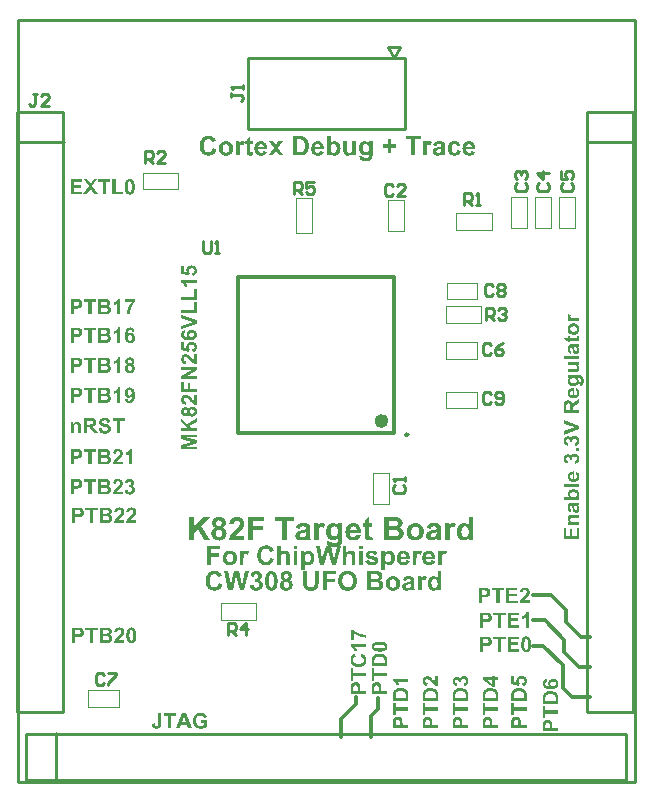
<source format=gto>
G04*
G04 #@! TF.GenerationSoftware,Altium Limited,Altium Designer,18.1.9 (240)*
G04*
G04 Layer_Color=65535*
%FSLAX25Y25*%
%MOIN*%
G70*
G01*
G75*
%ADD10C,0.02362*%
%ADD11C,0.00984*%
%ADD12C,0.01200*%
%ADD13C,0.00394*%
%ADD14C,0.01181*%
%ADD15C,0.01000*%
G36*
X471668Y227267D02*
X470302D01*
Y228078D01*
X470291Y228055D01*
X470246Y228000D01*
X470168Y227911D01*
X470069Y227811D01*
X469957Y227700D01*
X469813Y227577D01*
X469657Y227466D01*
X469491Y227366D01*
X469468Y227355D01*
X469413Y227333D01*
X469313Y227300D01*
X469202Y227255D01*
X469058Y227211D01*
X468891Y227178D01*
X468724Y227155D01*
X468546Y227144D01*
X468458D01*
X468391Y227155D01*
X468302Y227167D01*
X468213Y227189D01*
X468102Y227211D01*
X467980Y227244D01*
X467858Y227278D01*
X467724Y227333D01*
X467591Y227389D01*
X467447Y227466D01*
X467313Y227555D01*
X467169Y227655D01*
X467035Y227778D01*
X466902Y227911D01*
X466891Y227922D01*
X466869Y227944D01*
X466835Y227989D01*
X466802Y228055D01*
X466747Y228133D01*
X466691Y228233D01*
X466624Y228344D01*
X466569Y228477D01*
X466502Y228622D01*
X466435Y228777D01*
X466380Y228955D01*
X466335Y229144D01*
X466291Y229355D01*
X466258Y229577D01*
X466235Y229811D01*
X466224Y230066D01*
Y230077D01*
Y230133D01*
Y230200D01*
X466235Y230299D01*
X466247Y230422D01*
X466258Y230555D01*
X466280Y230711D01*
X466302Y230866D01*
X466380Y231222D01*
X466435Y231399D01*
X466502Y231577D01*
X466580Y231755D01*
X466669Y231922D01*
X466769Y232077D01*
X466880Y232222D01*
X466891Y232233D01*
X466913Y232255D01*
X466947Y232288D01*
X467002Y232344D01*
X467069Y232399D01*
X467146Y232455D01*
X467235Y232522D01*
X467346Y232599D01*
X467458Y232666D01*
X467591Y232733D01*
X467869Y232855D01*
X468035Y232899D01*
X468202Y232933D01*
X468380Y232955D01*
X468569Y232966D01*
X468657D01*
X468724Y232955D01*
X468802Y232944D01*
X468902Y232922D01*
X469002Y232899D01*
X469124Y232866D01*
X469246Y232833D01*
X469380Y232777D01*
X469513Y232710D01*
X469646Y232644D01*
X469791Y232544D01*
X469924Y232444D01*
X470057Y232322D01*
X470191Y232188D01*
Y234955D01*
X471668D01*
Y227267D01*
D02*
G37*
G36*
X465125Y232955D02*
X465247Y232933D01*
X465402Y232899D01*
X465569Y232844D01*
X465736Y232777D01*
X465913Y232677D01*
X465447Y231399D01*
X465436Y231411D01*
X465380Y231433D01*
X465313Y231477D01*
X465225Y231522D01*
X465113Y231566D01*
X465002Y231610D01*
X464880Y231633D01*
X464758Y231644D01*
X464713D01*
X464647Y231633D01*
X464580Y231622D01*
X464502Y231599D01*
X464413Y231566D01*
X464325Y231522D01*
X464236Y231466D01*
X464225Y231455D01*
X464202Y231433D01*
X464158Y231388D01*
X464114Y231322D01*
X464058Y231244D01*
X464002Y231133D01*
X463947Y230999D01*
X463902Y230844D01*
Y230822D01*
X463891Y230788D01*
X463880Y230755D01*
Y230699D01*
X463869Y230633D01*
X463858Y230544D01*
X463847Y230444D01*
X463836Y230333D01*
X463825Y230188D01*
X463813Y230044D01*
Y229866D01*
X463802Y229677D01*
X463791Y229466D01*
Y229233D01*
Y228977D01*
Y227267D01*
X462314Y227266D01*
Y232844D01*
X463680Y232844D01*
Y232055D01*
X463691Y232066D01*
X463736Y232133D01*
X463802Y232233D01*
X463891Y232355D01*
X463980Y232477D01*
X464091Y232599D01*
X464191Y232710D01*
X464302Y232788D01*
X464314Y232799D01*
X464347Y232821D01*
X464413Y232844D01*
X464491Y232877D01*
X464580Y232910D01*
X464691Y232944D01*
X464802Y232955D01*
X464936Y232966D01*
X465025D01*
X465125Y232955D01*
D02*
G37*
G36*
X421540Y232955D02*
X421662Y232932D01*
X421818Y232899D01*
X421984Y232844D01*
X422151Y232777D01*
X422329Y232677D01*
X421862Y231399D01*
X421851Y231411D01*
X421796Y231433D01*
X421729Y231477D01*
X421640Y231522D01*
X421529Y231566D01*
X421418Y231610D01*
X421296Y231633D01*
X421173Y231644D01*
X421129D01*
X421062Y231633D01*
X420996Y231622D01*
X420918Y231599D01*
X420829Y231566D01*
X420740Y231522D01*
X420651Y231466D01*
X420640Y231455D01*
X420618Y231433D01*
X420573Y231388D01*
X420529Y231322D01*
X420473Y231244D01*
X420418Y231133D01*
X420362Y230999D01*
X420318Y230844D01*
Y230822D01*
X420307Y230788D01*
X420296Y230755D01*
Y230699D01*
X420285Y230633D01*
X420273Y230544D01*
X420262Y230444D01*
X420251Y230333D01*
X420240Y230188D01*
X420229Y230044D01*
Y229866D01*
X420218Y229677D01*
X420207Y229466D01*
Y229233D01*
Y228977D01*
Y227266D01*
X418729D01*
Y232844D01*
X420096D01*
Y232055D01*
X420107Y232066D01*
X420151Y232133D01*
X420218Y232233D01*
X420307Y232355D01*
X420396Y232477D01*
X420507Y232599D01*
X420607Y232710D01*
X420718Y232788D01*
X420729Y232799D01*
X420762Y232821D01*
X420829Y232844D01*
X420907Y232877D01*
X420996Y232910D01*
X421107Y232944D01*
X421218Y232955D01*
X421351Y232966D01*
X421440D01*
X421540Y232955D01*
D02*
G37*
G36*
X380889Y231955D02*
X383944Y227266D01*
X381933D01*
X379811Y230877D01*
X378555Y229588D01*
Y227266D01*
X377000D01*
Y234955D01*
X378555D01*
Y231533D01*
X381711Y234955D01*
X383799D01*
X380889Y231955D01*
D02*
G37*
G36*
X458814Y232955D02*
X458903D01*
X459125Y232932D01*
X459358Y232910D01*
X459603Y232866D01*
X459836Y232799D01*
X459936Y232766D01*
X460036Y232721D01*
X460047D01*
X460058Y232710D01*
X460114Y232677D01*
X460203Y232633D01*
X460303Y232566D01*
X460425Y232477D01*
X460536Y232377D01*
X460636Y232255D01*
X460725Y232133D01*
X460736Y232110D01*
X460758Y232066D01*
X460792Y231966D01*
X460803Y231910D01*
X460825Y231833D01*
X460847Y231755D01*
X460858Y231655D01*
X460881Y231544D01*
X460892Y231422D01*
X460903Y231288D01*
X460914Y231144D01*
X460925Y230988D01*
Y230810D01*
X460903Y229088D01*
Y229077D01*
Y229055D01*
Y229022D01*
Y228966D01*
Y228833D01*
X460914Y228677D01*
Y228500D01*
X460936Y228322D01*
X460947Y228144D01*
X460969Y228000D01*
Y227989D01*
X460981Y227944D01*
X461003Y227866D01*
X461025Y227778D01*
X461069Y227666D01*
X461114Y227544D01*
X461169Y227411D01*
X461236Y227266D01*
X459781D01*
Y227278D01*
X459769Y227289D01*
X459758Y227333D01*
X459736Y227378D01*
X459714Y227433D01*
X459692Y227511D01*
X459669Y227600D01*
X459636Y227700D01*
Y227711D01*
X459625Y227722D01*
X459614Y227766D01*
X459592Y227822D01*
X459581Y227866D01*
X459558Y227855D01*
X459514Y227811D01*
X459436Y227744D01*
X459336Y227666D01*
X459214Y227577D01*
X459081Y227478D01*
X458925Y227400D01*
X458770Y227322D01*
X458747Y227311D01*
X458692Y227300D01*
X458603Y227266D01*
X458492Y227233D01*
X458358Y227200D01*
X458203Y227178D01*
X458025Y227155D01*
X457847Y227144D01*
X457770D01*
X457703Y227155D01*
X457636D01*
X457548Y227167D01*
X457359Y227200D01*
X457136Y227255D01*
X456914Y227333D01*
X456692Y227444D01*
X456492Y227600D01*
Y227611D01*
X456470Y227622D01*
X456414Y227689D01*
X456336Y227789D01*
X456248Y227922D01*
X456159Y228089D01*
X456081Y228289D01*
X456025Y228522D01*
X456014Y228644D01*
X456003Y228777D01*
Y228800D01*
Y228855D01*
X456014Y228944D01*
X456037Y229055D01*
X456059Y229188D01*
X456092Y229322D01*
X456148Y229466D01*
X456225Y229611D01*
X456237Y229633D01*
X456270Y229677D01*
X456314Y229744D01*
X456392Y229822D01*
X456470Y229911D01*
X456581Y230011D01*
X456703Y230100D01*
X456848Y230177D01*
X456870Y230188D01*
X456925Y230211D01*
X457014Y230244D01*
X457148Y230299D01*
X457314Y230355D01*
X457514Y230411D01*
X457759Y230466D01*
X458025Y230522D01*
X458036D01*
X458070Y230533D01*
X458125Y230544D01*
X458192Y230555D01*
X458281Y230566D01*
X458381Y230588D01*
X458603Y230644D01*
X458836Y230699D01*
X459081Y230755D01*
X459292Y230822D01*
X459392Y230855D01*
X459470Y230888D01*
Y231033D01*
Y231055D01*
Y231099D01*
X459458Y231177D01*
X459447Y231277D01*
X459414Y231377D01*
X459381Y231477D01*
X459325Y231566D01*
X459247Y231644D01*
X459236Y231655D01*
X459203Y231677D01*
X459147Y231699D01*
X459070Y231744D01*
X458958Y231777D01*
X458825Y231799D01*
X458659Y231821D01*
X458459Y231833D01*
X458392D01*
X458325Y231821D01*
X458236Y231810D01*
X458136Y231788D01*
X458025Y231766D01*
X457925Y231722D01*
X457836Y231666D01*
X457825Y231655D01*
X457803Y231633D01*
X457759Y231599D01*
X457714Y231544D01*
X457648Y231466D01*
X457592Y231366D01*
X457536Y231255D01*
X457481Y231122D01*
X456159Y231366D01*
Y231377D01*
X456170Y231399D01*
X456181Y231444D01*
X456203Y231499D01*
X456225Y231566D01*
X456259Y231644D01*
X456336Y231821D01*
X456448Y232010D01*
X456581Y232210D01*
X456737Y232399D01*
X456925Y232566D01*
X456936D01*
X456948Y232588D01*
X456981Y232599D01*
X457025Y232633D01*
X457092Y232655D01*
X457159Y232688D01*
X457247Y232733D01*
X457336Y232766D01*
X457447Y232799D01*
X457570Y232844D01*
X457703Y232877D01*
X457859Y232899D01*
X458014Y232932D01*
X458192Y232944D01*
X458370Y232966D01*
X458736D01*
X458814Y232955D01*
D02*
G37*
G36*
X445671Y234944D02*
X445893Y234932D01*
X446115Y234921D01*
X446326Y234899D01*
X446515Y234877D01*
X446537D01*
X446593Y234866D01*
X446671Y234843D01*
X446782Y234810D01*
X446904Y234766D01*
X447037Y234710D01*
X447182Y234644D01*
X447315Y234555D01*
X447326Y234543D01*
X447371Y234510D01*
X447437Y234455D01*
X447526Y234388D01*
X447615Y234288D01*
X447715Y234177D01*
X447815Y234055D01*
X447904Y233910D01*
X447915Y233888D01*
X447937Y233844D01*
X447982Y233755D01*
X448026Y233644D01*
X448071Y233510D01*
X448115Y233366D01*
X448137Y233188D01*
X448148Y233010D01*
Y232999D01*
Y232988D01*
Y232921D01*
X448137Y232821D01*
X448115Y232688D01*
X448071Y232533D01*
X448026Y232366D01*
X447949Y232199D01*
X447849Y232021D01*
X447837Y231999D01*
X447793Y231944D01*
X447726Y231866D01*
X447648Y231766D01*
X447537Y231666D01*
X447404Y231544D01*
X447249Y231444D01*
X447071Y231344D01*
X447082D01*
X447104Y231333D01*
X447137Y231322D01*
X447182Y231311D01*
X447315Y231255D01*
X447471Y231177D01*
X447637Y231088D01*
X447826Y230966D01*
X447993Y230822D01*
X448148Y230644D01*
X448160Y230622D01*
X448204Y230555D01*
X448271Y230455D01*
X448337Y230322D01*
X448404Y230144D01*
X448471Y229955D01*
X448515Y229733D01*
X448526Y229488D01*
Y229477D01*
Y229466D01*
Y229400D01*
X448515Y229300D01*
X448493Y229166D01*
X448471Y229011D01*
X448426Y228833D01*
X448359Y228655D01*
X448282Y228466D01*
X448271Y228444D01*
X448237Y228389D01*
X448182Y228300D01*
X448104Y228189D01*
X448015Y228055D01*
X447893Y227933D01*
X447771Y227800D01*
X447615Y227677D01*
X447593Y227666D01*
X447537Y227633D01*
X447448Y227577D01*
X447326Y227522D01*
X447171Y227455D01*
X446993Y227400D01*
X446793Y227344D01*
X446571Y227311D01*
X446526D01*
X446482Y227300D01*
X446371D01*
X446293Y227289D01*
X446082D01*
X445949Y227278D01*
X445615D01*
X445427Y227266D01*
X442094D01*
Y234955D01*
X445471D01*
X445671Y234944D01*
D02*
G37*
G36*
X415230Y232955D02*
X415318D01*
X415541Y232932D01*
X415774Y232910D01*
X416018Y232866D01*
X416252Y232799D01*
X416352Y232766D01*
X416452Y232721D01*
X416463D01*
X416474Y232710D01*
X416529Y232677D01*
X416618Y232633D01*
X416718Y232566D01*
X416841Y232477D01*
X416952Y232377D01*
X417052Y232255D01*
X417140Y232133D01*
X417151Y232110D01*
X417174Y232066D01*
X417207Y231966D01*
X417218Y231910D01*
X417240Y231833D01*
X417263Y231755D01*
X417274Y231655D01*
X417296Y231544D01*
X417307Y231422D01*
X417318Y231288D01*
X417329Y231144D01*
X417340Y230988D01*
Y230810D01*
X417318Y229088D01*
Y229077D01*
Y229055D01*
Y229022D01*
Y228966D01*
Y228833D01*
X417329Y228677D01*
Y228500D01*
X417351Y228322D01*
X417363Y228144D01*
X417385Y228000D01*
Y227989D01*
X417396Y227944D01*
X417418Y227866D01*
X417440Y227778D01*
X417485Y227666D01*
X417529Y227544D01*
X417585Y227411D01*
X417652Y227266D01*
X416196D01*
Y227278D01*
X416185Y227289D01*
X416174Y227333D01*
X416152Y227378D01*
X416129Y227433D01*
X416107Y227511D01*
X416085Y227600D01*
X416052Y227700D01*
Y227711D01*
X416041Y227722D01*
X416029Y227766D01*
X416007Y227822D01*
X415996Y227866D01*
X415974Y227855D01*
X415929Y227811D01*
X415852Y227744D01*
X415752Y227666D01*
X415629Y227577D01*
X415496Y227478D01*
X415341Y227400D01*
X415185Y227322D01*
X415163Y227311D01*
X415107Y227300D01*
X415018Y227266D01*
X414907Y227233D01*
X414774Y227200D01*
X414618Y227178D01*
X414441Y227155D01*
X414263Y227144D01*
X414185D01*
X414118Y227155D01*
X414052D01*
X413963Y227167D01*
X413774Y227200D01*
X413552Y227255D01*
X413330Y227333D01*
X413107Y227444D01*
X412908Y227600D01*
Y227611D01*
X412885Y227622D01*
X412830Y227689D01*
X412752Y227789D01*
X412663Y227922D01*
X412574Y228089D01*
X412497Y228289D01*
X412441Y228522D01*
X412430Y228644D01*
X412419Y228777D01*
Y228800D01*
Y228855D01*
X412430Y228944D01*
X412452Y229055D01*
X412474Y229188D01*
X412508Y229322D01*
X412563Y229466D01*
X412641Y229611D01*
X412652Y229633D01*
X412685Y229677D01*
X412730Y229744D01*
X412808Y229822D01*
X412885Y229911D01*
X412996Y230011D01*
X413119Y230100D01*
X413263Y230177D01*
X413285Y230188D01*
X413341Y230211D01*
X413430Y230244D01*
X413563Y230299D01*
X413730Y230355D01*
X413930Y230411D01*
X414174Y230466D01*
X414441Y230522D01*
X414452D01*
X414485Y230533D01*
X414541Y230544D01*
X414607Y230555D01*
X414696Y230566D01*
X414796Y230588D01*
X415018Y230644D01*
X415252Y230699D01*
X415496Y230755D01*
X415707Y230822D01*
X415807Y230855D01*
X415885Y230888D01*
Y231033D01*
Y231055D01*
Y231099D01*
X415874Y231177D01*
X415863Y231277D01*
X415829Y231377D01*
X415796Y231477D01*
X415741Y231566D01*
X415663Y231644D01*
X415652Y231655D01*
X415618Y231677D01*
X415563Y231699D01*
X415485Y231744D01*
X415374Y231777D01*
X415241Y231799D01*
X415074Y231821D01*
X414874Y231833D01*
X414807D01*
X414741Y231821D01*
X414652Y231810D01*
X414552Y231788D01*
X414441Y231766D01*
X414341Y231722D01*
X414252Y231666D01*
X414241Y231655D01*
X414219Y231633D01*
X414174Y231599D01*
X414130Y231544D01*
X414063Y231466D01*
X414007Y231366D01*
X413952Y231255D01*
X413896Y231122D01*
X412574Y231366D01*
Y231377D01*
X412585Y231399D01*
X412596Y231444D01*
X412619Y231499D01*
X412641Y231566D01*
X412674Y231644D01*
X412752Y231821D01*
X412863Y232010D01*
X412996Y232210D01*
X413152Y232399D01*
X413341Y232566D01*
X413352D01*
X413363Y232588D01*
X413396Y232599D01*
X413441Y232633D01*
X413508Y232655D01*
X413574Y232688D01*
X413663Y232733D01*
X413752Y232766D01*
X413863Y232799D01*
X413985Y232844D01*
X414118Y232877D01*
X414274Y232899D01*
X414430Y232932D01*
X414607Y232944D01*
X414785Y232966D01*
X415152D01*
X415230Y232955D01*
D02*
G37*
G36*
X411819Y233655D02*
X409552D01*
Y227266D01*
X407997D01*
Y233655D01*
X405719D01*
Y234955D01*
X411819D01*
Y233655D01*
D02*
G37*
G36*
X401986Y233655D02*
X398265D01*
Y231833D01*
X401475D01*
Y230533D01*
X398265D01*
Y227266D01*
X396709D01*
Y234955D01*
X401986D01*
Y233655D01*
D02*
G37*
G36*
X393121Y234988D02*
X393221Y234977D01*
X393332Y234966D01*
X393454Y234943D01*
X393587Y234921D01*
X393876Y234843D01*
X394165Y234732D01*
X394321Y234666D01*
X394454Y234588D01*
X394598Y234488D01*
X394720Y234377D01*
X394732Y234366D01*
X394754Y234355D01*
X394776Y234310D01*
X394820Y234266D01*
X394876Y234210D01*
X394932Y234132D01*
X394987Y234055D01*
X395054Y233955D01*
X395165Y233733D01*
X395276Y233477D01*
X395320Y233332D01*
X395343Y233177D01*
X395365Y233010D01*
X395376Y232844D01*
Y232821D01*
Y232755D01*
X395365Y232655D01*
X395354Y232533D01*
X395332Y232377D01*
X395298Y232210D01*
X395254Y232033D01*
X395187Y231855D01*
X395176Y231833D01*
X395154Y231777D01*
X395109Y231677D01*
X395043Y231555D01*
X394965Y231411D01*
X394865Y231244D01*
X394743Y231066D01*
X394598Y230877D01*
X394587Y230866D01*
X394543Y230810D01*
X394476Y230733D01*
X394376Y230622D01*
X394243Y230488D01*
X394076Y230311D01*
X393876Y230122D01*
X393632Y229888D01*
X393621Y229877D01*
X393598Y229866D01*
X393565Y229833D01*
X393521Y229788D01*
X393398Y229677D01*
X393254Y229544D01*
X393109Y229400D01*
X392965Y229255D01*
X392832Y229133D01*
X392787Y229077D01*
X392743Y229033D01*
X392732Y229022D01*
X392709Y229000D01*
X392676Y228955D01*
X392632Y228900D01*
X392532Y228777D01*
X392443Y228633D01*
X395376D01*
Y227266D01*
X390210D01*
Y227278D01*
Y227300D01*
X390221Y227344D01*
X390232Y227400D01*
X390243Y227466D01*
X390254Y227544D01*
X390299Y227744D01*
X390365Y227966D01*
X390454Y228211D01*
X390565Y228477D01*
X390710Y228733D01*
Y228744D01*
X390732Y228766D01*
X390754Y228811D01*
X390799Y228855D01*
X390843Y228933D01*
X390910Y229011D01*
X390987Y229111D01*
X391076Y229222D01*
X391176Y229355D01*
X391299Y229488D01*
X391432Y229644D01*
X391587Y229811D01*
X391754Y229977D01*
X391943Y230166D01*
X392143Y230366D01*
X392365Y230577D01*
X392376Y230588D01*
X392410Y230622D01*
X392454Y230666D01*
X392521Y230733D01*
X392610Y230799D01*
X392698Y230888D01*
X392898Y231088D01*
X393098Y231299D01*
X393298Y231510D01*
X393387Y231599D01*
X393476Y231699D01*
X393543Y231777D01*
X393587Y231844D01*
X393598Y231866D01*
X393632Y231922D01*
X393687Y232010D01*
X393743Y232133D01*
X393798Y232266D01*
X393854Y232421D01*
X393887Y232577D01*
X393898Y232744D01*
Y232755D01*
Y232766D01*
Y232821D01*
X393887Y232921D01*
X393865Y233032D01*
X393832Y233155D01*
X393787Y233277D01*
X393721Y233399D01*
X393632Y233510D01*
X393621Y233521D01*
X393587Y233555D01*
X393521Y233599D01*
X393443Y233644D01*
X393332Y233688D01*
X393210Y233733D01*
X393065Y233766D01*
X392898Y233777D01*
X392821D01*
X392732Y233766D01*
X392632Y233744D01*
X392510Y233710D01*
X392387Y233655D01*
X392265Y233588D01*
X392154Y233499D01*
X392143Y233488D01*
X392110Y233444D01*
X392065Y233377D01*
X392021Y233277D01*
X391965Y233155D01*
X391921Y232988D01*
X391876Y232799D01*
X391854Y232577D01*
X390388Y232721D01*
Y232733D01*
X390399Y232777D01*
Y232833D01*
X390421Y232921D01*
X390432Y233021D01*
X390465Y233133D01*
X390499Y233255D01*
X390532Y233399D01*
X390643Y233677D01*
X390776Y233966D01*
X390865Y234110D01*
X390965Y234243D01*
X391076Y234355D01*
X391199Y234466D01*
X391210Y234477D01*
X391232Y234488D01*
X391265Y234510D01*
X391321Y234555D01*
X391387Y234588D01*
X391476Y234632D01*
X391565Y234688D01*
X391676Y234732D01*
X391798Y234788D01*
X391932Y234832D01*
X392221Y234921D01*
X392565Y234977D01*
X392743Y234988D01*
X392932Y234999D01*
X393043D01*
X393121Y234988D01*
D02*
G37*
G36*
X452570Y232955D02*
X452681Y232944D01*
X452804Y232921D01*
X452948Y232899D01*
X453092Y232866D01*
X453259Y232821D01*
X453426Y232766D01*
X453592Y232699D01*
X453770Y232622D01*
X453948Y232522D01*
X454114Y232410D01*
X454281Y232288D01*
X454437Y232144D01*
X454448Y232133D01*
X454470Y232110D01*
X454515Y232055D01*
X454559Y231999D01*
X454626Y231910D01*
X454692Y231821D01*
X454770Y231699D01*
X454848Y231577D01*
X454914Y231433D01*
X454992Y231277D01*
X455059Y231099D01*
X455126Y230922D01*
X455170Y230722D01*
X455214Y230522D01*
X455237Y230299D01*
X455248Y230066D01*
Y230055D01*
Y230011D01*
Y229944D01*
X455237Y229855D01*
X455226Y229744D01*
X455203Y229622D01*
X455181Y229477D01*
X455148Y229333D01*
X455103Y229166D01*
X455048Y229000D01*
X454981Y228822D01*
X454903Y228644D01*
X454803Y228466D01*
X454692Y228300D01*
X454570Y228133D01*
X454426Y227966D01*
X454415Y227955D01*
X454392Y227933D01*
X454348Y227889D01*
X454281Y227833D01*
X454203Y227778D01*
X454103Y227711D01*
X453992Y227633D01*
X453870Y227555D01*
X453726Y227478D01*
X453570Y227400D01*
X453404Y227333D01*
X453215Y227278D01*
X453026Y227222D01*
X452815Y227178D01*
X452603Y227155D01*
X452370Y227144D01*
X452292D01*
X452237Y227155D01*
X452170D01*
X452093Y227167D01*
X451904Y227189D01*
X451670Y227233D01*
X451426Y227289D01*
X451170Y227378D01*
X450904Y227489D01*
X450893D01*
X450870Y227500D01*
X450837Y227522D01*
X450793Y227555D01*
X450670Y227633D01*
X450515Y227744D01*
X450348Y227889D01*
X450171Y228066D01*
X450004Y228266D01*
X449848Y228500D01*
Y228511D01*
X449837Y228533D01*
X449815Y228566D01*
X449793Y228622D01*
X449770Y228689D01*
X449737Y228766D01*
X449704Y228855D01*
X449671Y228955D01*
X449637Y229066D01*
X449604Y229188D01*
X449548Y229466D01*
X449504Y229788D01*
X449493Y230133D01*
Y230144D01*
Y230166D01*
Y230211D01*
X449504Y230255D01*
Y230322D01*
X449515Y230399D01*
X449537Y230588D01*
X449582Y230799D01*
X449648Y231033D01*
X449726Y231288D01*
X449848Y231544D01*
Y231555D01*
X449870Y231577D01*
X449882Y231610D01*
X449915Y231655D01*
X450004Y231777D01*
X450115Y231933D01*
X450259Y232099D01*
X450437Y232277D01*
X450637Y232444D01*
X450870Y232599D01*
X450881D01*
X450904Y232610D01*
X450937Y232633D01*
X450993Y232655D01*
X451048Y232688D01*
X451126Y232710D01*
X451215Y232744D01*
X451304Y232788D01*
X451526Y232855D01*
X451781Y232910D01*
X452059Y232955D01*
X452359Y232966D01*
X452481D01*
X452570Y232955D01*
D02*
G37*
G36*
X437061Y232844D02*
X438072D01*
Y231666D01*
X437061D01*
Y229411D01*
Y229400D01*
Y229377D01*
Y229344D01*
Y229300D01*
Y229188D01*
Y229055D01*
X437072Y228922D01*
Y228788D01*
Y228689D01*
X437083Y228644D01*
Y228622D01*
X437094Y228600D01*
X437116Y228555D01*
X437149Y228500D01*
X437216Y228433D01*
X437238Y228422D01*
X437283Y228400D01*
X437361Y228377D01*
X437461Y228366D01*
X437505D01*
X437549Y228377D01*
X437616Y228389D01*
X437705Y228400D01*
X437805Y228422D01*
X437927Y228455D01*
X438061Y228500D01*
X438194Y227355D01*
X438183D01*
X438172Y227344D01*
X438105Y227322D01*
X437994Y227289D01*
X437850Y227255D01*
X437683Y227211D01*
X437483Y227178D01*
X437261Y227155D01*
X437027Y227144D01*
X436961D01*
X436883Y227155D01*
X436783Y227167D01*
X436672Y227178D01*
X436550Y227200D01*
X436427Y227233D01*
X436305Y227278D01*
X436294Y227289D01*
X436250Y227300D01*
X436194Y227333D01*
X436127Y227366D01*
X435972Y227478D01*
X435894Y227544D01*
X435827Y227622D01*
X435816Y227633D01*
X435805Y227666D01*
X435783Y227711D01*
X435750Y227778D01*
X435716Y227855D01*
X435683Y227955D01*
X435650Y228066D01*
X435628Y228189D01*
Y228200D01*
X435616Y228244D01*
Y228311D01*
X435605Y228422D01*
X435594Y228566D01*
Y228744D01*
X435583Y228844D01*
Y228966D01*
Y229088D01*
Y229233D01*
Y231666D01*
X434905D01*
Y232844D01*
X435583D01*
Y233955D01*
X437061Y234821D01*
Y232844D01*
D02*
G37*
G36*
X431861Y232955D02*
X431961Y232944D01*
X432083Y232921D01*
X432217Y232899D01*
X432361Y232866D01*
X432517Y232821D01*
X432672Y232766D01*
X432839Y232699D01*
X433006Y232610D01*
X433161Y232522D01*
X433317Y232410D01*
X433472Y232277D01*
X433605Y232133D01*
X433617Y232121D01*
X433639Y232099D01*
X433672Y232044D01*
X433717Y231977D01*
X433772Y231888D01*
X433828Y231788D01*
X433894Y231655D01*
X433961Y231510D01*
X434028Y231344D01*
X434094Y231155D01*
X434150Y230955D01*
X434205Y230722D01*
X434250Y230477D01*
X434283Y230211D01*
X434305Y229933D01*
Y229622D01*
X430617D01*
Y229611D01*
Y229588D01*
Y229555D01*
X430628Y229511D01*
X430639Y229400D01*
X430661Y229244D01*
X430706Y229088D01*
X430772Y228911D01*
X430850Y228744D01*
X430961Y228600D01*
X430972Y228589D01*
X431028Y228544D01*
X431095Y228488D01*
X431195Y228422D01*
X431317Y228355D01*
X431472Y228300D01*
X431639Y228255D01*
X431817Y228244D01*
X431872D01*
X431939Y228255D01*
X432017Y228266D01*
X432106Y228289D01*
X432206Y228322D01*
X432306Y228366D01*
X432395Y228433D01*
X432406Y228444D01*
X432439Y228466D01*
X432483Y228511D01*
X432528Y228577D01*
X432594Y228666D01*
X432650Y228766D01*
X432705Y228900D01*
X432761Y229044D01*
X434228Y228800D01*
Y228788D01*
X434216Y228766D01*
X434194Y228722D01*
X434172Y228666D01*
X434139Y228600D01*
X434105Y228522D01*
X434005Y228344D01*
X433883Y228144D01*
X433728Y227933D01*
X433539Y227744D01*
X433328Y227566D01*
X433317D01*
X433306Y227544D01*
X433261Y227533D01*
X433217Y227500D01*
X433161Y227466D01*
X433083Y227433D01*
X433006Y227400D01*
X432905Y227355D01*
X432683Y227278D01*
X432428Y227211D01*
X432128Y227167D01*
X431806Y227144D01*
X431739D01*
X431672Y227155D01*
X431572D01*
X431450Y227178D01*
X431306Y227200D01*
X431150Y227222D01*
X430995Y227266D01*
X430817Y227311D01*
X430639Y227378D01*
X430461Y227455D01*
X430284Y227544D01*
X430106Y227655D01*
X429939Y227778D01*
X429795Y227922D01*
X429650Y228089D01*
X429639Y228100D01*
X429628Y228122D01*
X429606Y228166D01*
X429561Y228222D01*
X429528Y228300D01*
X429484Y228389D01*
X429428Y228488D01*
X429384Y228611D01*
X429328Y228744D01*
X429284Y228889D01*
X429228Y229044D01*
X429195Y229222D01*
X429161Y229400D01*
X429128Y229588D01*
X429117Y229800D01*
X429106Y230011D01*
Y230022D01*
Y230066D01*
Y230144D01*
X429117Y230244D01*
X429128Y230355D01*
X429139Y230488D01*
X429161Y230633D01*
X429195Y230799D01*
X429284Y231144D01*
X429339Y231322D01*
X429406Y231510D01*
X429495Y231688D01*
X429595Y231855D01*
X429706Y232021D01*
X429828Y232177D01*
X429839Y232188D01*
X429861Y232210D01*
X429906Y232255D01*
X429961Y232299D01*
X430028Y232355D01*
X430117Y232421D01*
X430217Y232499D01*
X430328Y232577D01*
X430450Y232644D01*
X430595Y232721D01*
X430739Y232788D01*
X430906Y232844D01*
X431072Y232888D01*
X431261Y232932D01*
X431450Y232955D01*
X431650Y232966D01*
X431772D01*
X431861Y232955D01*
D02*
G37*
G36*
X387077Y234988D02*
X387177Y234977D01*
X387277Y234966D01*
X387399Y234955D01*
X387521Y234932D01*
X387799Y234866D01*
X388088Y234766D01*
X388221Y234699D01*
X388366Y234621D01*
X388488Y234532D01*
X388610Y234432D01*
X388621Y234421D01*
X388632Y234410D01*
X388666Y234377D01*
X388710Y234332D01*
X388754Y234277D01*
X388799Y234210D01*
X388921Y234044D01*
X389032Y233833D01*
X389121Y233599D01*
X389199Y233321D01*
X389210Y233166D01*
X389221Y233010D01*
Y232999D01*
Y232988D01*
Y232921D01*
X389210Y232821D01*
X389188Y232688D01*
X389154Y232544D01*
X389099Y232388D01*
X389032Y232222D01*
X388932Y232055D01*
X388921Y232033D01*
X388877Y231988D01*
X388821Y231910D01*
X388732Y231821D01*
X388621Y231710D01*
X388488Y231610D01*
X388332Y231510D01*
X388154Y231422D01*
X388165D01*
X388188Y231411D01*
X388221Y231399D01*
X388265Y231377D01*
X388377Y231311D01*
X388521Y231222D01*
X388677Y231122D01*
X388843Y230988D01*
X388999Y230833D01*
X389132Y230655D01*
X389143Y230633D01*
X389188Y230566D01*
X389243Y230466D01*
X389299Y230333D01*
X389365Y230166D01*
X389410Y229966D01*
X389454Y229755D01*
X389465Y229522D01*
Y229511D01*
Y229477D01*
Y229422D01*
X389454Y229344D01*
X389443Y229255D01*
X389432Y229144D01*
X389410Y229033D01*
X389376Y228911D01*
X389299Y228633D01*
X389243Y228488D01*
X389177Y228344D01*
X389099Y228200D01*
X388999Y228055D01*
X388899Y227922D01*
X388777Y227789D01*
X388766Y227778D01*
X388743Y227755D01*
X388710Y227722D01*
X388654Y227689D01*
X388588Y227633D01*
X388499Y227577D01*
X388410Y227522D01*
X388299Y227455D01*
X388177Y227389D01*
X388032Y227333D01*
X387888Y227278D01*
X387732Y227222D01*
X387555Y227189D01*
X387366Y227155D01*
X387177Y227133D01*
X386966Y227122D01*
X386866D01*
X386788Y227133D01*
X386699Y227144D01*
X386599Y227155D01*
X386488Y227166D01*
X386355Y227189D01*
X386077Y227255D01*
X385788Y227355D01*
X385644Y227411D01*
X385499Y227489D01*
X385355Y227566D01*
X385221Y227666D01*
X385210Y227677D01*
X385188Y227700D01*
X385144Y227733D01*
X385088Y227789D01*
X385033Y227855D01*
X384966Y227933D01*
X384888Y228033D01*
X384810Y228133D01*
X384733Y228255D01*
X384655Y228389D01*
X384588Y228533D01*
X384533Y228700D01*
X384477Y228866D01*
X384433Y229055D01*
X384410Y229244D01*
X384399Y229455D01*
Y229466D01*
Y229488D01*
Y229522D01*
Y229566D01*
X384410Y229688D01*
X384433Y229833D01*
X384477Y230011D01*
X384522Y230211D01*
X384599Y230411D01*
X384699Y230611D01*
Y230622D01*
X384710Y230633D01*
X384755Y230699D01*
X384833Y230788D01*
X384944Y230910D01*
X385077Y231044D01*
X385244Y231177D01*
X385444Y231299D01*
X385677Y231422D01*
X385666D01*
X385655Y231433D01*
X385588Y231466D01*
X385488Y231522D01*
X385366Y231588D01*
X385221Y231688D01*
X385088Y231799D01*
X384955Y231933D01*
X384844Y232077D01*
X384833Y232099D01*
X384799Y232155D01*
X384766Y232233D01*
X384721Y232355D01*
X384666Y232488D01*
X384633Y232655D01*
X384599Y232821D01*
X384588Y233010D01*
Y233021D01*
Y233044D01*
Y233088D01*
X384599Y233155D01*
X384610Y233221D01*
X384622Y233310D01*
X384666Y233510D01*
X384733Y233733D01*
X384844Y233977D01*
X384910Y234088D01*
X384988Y234210D01*
X385088Y234321D01*
X385188Y234432D01*
X385199Y234443D01*
X385221Y234455D01*
X385255Y234488D01*
X385299Y234521D01*
X385366Y234566D01*
X385433Y234610D01*
X385521Y234666D01*
X385632Y234721D01*
X385744Y234766D01*
X385866Y234821D01*
X386010Y234866D01*
X386166Y234910D01*
X386332Y234943D01*
X386510Y234977D01*
X386699Y234988D01*
X386899Y234999D01*
X387010D01*
X387077Y234988D01*
D02*
G37*
G36*
X425084Y232955D02*
X425162D01*
X425240Y232932D01*
X425351Y232921D01*
X425462Y232888D01*
X425584Y232855D01*
X425717Y232799D01*
X425851Y232744D01*
X425995Y232666D01*
X426139Y232577D01*
X426284Y232477D01*
X426428Y232344D01*
X426562Y232210D01*
X426695Y232044D01*
Y232844D01*
X428073D01*
Y227833D01*
Y227822D01*
Y227789D01*
Y227744D01*
Y227677D01*
Y227589D01*
X428062Y227500D01*
X428051Y227289D01*
X428028Y227044D01*
X428006Y226800D01*
X427962Y226567D01*
X427939Y226466D01*
X427906Y226366D01*
X427895Y226344D01*
X427873Y226289D01*
X427839Y226200D01*
X427784Y226089D01*
X427717Y225967D01*
X427639Y225833D01*
X427551Y225711D01*
X427439Y225600D01*
X427428Y225589D01*
X427384Y225555D01*
X427317Y225500D01*
X427239Y225444D01*
X427167Y225401D01*
X427548D01*
X426003Y219000D01*
X424607D01*
X423349Y223782D01*
X422072Y219000D01*
X420666D01*
X419149Y225401D01*
X420472D01*
X421434Y220998D01*
X422599Y225401D01*
X423527D01*
X423407Y225489D01*
X423395Y225500D01*
X423384Y225511D01*
X423318Y225578D01*
X423218Y225678D01*
X423118Y225822D01*
X423006Y226000D01*
X422906Y226211D01*
X422840Y226455D01*
X422829Y226589D01*
X422818Y226722D01*
Y226733D01*
Y226778D01*
Y226833D01*
X422829Y226900D01*
X424517Y226700D01*
Y226689D01*
X424529Y226655D01*
X424540Y226600D01*
X424551Y226544D01*
X424606Y226411D01*
X424651Y226344D01*
X424706Y226300D01*
X424718Y226289D01*
X424751Y226278D01*
X424795Y226244D01*
X424873Y226222D01*
X424962Y226189D01*
X425073Y226155D01*
X425206Y226144D01*
X425362Y226133D01*
X425462D01*
X425562Y226144D01*
X425684Y226155D01*
X425828Y226178D01*
X425973Y226211D01*
X426106Y226255D01*
X426228Y226311D01*
X426239Y226322D01*
X426262Y226333D01*
X426295Y226355D01*
X426339Y226400D01*
X426384Y226455D01*
X426428Y226522D01*
X426473Y226600D01*
X426517Y226689D01*
Y226700D01*
X426528Y226722D01*
X426540Y226766D01*
X426562Y226844D01*
X426573Y226933D01*
X426584Y227044D01*
X426595Y227189D01*
Y227355D01*
Y228166D01*
X426584Y228155D01*
X426562Y228133D01*
X426528Y228089D01*
X426473Y228022D01*
X426417Y227955D01*
X426339Y227877D01*
X426239Y227800D01*
X426139Y227722D01*
X426028Y227633D01*
X425895Y227555D01*
X425617Y227411D01*
X425462Y227355D01*
X425295Y227311D01*
X425117Y227278D01*
X424929Y227266D01*
X424884D01*
X424817Y227278D01*
X424740D01*
X424651Y227300D01*
X424540Y227322D01*
X424417Y227344D01*
X424284Y227389D01*
X424151Y227433D01*
X424006Y227500D01*
X423851Y227577D01*
X423706Y227666D01*
X423562Y227778D01*
X423418Y227900D01*
X423284Y228044D01*
X423151Y228211D01*
Y228222D01*
X423129Y228244D01*
X423106Y228289D01*
X423073Y228344D01*
X423029Y228422D01*
X422984Y228511D01*
X422940Y228611D01*
X422895Y228733D01*
X422851Y228855D01*
X422807Y229000D01*
X422762Y229155D01*
X422718Y229322D01*
X422662Y229677D01*
X422651Y229877D01*
X422640Y230077D01*
Y230088D01*
Y230144D01*
Y230211D01*
X422651Y230311D01*
X422662Y230422D01*
X422673Y230555D01*
X422695Y230711D01*
X422729Y230866D01*
X422807Y231222D01*
X422862Y231399D01*
X422918Y231577D01*
X422995Y231744D01*
X423084Y231922D01*
X423184Y232077D01*
X423307Y232222D01*
X423318Y232233D01*
X423340Y232255D01*
X423373Y232288D01*
X423429Y232344D01*
X423495Y232399D01*
X423573Y232455D01*
X423662Y232522D01*
X423773Y232599D01*
X423884Y232666D01*
X424017Y232733D01*
X424295Y232855D01*
X424462Y232899D01*
X424629Y232932D01*
X424806Y232955D01*
X424984Y232966D01*
X425029D01*
X425084Y232955D01*
D02*
G37*
G36*
X434902Y224263D02*
X433672D01*
Y225401D01*
X434902D01*
Y224263D01*
D02*
G37*
G36*
X413035D02*
X411804D01*
Y225401D01*
X413035D01*
Y224263D01*
D02*
G37*
G36*
X402850Y225512D02*
X402952Y225503D01*
X403063Y225484D01*
X403193Y225466D01*
X403332Y225438D01*
X403479Y225401D01*
X403637Y225355D01*
X403794Y225299D01*
X403961Y225225D01*
X404118Y225151D01*
X404266Y225059D01*
X404423Y224948D01*
X404562Y224828D01*
X404571D01*
X404580Y224809D01*
X404608Y224781D01*
X404636Y224753D01*
X404673Y224707D01*
X404710Y224652D01*
X404811Y224522D01*
X404913Y224356D01*
X405024Y224152D01*
X405126Y223921D01*
X405219Y223653D01*
X403942Y223347D01*
Y223357D01*
X403933Y223366D01*
Y223394D01*
X403914Y223431D01*
X403887Y223514D01*
X403840Y223625D01*
X403776Y223755D01*
X403692Y223884D01*
X403581Y224013D01*
X403461Y224125D01*
X403442Y224134D01*
X403396Y224171D01*
X403322Y224217D01*
X403221Y224272D01*
X403091Y224328D01*
X402943Y224374D01*
X402776Y224411D01*
X402592Y224420D01*
X402527D01*
X402471Y224411D01*
X402416Y224402D01*
X402342Y224393D01*
X402184Y224356D01*
X402000Y224291D01*
X401805Y224199D01*
X401704Y224143D01*
X401611Y224078D01*
X401518Y223995D01*
X401435Y223903D01*
Y223893D01*
X401417Y223875D01*
X401398Y223847D01*
X401370Y223801D01*
X401334Y223745D01*
X401297Y223680D01*
X401260Y223597D01*
X401223Y223505D01*
X401176Y223394D01*
X401139Y223273D01*
X401102Y223135D01*
X401065Y222987D01*
X401038Y222820D01*
X401019Y222644D01*
X401010Y222450D01*
X401000Y222237D01*
Y222228D01*
Y222182D01*
Y222117D01*
X401010Y222043D01*
Y221941D01*
X401028Y221821D01*
X401038Y221701D01*
X401056Y221562D01*
X401112Y221275D01*
X401186Y220989D01*
X401232Y220850D01*
X401297Y220721D01*
X401361Y220600D01*
X401435Y220498D01*
X401444Y220489D01*
X401454Y220480D01*
X401481Y220452D01*
X401518Y220415D01*
X401611Y220341D01*
X401741Y220249D01*
X401898Y220147D01*
X402092Y220073D01*
X402314Y220008D01*
X402434Y219999D01*
X402564Y219990D01*
X402610D01*
X402647Y219999D01*
X402749Y220008D01*
X402869Y220027D01*
X402998Y220073D01*
X403147Y220128D01*
X403295Y220202D01*
X403442Y220314D01*
X403461Y220332D01*
X403507Y220378D01*
X403572Y220452D01*
X403646Y220563D01*
X403738Y220711D01*
X403822Y220887D01*
X403905Y221100D01*
X403979Y221350D01*
X405237Y220961D01*
Y220952D01*
X405228Y220915D01*
X405209Y220859D01*
X405182Y220785D01*
X405145Y220702D01*
X405107Y220600D01*
X405061Y220489D01*
X405006Y220369D01*
X404876Y220119D01*
X404710Y219860D01*
X404506Y219611D01*
X404395Y219499D01*
X404275Y219398D01*
X404266Y219389D01*
X404247Y219379D01*
X404210Y219352D01*
X404155Y219315D01*
X404090Y219278D01*
X404007Y219240D01*
X403914Y219194D01*
X403813Y219148D01*
X403692Y219092D01*
X403563Y219046D01*
X403424Y219009D01*
X403276Y218972D01*
X403119Y218935D01*
X402943Y218907D01*
X402767Y218898D01*
X402573Y218889D01*
X402518D01*
X402453Y218898D01*
X402360Y218907D01*
X402258Y218917D01*
X402129Y218935D01*
X401990Y218963D01*
X401833Y219000D01*
X401676Y219046D01*
X401509Y219102D01*
X401334Y219176D01*
X401158Y219259D01*
X400982Y219352D01*
X400806Y219472D01*
X400640Y219601D01*
X400483Y219759D01*
X400473Y219768D01*
X400446Y219795D01*
X400409Y219851D01*
X400353Y219916D01*
X400297Y220008D01*
X400223Y220110D01*
X400149Y220239D01*
X400075Y220388D01*
X400001Y220545D01*
X399927Y220721D01*
X399853Y220924D01*
X399798Y221137D01*
X399743Y221359D01*
X399706Y221608D01*
X399678Y221867D01*
X399669Y222145D01*
Y222154D01*
Y222164D01*
Y222219D01*
X399678Y222302D01*
Y222413D01*
X399696Y222543D01*
X399715Y222700D01*
X399733Y222867D01*
X399770Y223061D01*
X399816Y223255D01*
X399872Y223459D01*
X399937Y223662D01*
X400020Y223875D01*
X400112Y224078D01*
X400223Y224272D01*
X400344Y224458D01*
X400492Y224633D01*
X400501Y224642D01*
X400529Y224670D01*
X400575Y224716D01*
X400640Y224772D01*
X400723Y224837D01*
X400825Y224911D01*
X400936Y224994D01*
X401075Y225077D01*
X401223Y225161D01*
X401380Y225244D01*
X401565Y225318D01*
X401750Y225382D01*
X401963Y225438D01*
X402175Y225484D01*
X402416Y225512D01*
X402656Y225521D01*
X402767D01*
X402850Y225512D01*
D02*
G37*
G36*
X462328Y223736D02*
X462430Y223717D01*
X462559Y223690D01*
X462698Y223643D01*
X462837Y223588D01*
X462985Y223505D01*
X462596Y222441D01*
X462587Y222450D01*
X462541Y222469D01*
X462485Y222506D01*
X462411Y222543D01*
X462319Y222580D01*
X462226Y222617D01*
X462124Y222635D01*
X462023Y222644D01*
X461986D01*
X461930Y222635D01*
X461875Y222626D01*
X461810Y222607D01*
X461736Y222580D01*
X461662Y222543D01*
X461588Y222497D01*
X461579Y222487D01*
X461560Y222469D01*
X461523Y222432D01*
X461486Y222376D01*
X461440Y222311D01*
X461394Y222219D01*
X461347Y222108D01*
X461310Y221978D01*
Y221960D01*
X461301Y221932D01*
X461292Y221904D01*
Y221858D01*
X461283Y221803D01*
X461273Y221729D01*
X461264Y221645D01*
X461255Y221553D01*
X461246Y221433D01*
X461236Y221312D01*
Y221164D01*
X461227Y221007D01*
X461218Y220831D01*
Y220637D01*
Y220425D01*
Y219000D01*
X459988D01*
Y223643D01*
X461126D01*
Y222987D01*
X461135Y222996D01*
X461172Y223052D01*
X461227Y223135D01*
X461301Y223236D01*
X461375Y223338D01*
X461468Y223440D01*
X461551Y223533D01*
X461644Y223597D01*
X461653Y223606D01*
X461681Y223625D01*
X461736Y223643D01*
X461801Y223671D01*
X461875Y223699D01*
X461967Y223727D01*
X462060Y223736D01*
X462171Y223745D01*
X462245D01*
X462328Y223736D01*
D02*
G37*
G36*
X453873D02*
X453975Y223717D01*
X454105Y223690D01*
X454244Y223643D01*
X454382Y223588D01*
X454530Y223505D01*
X454142Y222441D01*
X454133Y222450D01*
X454086Y222469D01*
X454031Y222506D01*
X453957Y222543D01*
X453864Y222580D01*
X453772Y222617D01*
X453670Y222635D01*
X453568Y222644D01*
X453531D01*
X453476Y222635D01*
X453420Y222626D01*
X453356Y222607D01*
X453281Y222580D01*
X453207Y222543D01*
X453133Y222497D01*
X453124Y222487D01*
X453106Y222469D01*
X453069Y222432D01*
X453032Y222376D01*
X452985Y222311D01*
X452939Y222219D01*
X452893Y222108D01*
X452856Y221978D01*
Y221960D01*
X452847Y221932D01*
X452838Y221904D01*
Y221858D01*
X452828Y221803D01*
X452819Y221729D01*
X452810Y221645D01*
X452801Y221553D01*
X452791Y221433D01*
X452782Y221312D01*
Y221164D01*
X452773Y221007D01*
X452764Y220831D01*
Y220637D01*
Y220425D01*
Y219000D01*
X451533D01*
Y223643D01*
X452671D01*
Y222987D01*
X452680Y222996D01*
X452717Y223052D01*
X452773Y223135D01*
X452847Y223236D01*
X452921Y223338D01*
X453013Y223440D01*
X453096Y223533D01*
X453189Y223597D01*
X453198Y223606D01*
X453226Y223625D01*
X453281Y223643D01*
X453346Y223671D01*
X453420Y223699D01*
X453513Y223727D01*
X453605Y223736D01*
X453716Y223745D01*
X453790D01*
X453873Y223736D01*
D02*
G37*
G36*
X396209Y223736D02*
X396311Y223717D01*
X396440Y223690D01*
X396579Y223643D01*
X396718Y223588D01*
X396866Y223505D01*
X396477Y222441D01*
X396468Y222450D01*
X396422Y222469D01*
X396366Y222506D01*
X396292Y222543D01*
X396200Y222580D01*
X396107Y222617D01*
X396006Y222635D01*
X395904Y222644D01*
X395867D01*
X395811Y222635D01*
X395756Y222626D01*
X395691Y222607D01*
X395617Y222580D01*
X395543Y222543D01*
X395469Y222497D01*
X395460Y222487D01*
X395441Y222469D01*
X395404Y222432D01*
X395367Y222376D01*
X395321Y222311D01*
X395275Y222219D01*
X395229Y222108D01*
X395192Y221978D01*
Y221960D01*
X395182Y221932D01*
X395173Y221904D01*
Y221858D01*
X395164Y221803D01*
X395155Y221729D01*
X395145Y221645D01*
X395136Y221553D01*
X395127Y221433D01*
X395117Y221312D01*
Y221164D01*
X395108Y221007D01*
X395099Y220831D01*
Y220637D01*
Y220425D01*
Y219000D01*
X393869D01*
Y223643D01*
X395006D01*
Y222987D01*
X395016Y222996D01*
X395053Y223052D01*
X395108Y223135D01*
X395182Y223236D01*
X395256Y223338D01*
X395349Y223440D01*
X395432Y223533D01*
X395525Y223597D01*
X395534Y223606D01*
X395562Y223625D01*
X395617Y223643D01*
X395682Y223671D01*
X395756Y223699D01*
X395848Y223727D01*
X395941Y223736D01*
X396052Y223745D01*
X396126D01*
X396209Y223736D01*
D02*
G37*
G36*
X443837Y223736D02*
X443902Y223727D01*
X443985Y223708D01*
X444078Y223690D01*
X444170Y223662D01*
X444281Y223634D01*
X444383Y223588D01*
X444503Y223542D01*
X444614Y223477D01*
X444734Y223403D01*
X444845Y223320D01*
X444956Y223218D01*
X445068Y223107D01*
X445077Y223098D01*
X445095Y223079D01*
X445123Y223042D01*
X445160Y222987D01*
X445197Y222931D01*
X445243Y222848D01*
X445299Y222756D01*
X445354Y222654D01*
X445400Y222533D01*
X445456Y222404D01*
X445502Y222256D01*
X445548Y222099D01*
X445576Y221923D01*
X445604Y221747D01*
X445622Y221544D01*
X445632Y221340D01*
Y221331D01*
Y221294D01*
Y221229D01*
X445622Y221146D01*
X445613Y221054D01*
X445604Y220942D01*
X445585Y220813D01*
X445558Y220684D01*
X445493Y220388D01*
X445447Y220239D01*
X445391Y220092D01*
X445327Y219943D01*
X445243Y219805D01*
X445160Y219666D01*
X445058Y219536D01*
X445049Y219527D01*
X445030Y219509D01*
X445003Y219481D01*
X444956Y219435D01*
X444901Y219389D01*
X444836Y219333D01*
X444762Y219278D01*
X444679Y219222D01*
X444577Y219157D01*
X444476Y219102D01*
X444244Y219000D01*
X444115Y218954D01*
X443976Y218926D01*
X443837Y218907D01*
X443689Y218898D01*
X443624D01*
X443550Y218907D01*
X443458Y218917D01*
X443347Y218935D01*
X443227Y218963D01*
X443107Y219000D01*
X442986Y219046D01*
X442977Y219056D01*
X442931Y219074D01*
X442875Y219120D01*
X442792Y219176D01*
X442690Y219240D01*
X442589Y219333D01*
X442468Y219444D01*
X442339Y219573D01*
Y217224D01*
X441109D01*
Y223643D01*
X442255D01*
Y222959D01*
X442265Y222977D01*
X442292Y223014D01*
X442348Y223079D01*
X442413Y223163D01*
X442496Y223255D01*
X442607Y223347D01*
X442718Y223440D01*
X442857Y223523D01*
X442875Y223533D01*
X442921Y223560D01*
X443005Y223597D01*
X443107Y223634D01*
X443227Y223671D01*
X443375Y223708D01*
X443532Y223736D01*
X443699Y223745D01*
X443773D01*
X443837Y223736D01*
D02*
G37*
G36*
X416994D02*
X417059Y223727D01*
X417142Y223708D01*
X417234Y223690D01*
X417327Y223662D01*
X417438Y223634D01*
X417540Y223588D01*
X417660Y223542D01*
X417771Y223477D01*
X417891Y223403D01*
X418002Y223320D01*
X418113Y223218D01*
X418224Y223107D01*
X418233Y223098D01*
X418252Y223079D01*
X418280Y223042D01*
X418317Y222987D01*
X418354Y222931D01*
X418400Y222848D01*
X418455Y222756D01*
X418511Y222654D01*
X418557Y222533D01*
X418612Y222404D01*
X418659Y222256D01*
X418705Y222099D01*
X418733Y221923D01*
X418760Y221747D01*
X418779Y221544D01*
X418788Y221340D01*
Y221331D01*
Y221294D01*
Y221229D01*
X418779Y221146D01*
X418770Y221054D01*
X418760Y220942D01*
X418742Y220813D01*
X418714Y220684D01*
X418649Y220388D01*
X418603Y220239D01*
X418548Y220092D01*
X418483Y219943D01*
X418400Y219805D01*
X418317Y219666D01*
X418215Y219536D01*
X418205Y219527D01*
X418187Y219509D01*
X418159Y219481D01*
X418113Y219435D01*
X418057Y219389D01*
X417993Y219333D01*
X417919Y219278D01*
X417836Y219222D01*
X417734Y219157D01*
X417632Y219102D01*
X417401Y219000D01*
X417271Y218954D01*
X417133Y218926D01*
X416994Y218907D01*
X416846Y218898D01*
X416781D01*
X416707Y218907D01*
X416614Y218917D01*
X416503Y218935D01*
X416383Y218963D01*
X416263Y219000D01*
X416143Y219046D01*
X416133Y219056D01*
X416087Y219074D01*
X416032Y219120D01*
X415948Y219176D01*
X415847Y219240D01*
X415745Y219333D01*
X415625Y219444D01*
X415495Y219573D01*
Y217224D01*
X414265D01*
Y223643D01*
X415412D01*
Y222959D01*
X415421Y222977D01*
X415449Y223014D01*
X415505Y223079D01*
X415569Y223163D01*
X415653Y223255D01*
X415764Y223347D01*
X415874Y223440D01*
X416013Y223523D01*
X416032Y223533D01*
X416078Y223560D01*
X416161Y223597D01*
X416263Y223634D01*
X416383Y223671D01*
X416531Y223708D01*
X416688Y223736D01*
X416855Y223745D01*
X416929D01*
X416994Y223736D01*
D02*
G37*
G36*
X438084D02*
X438176Y223727D01*
X438278Y223717D01*
X438389Y223708D01*
X438620Y223671D01*
X438851Y223616D01*
X439074Y223533D01*
X439175Y223486D01*
X439268Y223431D01*
X439277D01*
X439286Y223412D01*
X439342Y223375D01*
X439425Y223301D01*
X439517Y223200D01*
X439629Y223079D01*
X439730Y222922D01*
X439832Y222737D01*
X439906Y222524D01*
X438750Y222311D01*
Y222321D01*
X438731Y222358D01*
X438713Y222404D01*
X438685Y222460D01*
X438648Y222533D01*
X438592Y222598D01*
X438537Y222663D01*
X438463Y222719D01*
X438454Y222728D01*
X438426Y222746D01*
X438380Y222765D01*
X438315Y222793D01*
X438232Y222820D01*
X438130Y222848D01*
X438010Y222857D01*
X437871Y222867D01*
X437788D01*
X437705Y222857D01*
X437603Y222848D01*
X437483Y222830D01*
X437371Y222811D01*
X437270Y222774D01*
X437177Y222728D01*
X437168D01*
X437159Y222709D01*
X437113Y222663D01*
X437057Y222580D01*
X437048Y222533D01*
X437039Y222478D01*
Y222469D01*
Y222460D01*
X437057Y222404D01*
X437094Y222330D01*
X437122Y222293D01*
X437159Y222256D01*
X437168Y222247D01*
X437205Y222237D01*
X437223Y222219D01*
X437260Y222210D01*
X437307Y222191D01*
X437362Y222164D01*
X437436Y222145D01*
X437510Y222117D01*
X437603Y222090D01*
X437714Y222062D01*
X437834Y222025D01*
X437973Y221988D01*
X438130Y221951D01*
X438306Y221904D01*
X438315D01*
X438352Y221895D01*
X438398Y221886D01*
X438463Y221867D01*
X438546Y221840D01*
X438639Y221821D01*
X438842Y221757D01*
X439074Y221673D01*
X439295Y221581D01*
X439406Y221525D01*
X439508Y221479D01*
X439592Y221414D01*
X439675Y221359D01*
X439693Y221340D01*
X439740Y221303D01*
X439795Y221229D01*
X439869Y221128D01*
X439943Y220998D01*
X439998Y220841D01*
X440045Y220656D01*
X440063Y220452D01*
Y220443D01*
Y220425D01*
Y220388D01*
X440054Y220341D01*
X440045Y220295D01*
X440035Y220230D01*
X439998Y220073D01*
X439934Y219906D01*
X439888Y219814D01*
X439841Y219722D01*
X439777Y219629D01*
X439703Y219536D01*
X439619Y219444D01*
X439527Y219352D01*
X439517Y219342D01*
X439499Y219333D01*
X439471Y219315D01*
X439425Y219278D01*
X439369Y219250D01*
X439305Y219213D01*
X439221Y219166D01*
X439129Y219129D01*
X439027Y219083D01*
X438907Y219046D01*
X438777Y219000D01*
X438639Y218972D01*
X438482Y218945D01*
X438315Y218917D01*
X438139Y218907D01*
X437954Y218898D01*
X437862D01*
X437797Y218907D01*
X437714D01*
X437621Y218917D01*
X437520Y218926D01*
X437408Y218945D01*
X437168Y218991D01*
X436918Y219056D01*
X436668Y219148D01*
X436557Y219213D01*
X436447Y219278D01*
X436437Y219287D01*
X436419Y219296D01*
X436391Y219315D01*
X436363Y219352D01*
X436262Y219435D01*
X436151Y219555D01*
X436030Y219703D01*
X435919Y219879D01*
X435817Y220092D01*
X435734Y220323D01*
X436965Y220508D01*
Y220489D01*
X436983Y220452D01*
X437002Y220388D01*
X437029Y220304D01*
X437076Y220212D01*
X437131Y220128D01*
X437196Y220036D01*
X437279Y219962D01*
X437288Y219953D01*
X437325Y219934D01*
X437381Y219906D01*
X437455Y219879D01*
X437547Y219842D01*
X437668Y219814D01*
X437797Y219795D01*
X437954Y219786D01*
X438028D01*
X438121Y219795D01*
X438223Y219805D01*
X438334Y219823D01*
X438454Y219860D01*
X438565Y219897D01*
X438666Y219953D01*
X438676Y219962D01*
X438694Y219981D01*
X438722Y220008D01*
X438750Y220045D01*
X438777Y220092D01*
X438805Y220147D01*
X438824Y220212D01*
X438833Y220286D01*
Y220295D01*
Y220314D01*
X438824Y220369D01*
X438796Y220443D01*
X438740Y220517D01*
X438722Y220535D01*
X438694Y220545D01*
X438657Y220572D01*
X438602Y220591D01*
X438528Y220619D01*
X438445Y220647D01*
X438334Y220674D01*
X438315D01*
X438269Y220693D01*
X438195Y220711D01*
X438093Y220730D01*
X437973Y220758D01*
X437843Y220795D01*
X437695Y220831D01*
X437538Y220878D01*
X437214Y220970D01*
X437057Y221017D01*
X436909Y221072D01*
X436770Y221118D01*
X436641Y221174D01*
X436530Y221229D01*
X436447Y221275D01*
X436437Y221285D01*
X436419Y221294D01*
X436400Y221312D01*
X436363Y221350D01*
X436271Y221433D01*
X436178Y221553D01*
X436076Y221701D01*
X435984Y221877D01*
X435947Y221978D01*
X435928Y222090D01*
X435910Y222200D01*
X435901Y222321D01*
Y222330D01*
Y222348D01*
Y222376D01*
X435910Y222423D01*
X435919Y222469D01*
X435928Y222533D01*
X435956Y222672D01*
X436012Y222830D01*
X436104Y222996D01*
X436151Y223089D01*
X436215Y223172D01*
X436289Y223255D01*
X436373Y223329D01*
X436382Y223338D01*
X436391Y223347D01*
X436419Y223366D01*
X436465Y223394D01*
X436511Y223422D01*
X436576Y223459D01*
X436650Y223496D01*
X436733Y223542D01*
X436835Y223579D01*
X436946Y223616D01*
X437066Y223653D01*
X437196Y223680D01*
X437344Y223708D01*
X437501Y223727D01*
X437668Y223745D01*
X438010D01*
X438084Y223736D01*
D02*
G37*
G36*
X434902Y219000D02*
X433672D01*
Y223643D01*
X434902D01*
Y219000D01*
D02*
G37*
G36*
X429426Y223033D02*
X429435Y223042D01*
X429454Y223061D01*
X429491Y223098D01*
X429528Y223144D01*
X429592Y223200D01*
X429657Y223255D01*
X429740Y223320D01*
X429823Y223394D01*
X429925Y223459D01*
X430036Y223523D01*
X430277Y223634D01*
X430406Y223680D01*
X430545Y223717D01*
X430693Y223736D01*
X430841Y223745D01*
X430915D01*
X430998Y223736D01*
X431100Y223727D01*
X431220Y223708D01*
X431341Y223671D01*
X431479Y223634D01*
X431609Y223579D01*
X431627Y223569D01*
X431664Y223551D01*
X431729Y223514D01*
X431803Y223468D01*
X431886Y223412D01*
X431969Y223347D01*
X432053Y223264D01*
X432127Y223181D01*
X432136Y223172D01*
X432155Y223135D01*
X432182Y223089D01*
X432219Y223024D01*
X432266Y222940D01*
X432303Y222848D01*
X432339Y222746D01*
X432367Y222635D01*
Y222626D01*
X432376Y222580D01*
X432386Y222506D01*
X432404Y222413D01*
X432413Y222284D01*
X432423Y222127D01*
X432432Y221941D01*
Y221720D01*
Y219000D01*
X431202D01*
Y221442D01*
Y221451D01*
Y221470D01*
Y221507D01*
Y221562D01*
Y221618D01*
Y221683D01*
X431192Y221831D01*
X431183Y221988D01*
X431174Y222145D01*
X431155Y222274D01*
X431137Y222321D01*
X431128Y222367D01*
Y222376D01*
X431109Y222404D01*
X431091Y222432D01*
X431072Y222478D01*
X430989Y222580D01*
X430943Y222635D01*
X430878Y222681D01*
X430869Y222691D01*
X430850Y222700D01*
X430804Y222719D01*
X430758Y222746D01*
X430693Y222765D01*
X430619Y222783D01*
X430526Y222793D01*
X430434Y222802D01*
X430378D01*
X430323Y222793D01*
X430249Y222783D01*
X430166Y222765D01*
X430073Y222737D01*
X429981Y222700D01*
X429888Y222644D01*
X429879Y222635D01*
X429851Y222617D01*
X429805Y222580D01*
X429759Y222533D01*
X429694Y222469D01*
X429638Y222395D01*
X429583Y222302D01*
X429537Y222200D01*
Y222191D01*
X429518Y222145D01*
X429500Y222080D01*
X429481Y221978D01*
X429463Y221858D01*
X429444Y221701D01*
X429435Y221525D01*
X429426Y221322D01*
Y219000D01*
X428195D01*
Y225401D01*
X429426D01*
Y223033D01*
D02*
G37*
G36*
X413035Y219000D02*
X411804D01*
Y223643D01*
X413035D01*
Y219000D01*
D02*
G37*
G36*
X407559Y223033D02*
X407568Y223042D01*
X407586Y223061D01*
X407623Y223098D01*
X407660Y223144D01*
X407725Y223200D01*
X407790Y223255D01*
X407873Y223320D01*
X407957Y223394D01*
X408058Y223459D01*
X408169Y223523D01*
X408410Y223634D01*
X408539Y223680D01*
X408678Y223717D01*
X408826Y223736D01*
X408974Y223745D01*
X409048D01*
X409131Y223736D01*
X409233Y223727D01*
X409353Y223708D01*
X409474Y223671D01*
X409612Y223634D01*
X409742Y223579D01*
X409760Y223569D01*
X409797Y223551D01*
X409862Y223514D01*
X409936Y223468D01*
X410019Y223412D01*
X410103Y223347D01*
X410186Y223264D01*
X410260Y223181D01*
X410269Y223172D01*
X410288Y223135D01*
X410315Y223089D01*
X410352Y223024D01*
X410398Y222940D01*
X410435Y222848D01*
X410472Y222746D01*
X410500Y222635D01*
Y222626D01*
X410509Y222580D01*
X410519Y222506D01*
X410537Y222413D01*
X410546Y222284D01*
X410556Y222127D01*
X410565Y221941D01*
Y221720D01*
Y219000D01*
X409335D01*
Y221442D01*
Y221451D01*
Y221470D01*
Y221507D01*
Y221562D01*
Y221618D01*
Y221683D01*
X409326Y221831D01*
X409316Y221988D01*
X409307Y222145D01*
X409289Y222274D01*
X409270Y222321D01*
X409261Y222367D01*
Y222376D01*
X409242Y222404D01*
X409224Y222432D01*
X409205Y222478D01*
X409122Y222580D01*
X409076Y222635D01*
X409011Y222681D01*
X409002Y222691D01*
X408983Y222700D01*
X408937Y222719D01*
X408891Y222746D01*
X408826Y222765D01*
X408752Y222783D01*
X408660Y222793D01*
X408567Y222802D01*
X408511D01*
X408456Y222793D01*
X408382Y222783D01*
X408299Y222765D01*
X408206Y222737D01*
X408114Y222700D01*
X408021Y222644D01*
X408012Y222635D01*
X407984Y222617D01*
X407938Y222580D01*
X407892Y222533D01*
X407827Y222469D01*
X407771Y222395D01*
X407716Y222302D01*
X407670Y222200D01*
Y222191D01*
X407651Y222145D01*
X407633Y222080D01*
X407614Y221978D01*
X407596Y221858D01*
X407577Y221701D01*
X407568Y221525D01*
X407559Y221322D01*
Y219000D01*
X406328D01*
Y225401D01*
X407559D01*
Y223033D01*
D02*
G37*
G36*
X387394Y224319D02*
X384295D01*
Y222802D01*
X386968D01*
Y221720D01*
X384295D01*
Y219000D01*
X383000D01*
Y225401D01*
X387394D01*
Y224319D01*
D02*
G37*
G36*
X457000Y223736D02*
X457083Y223727D01*
X457185Y223708D01*
X457296Y223690D01*
X457416Y223662D01*
X457546Y223625D01*
X457675Y223579D01*
X457814Y223523D01*
X457953Y223449D01*
X458082Y223375D01*
X458212Y223283D01*
X458341Y223172D01*
X458452Y223052D01*
X458462Y223042D01*
X458480Y223024D01*
X458508Y222977D01*
X458545Y222922D01*
X458591Y222848D01*
X458637Y222765D01*
X458693Y222654D01*
X458748Y222533D01*
X458804Y222395D01*
X458859Y222237D01*
X458906Y222071D01*
X458952Y221877D01*
X458989Y221673D01*
X459017Y221451D01*
X459035Y221220D01*
Y220961D01*
X455964D01*
Y220952D01*
Y220933D01*
Y220905D01*
X455973Y220868D01*
X455982Y220776D01*
X456001Y220647D01*
X456038Y220517D01*
X456094Y220369D01*
X456158Y220230D01*
X456251Y220110D01*
X456260Y220101D01*
X456306Y220064D01*
X456362Y220018D01*
X456445Y219962D01*
X456547Y219906D01*
X456676Y219860D01*
X456815Y219823D01*
X456963Y219814D01*
X457009D01*
X457065Y219823D01*
X457129Y219832D01*
X457203Y219851D01*
X457287Y219879D01*
X457370Y219916D01*
X457444Y219971D01*
X457453Y219981D01*
X457481Y219999D01*
X457518Y220036D01*
X457555Y220092D01*
X457611Y220165D01*
X457657Y220249D01*
X457703Y220360D01*
X457749Y220480D01*
X458970Y220276D01*
Y220267D01*
X458961Y220249D01*
X458943Y220212D01*
X458924Y220165D01*
X458896Y220110D01*
X458869Y220045D01*
X458785Y219897D01*
X458683Y219731D01*
X458554Y219555D01*
X458397Y219398D01*
X458221Y219250D01*
X458212D01*
X458203Y219231D01*
X458166Y219222D01*
X458128Y219194D01*
X458082Y219166D01*
X458017Y219139D01*
X457953Y219111D01*
X457869Y219074D01*
X457685Y219009D01*
X457472Y218954D01*
X457222Y218917D01*
X456954Y218898D01*
X456898D01*
X456843Y218907D01*
X456760D01*
X456658Y218926D01*
X456537Y218945D01*
X456408Y218963D01*
X456279Y219000D01*
X456131Y219037D01*
X455982Y219092D01*
X455834Y219157D01*
X455687Y219231D01*
X455539Y219324D01*
X455400Y219426D01*
X455279Y219546D01*
X455159Y219685D01*
X455150Y219694D01*
X455141Y219712D01*
X455122Y219749D01*
X455085Y219795D01*
X455057Y219860D01*
X455021Y219934D01*
X454974Y220018D01*
X454937Y220119D01*
X454891Y220230D01*
X454854Y220351D01*
X454808Y220480D01*
X454780Y220628D01*
X454752Y220776D01*
X454725Y220933D01*
X454715Y221109D01*
X454706Y221285D01*
Y221294D01*
Y221331D01*
Y221396D01*
X454715Y221479D01*
X454725Y221571D01*
X454734Y221683D01*
X454752Y221803D01*
X454780Y221941D01*
X454854Y222228D01*
X454900Y222376D01*
X454956Y222533D01*
X455030Y222681D01*
X455113Y222820D01*
X455205Y222959D01*
X455307Y223089D01*
X455316Y223098D01*
X455335Y223116D01*
X455372Y223153D01*
X455418Y223190D01*
X455474Y223236D01*
X455548Y223292D01*
X455631Y223357D01*
X455723Y223422D01*
X455825Y223477D01*
X455945Y223542D01*
X456066Y223597D01*
X456205Y223643D01*
X456343Y223680D01*
X456500Y223717D01*
X456658Y223736D01*
X456824Y223745D01*
X456926D01*
X457000Y223736D01*
D02*
G37*
G36*
X448546D02*
X448629Y223727D01*
X448731Y223708D01*
X448841Y223690D01*
X448962Y223662D01*
X449091Y223625D01*
X449221Y223579D01*
X449360Y223523D01*
X449498Y223449D01*
X449628Y223375D01*
X449757Y223283D01*
X449887Y223172D01*
X449998Y223052D01*
X450007Y223042D01*
X450026Y223024D01*
X450053Y222977D01*
X450090Y222922D01*
X450137Y222848D01*
X450183Y222765D01*
X450238Y222654D01*
X450294Y222533D01*
X450349Y222395D01*
X450405Y222237D01*
X450451Y222071D01*
X450497Y221877D01*
X450534Y221673D01*
X450562Y221451D01*
X450581Y221220D01*
Y220961D01*
X447509D01*
Y220952D01*
Y220933D01*
Y220905D01*
X447519Y220868D01*
X447528Y220776D01*
X447546Y220647D01*
X447583Y220517D01*
X447639Y220369D01*
X447704Y220230D01*
X447796Y220110D01*
X447806Y220101D01*
X447852Y220064D01*
X447907Y220018D01*
X447991Y219962D01*
X448092Y219906D01*
X448222Y219860D01*
X448360Y219823D01*
X448509Y219814D01*
X448555D01*
X448610Y219823D01*
X448675Y219832D01*
X448749Y219851D01*
X448832Y219879D01*
X448915Y219916D01*
X448989Y219971D01*
X448999Y219981D01*
X449026Y219999D01*
X449063Y220036D01*
X449100Y220092D01*
X449156Y220165D01*
X449202Y220249D01*
X449249Y220360D01*
X449295Y220480D01*
X450516Y220276D01*
Y220267D01*
X450506Y220249D01*
X450488Y220212D01*
X450469Y220165D01*
X450442Y220110D01*
X450414Y220045D01*
X450331Y219897D01*
X450229Y219731D01*
X450100Y219555D01*
X449942Y219398D01*
X449766Y219250D01*
X449757D01*
X449748Y219231D01*
X449711Y219222D01*
X449674Y219194D01*
X449628Y219166D01*
X449563Y219139D01*
X449498Y219111D01*
X449415Y219074D01*
X449230Y219009D01*
X449017Y218954D01*
X448768Y218917D01*
X448499Y218898D01*
X448444D01*
X448388Y218907D01*
X448305D01*
X448203Y218926D01*
X448083Y218945D01*
X447954Y218963D01*
X447824Y219000D01*
X447676Y219037D01*
X447528Y219092D01*
X447380Y219157D01*
X447232Y219231D01*
X447084Y219324D01*
X446945Y219426D01*
X446825Y219546D01*
X446705Y219685D01*
X446696Y219694D01*
X446686Y219712D01*
X446668Y219749D01*
X446631Y219795D01*
X446603Y219860D01*
X446566Y219934D01*
X446520Y220018D01*
X446483Y220119D01*
X446437Y220230D01*
X446399Y220351D01*
X446353Y220480D01*
X446325Y220628D01*
X446298Y220776D01*
X446270Y220933D01*
X446261Y221109D01*
X446251Y221285D01*
Y221294D01*
Y221331D01*
Y221396D01*
X446261Y221479D01*
X446270Y221571D01*
X446279Y221683D01*
X446298Y221803D01*
X446325Y221941D01*
X446399Y222228D01*
X446446Y222376D01*
X446501Y222533D01*
X446575Y222681D01*
X446659Y222820D01*
X446751Y222959D01*
X446853Y223089D01*
X446862Y223098D01*
X446880Y223116D01*
X446917Y223153D01*
X446964Y223190D01*
X447019Y223236D01*
X447093Y223292D01*
X447177Y223357D01*
X447269Y223422D01*
X447371Y223477D01*
X447491Y223542D01*
X447611Y223597D01*
X447750Y223643D01*
X447889Y223680D01*
X448046Y223717D01*
X448203Y223736D01*
X448370Y223745D01*
X448471D01*
X448546Y223736D01*
D02*
G37*
G36*
X390733Y223736D02*
X390826Y223727D01*
X390927Y223708D01*
X391048Y223690D01*
X391168Y223662D01*
X391306Y223625D01*
X391445Y223579D01*
X391584Y223523D01*
X391732Y223459D01*
X391880Y223375D01*
X392019Y223283D01*
X392158Y223181D01*
X392287Y223061D01*
X392296Y223052D01*
X392315Y223033D01*
X392352Y222987D01*
X392389Y222940D01*
X392444Y222867D01*
X392500Y222793D01*
X392565Y222691D01*
X392629Y222589D01*
X392685Y222469D01*
X392750Y222339D01*
X392805Y222191D01*
X392861Y222043D01*
X392898Y221877D01*
X392934Y221710D01*
X392953Y221525D01*
X392962Y221331D01*
Y221322D01*
Y221285D01*
Y221229D01*
X392953Y221155D01*
X392944Y221063D01*
X392925Y220961D01*
X392907Y220841D01*
X392879Y220721D01*
X392842Y220582D01*
X392796Y220443D01*
X392740Y220295D01*
X392675Y220147D01*
X392592Y219999D01*
X392500Y219860D01*
X392398Y219722D01*
X392278Y219583D01*
X392268Y219573D01*
X392250Y219555D01*
X392213Y219518D01*
X392158Y219472D01*
X392093Y219426D01*
X392009Y219370D01*
X391917Y219305D01*
X391815Y219240D01*
X391695Y219176D01*
X391565Y219111D01*
X391427Y219056D01*
X391269Y219009D01*
X391112Y218963D01*
X390936Y218926D01*
X390761Y218907D01*
X390566Y218898D01*
X390502D01*
X390456Y218907D01*
X390400D01*
X390335Y218917D01*
X390178Y218935D01*
X389984Y218972D01*
X389780Y219019D01*
X389567Y219092D01*
X389346Y219185D01*
X389336D01*
X389318Y219194D01*
X389290Y219213D01*
X389253Y219240D01*
X389151Y219305D01*
X389022Y219398D01*
X388883Y219518D01*
X388735Y219666D01*
X388596Y219832D01*
X388467Y220027D01*
Y220036D01*
X388457Y220055D01*
X388439Y220082D01*
X388421Y220128D01*
X388402Y220184D01*
X388374Y220249D01*
X388347Y220323D01*
X388319Y220406D01*
X388291Y220498D01*
X388263Y220600D01*
X388217Y220831D01*
X388180Y221100D01*
X388171Y221387D01*
Y221396D01*
Y221414D01*
Y221451D01*
X388180Y221488D01*
Y221544D01*
X388189Y221608D01*
X388208Y221766D01*
X388245Y221941D01*
X388300Y222136D01*
X388365Y222348D01*
X388467Y222561D01*
Y222570D01*
X388485Y222589D01*
X388494Y222617D01*
X388522Y222654D01*
X388596Y222756D01*
X388689Y222885D01*
X388809Y223024D01*
X388957Y223172D01*
X389124Y223310D01*
X389318Y223440D01*
X389327D01*
X389346Y223449D01*
X389373Y223468D01*
X389420Y223486D01*
X389466Y223514D01*
X389530Y223533D01*
X389604Y223560D01*
X389679Y223597D01*
X389863Y223653D01*
X390076Y223699D01*
X390307Y223736D01*
X390557Y223745D01*
X390659D01*
X390733Y223736D01*
D02*
G37*
G36*
X377887Y318824D02*
X377946D01*
X378013Y318809D01*
X378087Y318802D01*
X378161Y318787D01*
X378338Y318742D01*
X378531Y318676D01*
X378634Y318631D01*
X378730Y318587D01*
X378827Y318528D01*
X378923Y318461D01*
X378930Y318454D01*
X378952Y318439D01*
X378982Y318409D01*
X379026Y318372D01*
X379078Y318321D01*
X379137Y318254D01*
X379197Y318180D01*
X379256Y318099D01*
X379322Y318002D01*
X379382Y317899D01*
X379441Y317788D01*
X379493Y317662D01*
X379537Y317529D01*
X379567Y317388D01*
X379589Y317233D01*
X379596Y317070D01*
Y317003D01*
X379589Y316952D01*
X379581Y316892D01*
X379574Y316818D01*
X379567Y316744D01*
X379552Y316656D01*
X379507Y316478D01*
X379433Y316278D01*
X379396Y316182D01*
X379345Y316086D01*
X379285Y315997D01*
X379219Y315908D01*
X379211Y315901D01*
X379204Y315886D01*
X379182Y315864D01*
X379152Y315834D01*
X379108Y315805D01*
X379063Y315760D01*
X379012Y315723D01*
X378952Y315679D01*
X378878Y315627D01*
X378804Y315583D01*
X378627Y315501D01*
X378427Y315427D01*
X378316Y315405D01*
X378198Y315383D01*
X378094Y316360D01*
X378109D01*
X378146Y316367D01*
X378212Y316382D01*
X378286Y316404D01*
X378368Y316434D01*
X378457Y316478D01*
X378538Y316537D01*
X378619Y316604D01*
X378627Y316611D01*
X378649Y316641D01*
X378679Y316685D01*
X378716Y316744D01*
X378753Y316811D01*
X378782Y316892D01*
X378804Y316989D01*
X378812Y317085D01*
Y317100D01*
X378804Y317137D01*
X378797Y317196D01*
X378782Y317270D01*
X378753Y317351D01*
X378708Y317440D01*
X378642Y317529D01*
X378560Y317610D01*
X378545Y317618D01*
X378516Y317647D01*
X378457Y317677D01*
X378368Y317721D01*
X378264Y317758D01*
X378138Y317795D01*
X377983Y317817D01*
X377805Y317825D01*
X377798D01*
X377783D01*
X377761D01*
X377724D01*
X377643Y317817D01*
X377539Y317795D01*
X377421Y317773D01*
X377302Y317736D01*
X377191Y317684D01*
X377095Y317610D01*
X377088Y317603D01*
X377058Y317573D01*
X377021Y317521D01*
X376969Y317462D01*
X376925Y317381D01*
X376888Y317285D01*
X376858Y317174D01*
X376851Y317055D01*
Y317011D01*
X376858Y316981D01*
X376873Y316907D01*
X376895Y316804D01*
X376940Y316685D01*
X377006Y316559D01*
X377051Y316493D01*
X377102Y316426D01*
X377162Y316360D01*
X377228Y316293D01*
X377117Y315501D01*
X374446Y316004D01*
Y318602D01*
X375363D01*
Y316744D01*
X376237Y316589D01*
Y316596D01*
X376229Y316604D01*
X376207Y316648D01*
X376185Y316715D01*
X376148Y316796D01*
X376118Y316900D01*
X376096Y317011D01*
X376074Y317137D01*
X376066Y317262D01*
Y317329D01*
X376074Y317373D01*
X376081Y317425D01*
X376089Y317492D01*
X376103Y317566D01*
X376126Y317647D01*
X376185Y317817D01*
X376222Y317914D01*
X376266Y318002D01*
X376325Y318099D01*
X376392Y318195D01*
X376466Y318284D01*
X376547Y318372D01*
X376555Y318380D01*
X376570Y318395D01*
X376599Y318417D01*
X376636Y318446D01*
X376681Y318476D01*
X376740Y318520D01*
X376806Y318557D01*
X376880Y318602D01*
X376962Y318646D01*
X377058Y318683D01*
X377162Y318728D01*
X377265Y318757D01*
X377384Y318787D01*
X377509Y318809D01*
X377643Y318824D01*
X377783Y318831D01*
X377791D01*
X377813D01*
X377842D01*
X377887Y318824D01*
D02*
G37*
G36*
X379500Y312911D02*
X375793D01*
X375800Y312904D01*
X375815Y312889D01*
X375837Y312859D01*
X375874Y312815D01*
X375918Y312763D01*
X375963Y312704D01*
X376015Y312630D01*
X376074Y312549D01*
X376133Y312460D01*
X376192Y312364D01*
X376259Y312260D01*
X376318Y312149D01*
X376429Y311912D01*
X376533Y311646D01*
X375645D01*
Y311653D01*
X375637Y311661D01*
X375630Y311683D01*
X375622Y311712D01*
X375585Y311786D01*
X375541Y311890D01*
X375482Y312016D01*
X375400Y312156D01*
X375297Y312312D01*
X375178Y312475D01*
X375171Y312482D01*
X375164Y312497D01*
X375141Y312519D01*
X375112Y312549D01*
X375038Y312630D01*
X374942Y312719D01*
X374823Y312822D01*
X374675Y312926D01*
X374520Y313022D01*
X374350Y313096D01*
Y313895D01*
X379500D01*
Y312911D01*
D02*
G37*
G36*
Y307258D02*
X374416D01*
Y308294D01*
X378634D01*
Y310869D01*
X379500D01*
Y307258D01*
D02*
G37*
G36*
Y302884D02*
X374416D01*
Y303920D01*
X378634D01*
Y306495D01*
X379500D01*
Y302884D01*
D02*
G37*
G36*
Y300516D02*
Y299399D01*
X374379Y297564D01*
Y298681D01*
X378168Y299983D01*
X374379Y301234D01*
Y302337D01*
X379500Y300516D01*
D02*
G37*
G36*
X377990Y297305D02*
X378057Y297297D01*
X378131Y297290D01*
X378220Y297275D01*
X378309Y297253D01*
X378516Y297201D01*
X378619Y297164D01*
X378723Y297112D01*
X378827Y297060D01*
X378930Y297001D01*
X379034Y296927D01*
X379123Y296846D01*
X379130Y296838D01*
X379145Y296824D01*
X379167Y296801D01*
X379197Y296764D01*
X379234Y296720D01*
X379271Y296661D01*
X379315Y296602D01*
X379359Y296528D01*
X379404Y296446D01*
X379448Y296357D01*
X379485Y296261D01*
X379522Y296150D01*
X379552Y296039D01*
X379574Y295921D01*
X379589Y295795D01*
X379596Y295662D01*
Y295625D01*
X379589Y295588D01*
Y295536D01*
X379574Y295469D01*
X379567Y295388D01*
X379544Y295307D01*
X379522Y295210D01*
X379493Y295114D01*
X379448Y295011D01*
X379404Y294900D01*
X379345Y294796D01*
X379278Y294685D01*
X379197Y294581D01*
X379100Y294478D01*
X378997Y294382D01*
X378989Y294374D01*
X378967Y294359D01*
X378930Y294337D01*
X378878Y294308D01*
X378812Y294263D01*
X378730Y294226D01*
X378634Y294182D01*
X378523Y294137D01*
X378390Y294086D01*
X378249Y294041D01*
X378087Y294004D01*
X377902Y293967D01*
X377709Y293930D01*
X377495Y293908D01*
X377265Y293893D01*
X377014Y293886D01*
X377006D01*
X376999D01*
X376977D01*
X376954D01*
X376880D01*
X376784Y293893D01*
X376666Y293901D01*
X376533Y293915D01*
X376385Y293930D01*
X376229Y293952D01*
X376066Y293975D01*
X375896Y294012D01*
X375726Y294056D01*
X375556Y294108D01*
X375400Y294167D01*
X375245Y294234D01*
X375104Y294315D01*
X374979Y294404D01*
X374971Y294411D01*
X374949Y294426D01*
X374919Y294456D01*
X374882Y294500D01*
X374831Y294552D01*
X374779Y294611D01*
X374720Y294685D01*
X374660Y294766D01*
X374609Y294863D01*
X374549Y294959D01*
X374498Y295077D01*
X374446Y295196D01*
X374409Y295321D01*
X374379Y295462D01*
X374357Y295603D01*
X374350Y295758D01*
Y295817D01*
X374357Y295854D01*
Y295906D01*
X374364Y295965D01*
X374394Y296098D01*
X374431Y296246D01*
X374490Y296409D01*
X374572Y296572D01*
X374623Y296646D01*
X374683Y296720D01*
Y296727D01*
X374697Y296735D01*
X374720Y296757D01*
X374742Y296779D01*
X374779Y296816D01*
X374816Y296846D01*
X374919Y296927D01*
X375060Y297009D01*
X375223Y297090D01*
X375408Y297164D01*
X375630Y297216D01*
X375733Y296269D01*
X375719D01*
X375689Y296261D01*
X375637Y296246D01*
X375571Y296232D01*
X375504Y296209D01*
X375430Y296172D01*
X375363Y296135D01*
X375304Y296084D01*
X375297Y296076D01*
X375282Y296054D01*
X375260Y296024D01*
X375230Y295980D01*
X375208Y295928D01*
X375186Y295862D01*
X375171Y295780D01*
X375164Y295699D01*
Y295684D01*
X375171Y295647D01*
X375178Y295588D01*
X375201Y295514D01*
X375230Y295432D01*
X375282Y295344D01*
X375349Y295255D01*
X375445Y295173D01*
X375460Y295166D01*
X375474Y295151D01*
X375504Y295136D01*
X375534Y295122D01*
X375578Y295099D01*
X375630Y295085D01*
X375696Y295062D01*
X375770Y295033D01*
X375852Y295011D01*
X375948Y294988D01*
X376052Y294966D01*
X376170Y294944D01*
X376303Y294929D01*
X376451Y294914D01*
X376607Y294900D01*
X376599Y294907D01*
X376584Y294914D01*
X376570Y294937D01*
X376540Y294966D01*
X376503Y295003D01*
X376466Y295048D01*
X376385Y295151D01*
X376311Y295284D01*
X376237Y295440D01*
X376207Y295529D01*
X376192Y295617D01*
X376177Y295714D01*
X376170Y295817D01*
Y295876D01*
X376177Y295921D01*
X376185Y295973D01*
X376192Y296032D01*
X376207Y296106D01*
X376229Y296180D01*
X376288Y296343D01*
X376325Y296431D01*
X376370Y296520D01*
X376422Y296609D01*
X376488Y296698D01*
X376562Y296787D01*
X376644Y296868D01*
X376651Y296875D01*
X376666Y296890D01*
X376688Y296912D01*
X376725Y296935D01*
X376777Y296972D01*
X376829Y297009D01*
X376895Y297046D01*
X376969Y297090D01*
X377051Y297134D01*
X377147Y297171D01*
X377243Y297208D01*
X377354Y297245D01*
X377465Y297268D01*
X377591Y297290D01*
X377717Y297305D01*
X377857Y297312D01*
X377865D01*
X377894D01*
X377931D01*
X377990Y297305D01*
D02*
G37*
G36*
X377887Y293360D02*
X377946D01*
X378013Y293346D01*
X378087Y293338D01*
X378161Y293323D01*
X378338Y293279D01*
X378531Y293212D01*
X378634Y293168D01*
X378730Y293124D01*
X378827Y293064D01*
X378923Y292998D01*
X378930Y292990D01*
X378952Y292976D01*
X378982Y292946D01*
X379026Y292909D01*
X379078Y292857D01*
X379137Y292791D01*
X379197Y292717D01*
X379256Y292635D01*
X379322Y292539D01*
X379382Y292435D01*
X379441Y292324D01*
X379493Y292199D01*
X379537Y292065D01*
X379567Y291925D01*
X379589Y291769D01*
X379596Y291607D01*
Y291540D01*
X379589Y291488D01*
X379581Y291429D01*
X379574Y291355D01*
X379567Y291281D01*
X379552Y291192D01*
X379507Y291015D01*
X379433Y290815D01*
X379396Y290719D01*
X379345Y290622D01*
X379285Y290534D01*
X379219Y290445D01*
X379211Y290437D01*
X379204Y290423D01*
X379182Y290400D01*
X379152Y290371D01*
X379108Y290341D01*
X379063Y290297D01*
X379012Y290260D01*
X378952Y290215D01*
X378878Y290164D01*
X378804Y290119D01*
X378627Y290038D01*
X378427Y289964D01*
X378316Y289942D01*
X378198Y289919D01*
X378094Y290896D01*
X378109D01*
X378146Y290904D01*
X378212Y290918D01*
X378286Y290941D01*
X378368Y290970D01*
X378457Y291015D01*
X378538Y291074D01*
X378619Y291140D01*
X378627Y291148D01*
X378649Y291177D01*
X378679Y291222D01*
X378716Y291281D01*
X378753Y291348D01*
X378782Y291429D01*
X378804Y291525D01*
X378812Y291621D01*
Y291636D01*
X378804Y291673D01*
X378797Y291732D01*
X378782Y291806D01*
X378753Y291888D01*
X378708Y291977D01*
X378642Y292065D01*
X378560Y292147D01*
X378545Y292154D01*
X378516Y292184D01*
X378457Y292213D01*
X378368Y292258D01*
X378264Y292295D01*
X378138Y292332D01*
X377983Y292354D01*
X377805Y292361D01*
X377798D01*
X377783D01*
X377761D01*
X377724D01*
X377643Y292354D01*
X377539Y292332D01*
X377421Y292310D01*
X377302Y292273D01*
X377191Y292221D01*
X377095Y292147D01*
X377088Y292139D01*
X377058Y292110D01*
X377021Y292058D01*
X376969Y291999D01*
X376925Y291917D01*
X376888Y291821D01*
X376858Y291710D01*
X376851Y291592D01*
Y291547D01*
X376858Y291518D01*
X376873Y291444D01*
X376895Y291340D01*
X376940Y291222D01*
X377006Y291096D01*
X377051Y291029D01*
X377102Y290963D01*
X377162Y290896D01*
X377228Y290830D01*
X377117Y290038D01*
X374446Y290541D01*
Y293138D01*
X375363D01*
Y291281D01*
X376237Y291126D01*
Y291133D01*
X376229Y291140D01*
X376207Y291185D01*
X376185Y291251D01*
X376148Y291333D01*
X376118Y291436D01*
X376096Y291547D01*
X376074Y291673D01*
X376066Y291799D01*
Y291866D01*
X376074Y291910D01*
X376081Y291962D01*
X376089Y292028D01*
X376103Y292102D01*
X376126Y292184D01*
X376185Y292354D01*
X376222Y292450D01*
X376266Y292539D01*
X376325Y292635D01*
X376392Y292731D01*
X376466Y292820D01*
X376547Y292909D01*
X376555Y292916D01*
X376570Y292931D01*
X376599Y292953D01*
X376636Y292983D01*
X376681Y293013D01*
X376740Y293057D01*
X376806Y293094D01*
X376880Y293138D01*
X376962Y293183D01*
X377058Y293220D01*
X377162Y293264D01*
X377265Y293294D01*
X377384Y293323D01*
X377509Y293346D01*
X377643Y293360D01*
X377783Y293368D01*
X377791D01*
X377813D01*
X377842D01*
X377887Y293360D01*
D02*
G37*
G36*
X379500Y285798D02*
X379493D01*
X379478D01*
X379448Y285805D01*
X379411Y285812D01*
X379367Y285820D01*
X379315Y285827D01*
X379182Y285857D01*
X379034Y285901D01*
X378871Y285960D01*
X378693Y286034D01*
X378523Y286131D01*
X378516D01*
X378501Y286145D01*
X378471Y286160D01*
X378442Y286190D01*
X378390Y286219D01*
X378338Y286264D01*
X378272Y286316D01*
X378198Y286375D01*
X378109Y286441D01*
X378020Y286523D01*
X377916Y286612D01*
X377805Y286715D01*
X377694Y286826D01*
X377569Y286952D01*
X377435Y287085D01*
X377295Y287233D01*
X377287Y287241D01*
X377265Y287263D01*
X377236Y287292D01*
X377191Y287337D01*
X377147Y287396D01*
X377088Y287455D01*
X376954Y287588D01*
X376814Y287722D01*
X376673Y287855D01*
X376614Y287914D01*
X376547Y287973D01*
X376496Y288018D01*
X376451Y288047D01*
X376436Y288055D01*
X376399Y288077D01*
X376340Y288114D01*
X376259Y288151D01*
X376170Y288188D01*
X376066Y288225D01*
X375963Y288247D01*
X375852Y288254D01*
X375844D01*
X375837D01*
X375800D01*
X375733Y288247D01*
X375659Y288232D01*
X375578Y288210D01*
X375497Y288180D01*
X375415Y288136D01*
X375341Y288077D01*
X375334Y288069D01*
X375312Y288047D01*
X375282Y288003D01*
X375252Y287951D01*
X375223Y287877D01*
X375193Y287796D01*
X375171Y287699D01*
X375164Y287588D01*
Y287537D01*
X375171Y287477D01*
X375186Y287411D01*
X375208Y287329D01*
X375245Y287248D01*
X375289Y287167D01*
X375349Y287093D01*
X375356Y287085D01*
X375386Y287063D01*
X375430Y287033D01*
X375497Y287004D01*
X375578Y286967D01*
X375689Y286937D01*
X375815Y286908D01*
X375963Y286893D01*
X375867Y285916D01*
X375859D01*
X375830Y285923D01*
X375793D01*
X375733Y285938D01*
X375667Y285946D01*
X375593Y285968D01*
X375511Y285990D01*
X375415Y286012D01*
X375230Y286086D01*
X375038Y286175D01*
X374942Y286234D01*
X374853Y286301D01*
X374779Y286375D01*
X374705Y286456D01*
X374697Y286464D01*
X374690Y286478D01*
X374675Y286501D01*
X374646Y286538D01*
X374623Y286582D01*
X374594Y286641D01*
X374557Y286700D01*
X374527Y286774D01*
X374490Y286856D01*
X374461Y286945D01*
X374401Y287137D01*
X374364Y287366D01*
X374357Y287485D01*
X374350Y287611D01*
Y287685D01*
X374357Y287736D01*
X374364Y287803D01*
X374372Y287877D01*
X374387Y287958D01*
X374401Y288047D01*
X374453Y288240D01*
X374527Y288432D01*
X374572Y288536D01*
X374623Y288624D01*
X374690Y288721D01*
X374764Y288802D01*
X374771Y288809D01*
X374779Y288824D01*
X374808Y288839D01*
X374838Y288869D01*
X374875Y288906D01*
X374927Y288943D01*
X374979Y288980D01*
X375045Y289024D01*
X375193Y289098D01*
X375363Y289172D01*
X375460Y289202D01*
X375563Y289216D01*
X375674Y289231D01*
X375785Y289239D01*
X375800D01*
X375844D01*
X375911Y289231D01*
X375992Y289224D01*
X376096Y289209D01*
X376207Y289187D01*
X376325Y289157D01*
X376444Y289113D01*
X376459Y289105D01*
X376496Y289091D01*
X376562Y289061D01*
X376644Y289017D01*
X376740Y288965D01*
X376851Y288898D01*
X376969Y288817D01*
X377095Y288721D01*
X377102Y288713D01*
X377139Y288684D01*
X377191Y288639D01*
X377265Y288573D01*
X377354Y288484D01*
X377472Y288373D01*
X377598Y288240D01*
X377754Y288077D01*
X377761Y288069D01*
X377768Y288055D01*
X377791Y288032D01*
X377820Y288003D01*
X377894Y287921D01*
X377983Y287825D01*
X378079Y287729D01*
X378175Y287633D01*
X378257Y287544D01*
X378294Y287514D01*
X378323Y287485D01*
X378331Y287477D01*
X378346Y287463D01*
X378375Y287440D01*
X378412Y287411D01*
X378494Y287344D01*
X378590Y287285D01*
Y289239D01*
X379500D01*
Y285798D01*
D02*
G37*
G36*
Y284014D02*
X376126Y281935D01*
X379500D01*
Y280980D01*
X374379D01*
Y281979D01*
X377828Y284096D01*
X374379D01*
Y285050D01*
X379500D01*
Y284014D01*
D02*
G37*
G36*
X375245Y277643D02*
X376459D01*
Y279781D01*
X377324D01*
Y277643D01*
X379500D01*
Y276607D01*
X374379D01*
Y280122D01*
X375245D01*
Y277643D01*
D02*
G37*
G36*
X379500Y272278D02*
X379493D01*
X379478D01*
X379448Y272285D01*
X379411Y272293D01*
X379367Y272300D01*
X379315Y272307D01*
X379182Y272337D01*
X379034Y272381D01*
X378871Y272441D01*
X378693Y272515D01*
X378523Y272611D01*
X378516D01*
X378501Y272626D01*
X378471Y272640D01*
X378442Y272670D01*
X378390Y272700D01*
X378338Y272744D01*
X378272Y272796D01*
X378198Y272855D01*
X378109Y272922D01*
X378020Y273003D01*
X377916Y273092D01*
X377805Y273195D01*
X377694Y273306D01*
X377569Y273432D01*
X377435Y273565D01*
X377295Y273713D01*
X377287Y273721D01*
X377265Y273743D01*
X377236Y273773D01*
X377191Y273817D01*
X377147Y273876D01*
X377088Y273935D01*
X376954Y274069D01*
X376814Y274202D01*
X376673Y274335D01*
X376614Y274394D01*
X376547Y274453D01*
X376496Y274498D01*
X376451Y274527D01*
X376436Y274535D01*
X376399Y274557D01*
X376340Y274594D01*
X376259Y274631D01*
X376170Y274668D01*
X376066Y274705D01*
X375963Y274727D01*
X375852Y274735D01*
X375844D01*
X375837D01*
X375800D01*
X375733Y274727D01*
X375659Y274712D01*
X375578Y274690D01*
X375497Y274661D01*
X375415Y274616D01*
X375341Y274557D01*
X375334Y274550D01*
X375312Y274527D01*
X375282Y274483D01*
X375252Y274431D01*
X375223Y274357D01*
X375193Y274276D01*
X375171Y274180D01*
X375164Y274069D01*
Y274017D01*
X375171Y273958D01*
X375186Y273891D01*
X375208Y273810D01*
X375245Y273728D01*
X375289Y273647D01*
X375349Y273573D01*
X375356Y273565D01*
X375386Y273543D01*
X375430Y273514D01*
X375497Y273484D01*
X375578Y273447D01*
X375689Y273417D01*
X375815Y273388D01*
X375963Y273373D01*
X375867Y272396D01*
X375859D01*
X375830Y272404D01*
X375793D01*
X375733Y272418D01*
X375667Y272426D01*
X375593Y272448D01*
X375511Y272470D01*
X375415Y272492D01*
X375230Y272566D01*
X375038Y272655D01*
X374942Y272714D01*
X374853Y272781D01*
X374779Y272855D01*
X374705Y272936D01*
X374697Y272944D01*
X374690Y272959D01*
X374675Y272981D01*
X374646Y273018D01*
X374623Y273062D01*
X374594Y273121D01*
X374557Y273181D01*
X374527Y273255D01*
X374490Y273336D01*
X374461Y273425D01*
X374401Y273617D01*
X374364Y273847D01*
X374357Y273965D01*
X374350Y274091D01*
Y274165D01*
X374357Y274217D01*
X374364Y274283D01*
X374372Y274357D01*
X374387Y274439D01*
X374401Y274527D01*
X374453Y274720D01*
X374527Y274912D01*
X374572Y275016D01*
X374623Y275105D01*
X374690Y275201D01*
X374764Y275282D01*
X374771Y275290D01*
X374779Y275304D01*
X374808Y275319D01*
X374838Y275349D01*
X374875Y275386D01*
X374927Y275423D01*
X374979Y275460D01*
X375045Y275504D01*
X375193Y275578D01*
X375363Y275652D01*
X375460Y275682D01*
X375563Y275697D01*
X375674Y275711D01*
X375785Y275719D01*
X375800D01*
X375844D01*
X375911Y275711D01*
X375992Y275704D01*
X376096Y275689D01*
X376207Y275667D01*
X376325Y275637D01*
X376444Y275593D01*
X376459Y275586D01*
X376496Y275571D01*
X376562Y275541D01*
X376644Y275497D01*
X376740Y275445D01*
X376851Y275378D01*
X376969Y275297D01*
X377095Y275201D01*
X377102Y275193D01*
X377139Y275164D01*
X377191Y275119D01*
X377265Y275053D01*
X377354Y274964D01*
X377472Y274853D01*
X377598Y274720D01*
X377754Y274557D01*
X377761Y274550D01*
X377768Y274535D01*
X377791Y274513D01*
X377820Y274483D01*
X377894Y274402D01*
X377983Y274305D01*
X378079Y274209D01*
X378175Y274113D01*
X378257Y274024D01*
X378294Y273995D01*
X378323Y273965D01*
X378331Y273958D01*
X378346Y273943D01*
X378375Y273921D01*
X378412Y273891D01*
X378494Y273824D01*
X378590Y273765D01*
Y275719D01*
X379500D01*
Y272278D01*
D02*
G37*
G36*
X378116Y271775D02*
X378175Y271767D01*
X378249Y271760D01*
X378323Y271745D01*
X378405Y271723D01*
X378590Y271671D01*
X378686Y271634D01*
X378782Y271590D01*
X378878Y271538D01*
X378975Y271471D01*
X379063Y271405D01*
X379152Y271323D01*
X379160Y271316D01*
X379174Y271301D01*
X379197Y271279D01*
X379219Y271242D01*
X379256Y271197D01*
X379293Y271138D01*
X379330Y271079D01*
X379374Y271005D01*
X379419Y270924D01*
X379456Y270827D01*
X379493Y270731D01*
X379530Y270628D01*
X379552Y270509D01*
X379574Y270383D01*
X379589Y270258D01*
X379596Y270117D01*
Y270050D01*
X379589Y269999D01*
X379581Y269939D01*
X379574Y269873D01*
X379567Y269799D01*
X379552Y269710D01*
X379507Y269525D01*
X379441Y269333D01*
X379404Y269236D01*
X379352Y269140D01*
X379300Y269044D01*
X379234Y268955D01*
X379226Y268948D01*
X379211Y268933D01*
X379189Y268903D01*
X379152Y268866D01*
X379108Y268829D01*
X379056Y268785D01*
X378989Y268733D01*
X378923Y268681D01*
X378841Y268630D01*
X378753Y268578D01*
X378656Y268533D01*
X378545Y268496D01*
X378434Y268459D01*
X378309Y268430D01*
X378183Y268415D01*
X378042Y268408D01*
X378035D01*
X378020D01*
X377998D01*
X377968D01*
X377887Y268415D01*
X377791Y268430D01*
X377672Y268459D01*
X377539Y268489D01*
X377406Y268541D01*
X377273Y268607D01*
X377265D01*
X377258Y268615D01*
X377213Y268644D01*
X377154Y268696D01*
X377073Y268770D01*
X376984Y268859D01*
X376895Y268970D01*
X376814Y269103D01*
X376732Y269259D01*
Y269251D01*
X376725Y269244D01*
X376703Y269199D01*
X376666Y269133D01*
X376621Y269051D01*
X376555Y268955D01*
X376481Y268866D01*
X376392Y268778D01*
X376296Y268704D01*
X376281Y268696D01*
X376244Y268674D01*
X376192Y268652D01*
X376111Y268622D01*
X376022Y268585D01*
X375911Y268563D01*
X375800Y268541D01*
X375674Y268533D01*
X375667D01*
X375652D01*
X375622D01*
X375578Y268541D01*
X375534Y268548D01*
X375474Y268556D01*
X375341Y268585D01*
X375193Y268630D01*
X375030Y268704D01*
X374956Y268748D01*
X374875Y268800D01*
X374801Y268866D01*
X374727Y268933D01*
X374720Y268940D01*
X374712Y268955D01*
X374690Y268977D01*
X374668Y269007D01*
X374638Y269051D01*
X374609Y269096D01*
X374572Y269155D01*
X374535Y269229D01*
X374505Y269303D01*
X374468Y269384D01*
X374438Y269481D01*
X374409Y269584D01*
X374387Y269695D01*
X374364Y269814D01*
X374357Y269939D01*
X374350Y270073D01*
Y270147D01*
X374357Y270191D01*
X374364Y270258D01*
X374372Y270324D01*
X374379Y270406D01*
X374394Y270487D01*
X374438Y270672D01*
X374505Y270864D01*
X374549Y270953D01*
X374601Y271049D01*
X374660Y271131D01*
X374727Y271212D01*
X374734Y271220D01*
X374742Y271227D01*
X374764Y271249D01*
X374794Y271279D01*
X374831Y271308D01*
X374875Y271338D01*
X374986Y271419D01*
X375127Y271493D01*
X375282Y271553D01*
X375467Y271604D01*
X375571Y271612D01*
X375674Y271619D01*
X375682D01*
X375689D01*
X375733D01*
X375800Y271612D01*
X375889Y271597D01*
X375985Y271575D01*
X376089Y271538D01*
X376200Y271493D01*
X376311Y271427D01*
X376325Y271419D01*
X376355Y271390D01*
X376407Y271353D01*
X376466Y271294D01*
X376540Y271220D01*
X376607Y271131D01*
X376673Y271027D01*
X376732Y270909D01*
Y270916D01*
X376740Y270931D01*
X376747Y270953D01*
X376762Y270983D01*
X376806Y271057D01*
X376866Y271153D01*
X376932Y271257D01*
X377021Y271368D01*
X377125Y271471D01*
X377243Y271560D01*
X377258Y271567D01*
X377302Y271597D01*
X377369Y271634D01*
X377458Y271671D01*
X377569Y271715D01*
X377702Y271745D01*
X377842Y271775D01*
X377998Y271782D01*
X378005D01*
X378027D01*
X378064D01*
X378116Y271775D01*
D02*
G37*
G36*
X379500Y266765D02*
X377095Y265351D01*
X377953Y264515D01*
X379500D01*
Y263479D01*
X374379D01*
Y264515D01*
X376658D01*
X374379Y266617D01*
Y268008D01*
X376377Y266069D01*
X379500Y268104D01*
Y266765D01*
D02*
G37*
G36*
Y261474D02*
X375474Y261466D01*
X379500Y260460D01*
Y259461D01*
X375474Y258455D01*
X379500D01*
Y257500D01*
X374379D01*
Y259047D01*
X377879Y259964D01*
X374379Y260874D01*
Y262428D01*
X379500D01*
Y261474D01*
D02*
G37*
G36*
X504247Y302336D02*
X504240Y302329D01*
X504225Y302292D01*
X504195Y302247D01*
X504166Y302188D01*
X504136Y302114D01*
X504107Y302040D01*
X504092Y301959D01*
X504084Y301877D01*
Y301848D01*
X504092Y301803D01*
X504099Y301759D01*
X504114Y301707D01*
X504136Y301648D01*
X504166Y301589D01*
X504203Y301530D01*
X504210Y301522D01*
X504225Y301507D01*
X504255Y301478D01*
X504299Y301448D01*
X504351Y301411D01*
X504425Y301374D01*
X504514Y301337D01*
X504617Y301308D01*
X504632D01*
X504654Y301300D01*
X504676Y301293D01*
X504713D01*
X504758Y301285D01*
X504817Y301278D01*
X504884Y301271D01*
X504958Y301263D01*
X505054Y301256D01*
X505150Y301248D01*
X505268D01*
X505394Y301241D01*
X505535Y301234D01*
X505690D01*
X505860D01*
X507000D01*
Y300249D01*
X503285D01*
Y301160D01*
X503811D01*
X503803Y301167D01*
X503759Y301197D01*
X503692Y301241D01*
X503611Y301300D01*
X503529Y301359D01*
X503448Y301433D01*
X503374Y301500D01*
X503322Y301574D01*
X503315Y301581D01*
X503300Y301604D01*
X503285Y301648D01*
X503263Y301700D01*
X503241Y301759D01*
X503219Y301833D01*
X503211Y301907D01*
X503204Y301996D01*
Y302055D01*
X503211Y302122D01*
X503226Y302203D01*
X503248Y302307D01*
X503285Y302418D01*
X503330Y302529D01*
X503396Y302647D01*
X504247Y302336D01*
D02*
G37*
G36*
X505276Y299517D02*
X505350Y299509D01*
X505431Y299495D01*
X505527Y299480D01*
X505624Y299458D01*
X505735Y299428D01*
X505846Y299391D01*
X505964Y299347D01*
X506082Y299295D01*
X506201Y299228D01*
X506312Y299154D01*
X506423Y299073D01*
X506534Y298977D01*
X506541Y298969D01*
X506556Y298954D01*
X506586Y298925D01*
X506623Y298880D01*
X506660Y298829D01*
X506704Y298762D01*
X506756Y298688D01*
X506808Y298607D01*
X506859Y298510D01*
X506911Y298407D01*
X506956Y298296D01*
X506993Y298170D01*
X507030Y298044D01*
X507059Y297904D01*
X507074Y297763D01*
X507081Y297608D01*
Y297556D01*
X507074Y297519D01*
Y297474D01*
X507067Y297423D01*
X507052Y297297D01*
X507022Y297141D01*
X506985Y296979D01*
X506926Y296808D01*
X506852Y296631D01*
Y296623D01*
X506845Y296609D01*
X506830Y296586D01*
X506808Y296557D01*
X506756Y296475D01*
X506682Y296372D01*
X506586Y296261D01*
X506467Y296142D01*
X506334Y296031D01*
X506179Y295928D01*
X506171D01*
X506156Y295920D01*
X506134Y295906D01*
X506097Y295891D01*
X506053Y295876D01*
X506001Y295854D01*
X505942Y295832D01*
X505875Y295809D01*
X505801Y295787D01*
X505720Y295765D01*
X505535Y295728D01*
X505320Y295698D01*
X505091Y295691D01*
X505083D01*
X505069D01*
X505039D01*
X505009Y295698D01*
X504965D01*
X504913Y295706D01*
X504787Y295721D01*
X504647Y295750D01*
X504491Y295795D01*
X504321Y295846D01*
X504151Y295928D01*
X504144D01*
X504129Y295943D01*
X504107Y295950D01*
X504077Y295972D01*
X503996Y296031D01*
X503892Y296105D01*
X503781Y296202D01*
X503663Y296320D01*
X503552Y296453D01*
X503448Y296609D01*
Y296616D01*
X503441Y296631D01*
X503426Y296653D01*
X503411Y296690D01*
X503389Y296727D01*
X503374Y296779D01*
X503352Y296838D01*
X503322Y296897D01*
X503278Y297045D01*
X503241Y297215D01*
X503211Y297400D01*
X503204Y297600D01*
Y297682D01*
X503211Y297741D01*
X503219Y297815D01*
X503233Y297896D01*
X503248Y297992D01*
X503270Y298089D01*
X503300Y298200D01*
X503337Y298311D01*
X503381Y298422D01*
X503433Y298540D01*
X503500Y298658D01*
X503574Y298769D01*
X503655Y298880D01*
X503751Y298984D01*
X503759Y298991D01*
X503774Y299006D01*
X503811Y299036D01*
X503848Y299065D01*
X503907Y299110D01*
X503966Y299154D01*
X504047Y299206D01*
X504129Y299258D01*
X504225Y299302D01*
X504329Y299354D01*
X504447Y299398D01*
X504565Y299443D01*
X504699Y299472D01*
X504832Y299502D01*
X504980Y299517D01*
X505135Y299524D01*
X505143D01*
X505172D01*
X505217D01*
X505276Y299517D01*
D02*
G37*
G36*
X506941Y295314D02*
X506948Y295306D01*
X506963Y295262D01*
X506985Y295188D01*
X507007Y295092D01*
X507037Y294981D01*
X507059Y294847D01*
X507074Y294699D01*
X507081Y294544D01*
Y294500D01*
X507074Y294448D01*
X507067Y294381D01*
X507059Y294307D01*
X507044Y294226D01*
X507022Y294144D01*
X506993Y294063D01*
X506985Y294056D01*
X506978Y294026D01*
X506956Y293989D01*
X506933Y293945D01*
X506859Y293841D01*
X506815Y293789D01*
X506763Y293745D01*
X506756Y293737D01*
X506734Y293730D01*
X506704Y293715D01*
X506660Y293693D01*
X506608Y293671D01*
X506541Y293649D01*
X506467Y293626D01*
X506386Y293612D01*
X506378D01*
X506349Y293604D01*
X506304D01*
X506230Y293597D01*
X506134Y293589D01*
X506016D01*
X505949Y293582D01*
X505868D01*
X505786D01*
X505690D01*
X504070D01*
Y293131D01*
X503285D01*
Y293582D01*
X502545D01*
X501968Y294566D01*
X503285D01*
Y295240D01*
X504070D01*
Y294566D01*
X505572D01*
X505579D01*
X505594D01*
X505616D01*
X505646D01*
X505720D01*
X505809D01*
X505897Y294574D01*
X505986D01*
X506053D01*
X506082Y294581D01*
X506097D01*
X506112Y294588D01*
X506142Y294603D01*
X506179Y294625D01*
X506223Y294670D01*
X506230Y294685D01*
X506245Y294714D01*
X506260Y294766D01*
X506267Y294833D01*
Y294862D01*
X506260Y294892D01*
X506253Y294936D01*
X506245Y294995D01*
X506230Y295062D01*
X506208Y295143D01*
X506179Y295232D01*
X506941Y295321D01*
Y295314D01*
D02*
G37*
G36*
X507000Y291806D02*
X506993D01*
X506985Y291799D01*
X506956Y291791D01*
X506926Y291776D01*
X506889Y291762D01*
X506837Y291747D01*
X506778Y291732D01*
X506711Y291710D01*
X506704D01*
X506697Y291702D01*
X506667Y291695D01*
X506630Y291680D01*
X506600Y291673D01*
X506608Y291658D01*
X506637Y291628D01*
X506682Y291577D01*
X506734Y291510D01*
X506793Y291429D01*
X506859Y291340D01*
X506911Y291236D01*
X506963Y291133D01*
X506970Y291118D01*
X506978Y291081D01*
X507000Y291022D01*
X507022Y290948D01*
X507044Y290859D01*
X507059Y290755D01*
X507074Y290637D01*
X507081Y290518D01*
Y290467D01*
X507074Y290422D01*
Y290378D01*
X507067Y290319D01*
X507044Y290193D01*
X507007Y290045D01*
X506956Y289897D01*
X506882Y289749D01*
X506778Y289616D01*
X506771D01*
X506763Y289601D01*
X506719Y289564D01*
X506652Y289512D01*
X506563Y289453D01*
X506452Y289394D01*
X506319Y289342D01*
X506164Y289305D01*
X506082Y289297D01*
X505994Y289290D01*
X505979D01*
X505942D01*
X505883Y289297D01*
X505809Y289312D01*
X505720Y289327D01*
X505631Y289349D01*
X505535Y289386D01*
X505439Y289438D01*
X505424Y289445D01*
X505394Y289468D01*
X505350Y289497D01*
X505298Y289549D01*
X505239Y289601D01*
X505172Y289675D01*
X505113Y289756D01*
X505061Y289852D01*
X505054Y289867D01*
X505039Y289904D01*
X505017Y289963D01*
X504980Y290052D01*
X504943Y290163D01*
X504906Y290296D01*
X504869Y290459D01*
X504832Y290637D01*
Y290644D01*
X504824Y290666D01*
X504817Y290703D01*
X504810Y290748D01*
X504802Y290807D01*
X504787Y290874D01*
X504750Y291022D01*
X504713Y291177D01*
X504676Y291340D01*
X504632Y291480D01*
X504610Y291547D01*
X504588Y291599D01*
X504491D01*
X504477D01*
X504447D01*
X504395Y291591D01*
X504329Y291584D01*
X504262Y291562D01*
X504195Y291540D01*
X504136Y291503D01*
X504084Y291451D01*
X504077Y291443D01*
X504062Y291421D01*
X504047Y291384D01*
X504018Y291332D01*
X503996Y291258D01*
X503981Y291170D01*
X503966Y291059D01*
X503959Y290925D01*
Y290881D01*
X503966Y290837D01*
X503973Y290777D01*
X503988Y290711D01*
X504003Y290637D01*
X504033Y290570D01*
X504070Y290511D01*
X504077Y290504D01*
X504092Y290489D01*
X504114Y290459D01*
X504151Y290430D01*
X504203Y290385D01*
X504269Y290348D01*
X504343Y290311D01*
X504432Y290274D01*
X504269Y289394D01*
X504262D01*
X504247Y289401D01*
X504218Y289408D01*
X504181Y289423D01*
X504136Y289438D01*
X504084Y289460D01*
X503966Y289512D01*
X503840Y289586D01*
X503707Y289675D01*
X503581Y289778D01*
X503470Y289904D01*
Y289912D01*
X503455Y289919D01*
X503448Y289941D01*
X503426Y289971D01*
X503411Y290015D01*
X503389Y290060D01*
X503359Y290119D01*
X503337Y290178D01*
X503315Y290252D01*
X503285Y290333D01*
X503263Y290422D01*
X503248Y290526D01*
X503226Y290629D01*
X503219Y290748D01*
X503204Y290866D01*
Y291110D01*
X503211Y291162D01*
Y291221D01*
X503226Y291369D01*
X503241Y291525D01*
X503270Y291688D01*
X503315Y291843D01*
X503337Y291910D01*
X503367Y291976D01*
Y291984D01*
X503374Y291991D01*
X503396Y292028D01*
X503426Y292087D01*
X503470Y292154D01*
X503529Y292235D01*
X503596Y292309D01*
X503677Y292376D01*
X503759Y292435D01*
X503774Y292442D01*
X503803Y292457D01*
X503870Y292479D01*
X503907Y292487D01*
X503959Y292502D01*
X504010Y292516D01*
X504077Y292524D01*
X504151Y292539D01*
X504232Y292546D01*
X504321Y292553D01*
X504417Y292561D01*
X504521Y292568D01*
X504639D01*
X505786Y292553D01*
X505794D01*
X505809D01*
X505831D01*
X505868D01*
X505957D01*
X506060Y292561D01*
X506179D01*
X506297Y292576D01*
X506415Y292583D01*
X506512Y292598D01*
X506519D01*
X506549Y292605D01*
X506600Y292620D01*
X506660Y292635D01*
X506734Y292664D01*
X506815Y292694D01*
X506904Y292731D01*
X507000Y292775D01*
Y291806D01*
D02*
G37*
G36*
Y287558D02*
X501879D01*
Y288543D01*
X507000D01*
Y287558D01*
D02*
G37*
G36*
Y285642D02*
X506445D01*
X506460Y285634D01*
X506497Y285605D01*
X506549Y285560D01*
X506615Y285494D01*
X506697Y285420D01*
X506771Y285324D01*
X506852Y285220D01*
X506919Y285102D01*
X506926Y285087D01*
X506941Y285042D01*
X506970Y284976D01*
X507000Y284887D01*
X507030Y284783D01*
X507059Y284665D01*
X507074Y284539D01*
X507081Y284406D01*
Y284339D01*
X507074Y284273D01*
X507059Y284184D01*
X507044Y284073D01*
X507015Y283962D01*
X506970Y283844D01*
X506919Y283733D01*
X506911Y283718D01*
X506889Y283688D01*
X506852Y283629D01*
X506800Y283570D01*
X506734Y283496D01*
X506660Y283429D01*
X506563Y283363D01*
X506460Y283303D01*
X506445Y283296D01*
X506408Y283281D01*
X506341Y283259D01*
X506245Y283237D01*
X506127Y283215D01*
X505986Y283192D01*
X505823Y283178D01*
X505638Y283170D01*
X503285D01*
Y284154D01*
X504995D01*
X505002D01*
X505032D01*
X505069D01*
X505120D01*
X505180D01*
X505246D01*
X505402Y284162D01*
X505572Y284169D01*
X505727Y284177D01*
X505794Y284184D01*
X505860Y284191D01*
X505912Y284199D01*
X505949Y284206D01*
X505957D01*
X505979Y284214D01*
X506008Y284228D01*
X506053Y284251D01*
X506097Y284273D01*
X506142Y284310D01*
X506186Y284347D01*
X506230Y284399D01*
X506238Y284406D01*
X506245Y284428D01*
X506260Y284458D01*
X506275Y284502D01*
X506297Y284554D01*
X506312Y284621D01*
X506319Y284687D01*
X506327Y284769D01*
Y284813D01*
X506319Y284857D01*
X506312Y284917D01*
X506297Y284991D01*
X506267Y285065D01*
X506238Y285146D01*
X506193Y285220D01*
X506186Y285227D01*
X506171Y285250D01*
X506142Y285287D01*
X506097Y285331D01*
X506045Y285375D01*
X505994Y285420D01*
X505927Y285464D01*
X505853Y285494D01*
X505846D01*
X505809Y285509D01*
X505779D01*
X505742Y285516D01*
X505705Y285523D01*
X505653Y285531D01*
X505587Y285538D01*
X505520Y285546D01*
X505439Y285553D01*
X505342D01*
X505239Y285560D01*
X505120Y285568D01*
X504995D01*
X504854D01*
X503285D01*
Y286552D01*
X507000D01*
Y285642D01*
D02*
G37*
G36*
X506845Y282208D02*
X506985Y282201D01*
X507148Y282186D01*
X507311Y282171D01*
X507466Y282142D01*
X507533Y282127D01*
X507599Y282105D01*
X507614Y282097D01*
X507651Y282082D01*
X507710Y282060D01*
X507784Y282023D01*
X507866Y281979D01*
X507955Y281927D01*
X508036Y281868D01*
X508110Y281794D01*
X508117Y281786D01*
X508140Y281757D01*
X508177Y281712D01*
X508214Y281661D01*
X508258Y281587D01*
X508310Y281498D01*
X508354Y281394D01*
X508399Y281276D01*
X508406Y281261D01*
X508413Y281217D01*
X508436Y281150D01*
X508450Y281054D01*
X508473Y280928D01*
X508495Y280787D01*
X508502Y280625D01*
X508510Y280447D01*
Y280358D01*
X508502Y280292D01*
Y280218D01*
X508495Y280129D01*
X508480Y280033D01*
X508465Y279929D01*
X508428Y279707D01*
X508369Y279485D01*
X508332Y279381D01*
X508288Y279278D01*
X508243Y279189D01*
X508184Y279108D01*
X508177Y279100D01*
X508169Y279093D01*
X508125Y279048D01*
X508058Y278982D01*
X507962Y278915D01*
X507844Y278841D01*
X507703Y278775D01*
X507540Y278730D01*
X507451Y278723D01*
X507363Y278715D01*
X507355D01*
X507326D01*
X507289D01*
X507244Y278723D01*
X507377Y279848D01*
X507385D01*
X507407Y279855D01*
X507444Y279862D01*
X507481Y279870D01*
X507570Y279907D01*
X507614Y279936D01*
X507644Y279973D01*
X507651Y279981D01*
X507659Y280003D01*
X507681Y280033D01*
X507696Y280084D01*
X507718Y280144D01*
X507740Y280218D01*
X507747Y280306D01*
X507755Y280410D01*
Y280477D01*
X507747Y280543D01*
X507740Y280625D01*
X507725Y280721D01*
X507703Y280817D01*
X507673Y280906D01*
X507636Y280987D01*
X507629Y280995D01*
X507622Y281009D01*
X507607Y281032D01*
X507577Y281061D01*
X507540Y281091D01*
X507496Y281120D01*
X507444Y281150D01*
X507385Y281180D01*
X507377D01*
X507363Y281187D01*
X507333Y281194D01*
X507281Y281209D01*
X507222Y281217D01*
X507148Y281224D01*
X507052Y281231D01*
X506941D01*
X506401D01*
X506408Y281224D01*
X506423Y281209D01*
X506452Y281187D01*
X506497Y281150D01*
X506541Y281113D01*
X506593Y281061D01*
X506645Y280995D01*
X506697Y280928D01*
X506756Y280854D01*
X506808Y280765D01*
X506904Y280580D01*
X506941Y280477D01*
X506970Y280366D01*
X506993Y280247D01*
X507000Y280121D01*
Y280092D01*
X506993Y280047D01*
Y279996D01*
X506978Y279936D01*
X506963Y279862D01*
X506948Y279781D01*
X506919Y279692D01*
X506889Y279603D01*
X506845Y279507D01*
X506793Y279404D01*
X506734Y279307D01*
X506660Y279211D01*
X506578Y279115D01*
X506482Y279026D01*
X506371Y278937D01*
X506364D01*
X506349Y278923D01*
X506319Y278908D01*
X506282Y278886D01*
X506230Y278856D01*
X506171Y278826D01*
X506105Y278797D01*
X506023Y278767D01*
X505942Y278738D01*
X505846Y278708D01*
X505742Y278678D01*
X505631Y278649D01*
X505394Y278612D01*
X505261Y278604D01*
X505128Y278597D01*
X505120D01*
X505083D01*
X505039D01*
X504972Y278604D01*
X504898Y278612D01*
X504810Y278619D01*
X504706Y278634D01*
X504602Y278656D01*
X504366Y278708D01*
X504247Y278745D01*
X504129Y278782D01*
X504018Y278834D01*
X503899Y278893D01*
X503796Y278960D01*
X503700Y279041D01*
X503692Y279048D01*
X503677Y279063D01*
X503655Y279085D01*
X503618Y279122D01*
X503581Y279167D01*
X503544Y279219D01*
X503500Y279278D01*
X503448Y279352D01*
X503404Y279426D01*
X503359Y279515D01*
X503278Y279700D01*
X503248Y279811D01*
X503226Y279922D01*
X503211Y280040D01*
X503204Y280158D01*
Y280188D01*
X503211Y280225D01*
Y280277D01*
X503226Y280329D01*
X503233Y280403D01*
X503256Y280477D01*
X503278Y280558D01*
X503315Y280647D01*
X503352Y280736D01*
X503404Y280832D01*
X503463Y280928D01*
X503529Y281024D01*
X503618Y281120D01*
X503707Y281209D01*
X503818Y281298D01*
X503285D01*
Y282216D01*
X506623D01*
X506630D01*
X506652D01*
X506682D01*
X506726D01*
X506785D01*
X506845Y282208D01*
D02*
G37*
G36*
X505431Y275556D02*
X505439D01*
X505453D01*
X505476D01*
X505505Y275563D01*
X505579Y275570D01*
X505683Y275585D01*
X505786Y275615D01*
X505905Y275659D01*
X506016Y275711D01*
X506112Y275785D01*
X506119Y275792D01*
X506149Y275829D01*
X506186Y275874D01*
X506230Y275940D01*
X506275Y276022D01*
X506312Y276125D01*
X506341Y276236D01*
X506349Y276355D01*
Y276392D01*
X506341Y276436D01*
X506334Y276488D01*
X506319Y276547D01*
X506297Y276614D01*
X506267Y276680D01*
X506223Y276740D01*
X506216Y276747D01*
X506201Y276769D01*
X506171Y276799D01*
X506127Y276828D01*
X506068Y276873D01*
X506001Y276910D01*
X505912Y276947D01*
X505816Y276984D01*
X505979Y277961D01*
X505986D01*
X506001Y277953D01*
X506031Y277938D01*
X506068Y277924D01*
X506112Y277901D01*
X506164Y277879D01*
X506282Y277813D01*
X506415Y277731D01*
X506556Y277628D01*
X506682Y277502D01*
X506800Y277361D01*
Y277354D01*
X506815Y277346D01*
X506822Y277317D01*
X506845Y277287D01*
X506867Y277250D01*
X506889Y277198D01*
X506911Y277147D01*
X506941Y277080D01*
X506993Y276932D01*
X507037Y276762D01*
X507067Y276562D01*
X507081Y276347D01*
Y276303D01*
X507074Y276259D01*
Y276192D01*
X507059Y276111D01*
X507044Y276014D01*
X507030Y275911D01*
X507000Y275807D01*
X506970Y275689D01*
X506926Y275570D01*
X506874Y275452D01*
X506815Y275334D01*
X506741Y275215D01*
X506660Y275104D01*
X506563Y275008D01*
X506452Y274912D01*
X506445Y274904D01*
X506430Y274897D01*
X506401Y274882D01*
X506364Y274853D01*
X506312Y274830D01*
X506253Y274801D01*
X506186Y274764D01*
X506105Y274734D01*
X506016Y274697D01*
X505920Y274668D01*
X505816Y274631D01*
X505698Y274608D01*
X505579Y274586D01*
X505453Y274564D01*
X505313Y274557D01*
X505172Y274549D01*
X505165D01*
X505135D01*
X505083D01*
X505017Y274557D01*
X504943Y274564D01*
X504854Y274571D01*
X504758Y274586D01*
X504647Y274608D01*
X504417Y274668D01*
X504299Y274705D01*
X504173Y274749D01*
X504055Y274808D01*
X503944Y274875D01*
X503833Y274949D01*
X503729Y275030D01*
X503722Y275038D01*
X503707Y275052D01*
X503677Y275082D01*
X503648Y275119D01*
X503611Y275163D01*
X503566Y275223D01*
X503515Y275289D01*
X503463Y275363D01*
X503418Y275445D01*
X503367Y275541D01*
X503322Y275637D01*
X503285Y275748D01*
X503256Y275859D01*
X503226Y275985D01*
X503211Y276111D01*
X503204Y276244D01*
Y276325D01*
X503211Y276384D01*
X503219Y276451D01*
X503233Y276532D01*
X503248Y276621D01*
X503270Y276717D01*
X503300Y276821D01*
X503337Y276925D01*
X503381Y277036D01*
X503441Y277147D01*
X503500Y277250D01*
X503574Y277354D01*
X503663Y277457D01*
X503759Y277546D01*
X503766Y277554D01*
X503781Y277568D01*
X503818Y277591D01*
X503862Y277620D01*
X503922Y277657D01*
X503988Y277694D01*
X504077Y277739D01*
X504173Y277783D01*
X504284Y277827D01*
X504410Y277872D01*
X504543Y277909D01*
X504699Y277946D01*
X504861Y277975D01*
X505039Y277998D01*
X505224Y278012D01*
X505431D01*
Y275556D01*
D02*
G37*
G36*
X507000Y273040D02*
X505890Y272300D01*
X505883Y272292D01*
X505860Y272285D01*
X505831Y272263D01*
X505794Y272233D01*
X505749Y272203D01*
X505690Y272166D01*
X505572Y272085D01*
X505439Y271989D01*
X505320Y271900D01*
X505209Y271819D01*
X505172Y271782D01*
X505135Y271752D01*
X505128Y271745D01*
X505113Y271730D01*
X505083Y271700D01*
X505046Y271663D01*
X505017Y271611D01*
X504980Y271560D01*
X504950Y271500D01*
X504921Y271441D01*
Y271434D01*
X504913Y271412D01*
X504898Y271375D01*
X504891Y271315D01*
X504876Y271241D01*
X504869Y271153D01*
X504861Y271049D01*
Y270716D01*
X507000D01*
Y269680D01*
X501879D01*
Y271989D01*
X501887Y272055D01*
Y272137D01*
X501894Y272218D01*
Y272314D01*
X501916Y272507D01*
X501938Y272707D01*
X501975Y272892D01*
X501998Y272973D01*
X502020Y273047D01*
Y273054D01*
X502027Y273062D01*
X502049Y273106D01*
X502086Y273173D01*
X502131Y273262D01*
X502205Y273358D01*
X502286Y273454D01*
X502390Y273550D01*
X502516Y273639D01*
X502523D01*
X502530Y273646D01*
X502553Y273661D01*
X502575Y273676D01*
X502649Y273713D01*
X502745Y273757D01*
X502863Y273794D01*
X502997Y273831D01*
X503152Y273861D01*
X503315Y273868D01*
X503322D01*
X503337D01*
X503374D01*
X503411Y273861D01*
X503463D01*
X503515Y273854D01*
X503648Y273824D01*
X503803Y273787D01*
X503959Y273728D01*
X504121Y273639D01*
X504195Y273587D01*
X504269Y273528D01*
X504277Y273521D01*
X504284Y273513D01*
X504306Y273491D01*
X504329Y273461D01*
X504358Y273432D01*
X504395Y273387D01*
X504432Y273336D01*
X504469Y273276D01*
X504514Y273210D01*
X504551Y273128D01*
X504588Y273047D01*
X504625Y272958D01*
X504662Y272855D01*
X504691Y272751D01*
X504721Y272640D01*
X504743Y272514D01*
Y272522D01*
X504750Y272529D01*
X504780Y272573D01*
X504817Y272633D01*
X504869Y272707D01*
X504935Y272795D01*
X505002Y272884D01*
X505083Y272980D01*
X505172Y273062D01*
X505180Y273069D01*
X505217Y273106D01*
X505276Y273151D01*
X505365Y273217D01*
X505476Y273306D01*
X505550Y273350D01*
X505624Y273402D01*
X505705Y273461D01*
X505794Y273521D01*
X505897Y273587D01*
X506001Y273654D01*
X507000Y274283D01*
Y273040D01*
D02*
G37*
G36*
Y265344D02*
Y264226D01*
X501879Y262391D01*
Y263508D01*
X505668Y264811D01*
X501879Y266061D01*
Y267164D01*
X507000Y265344D01*
D02*
G37*
G36*
X505579Y262073D02*
X505638Y262065D01*
X505705Y262051D01*
X505786Y262036D01*
X505868Y262021D01*
X506045Y261962D01*
X506142Y261917D01*
X506245Y261873D01*
X506341Y261814D01*
X506438Y261747D01*
X506534Y261673D01*
X506623Y261584D01*
X506630Y261577D01*
X506645Y261562D01*
X506667Y261533D01*
X506697Y261496D01*
X506734Y261444D01*
X506771Y261392D01*
X506815Y261318D01*
X506859Y261244D01*
X506904Y261163D01*
X506948Y261066D01*
X506985Y260963D01*
X507022Y260859D01*
X507052Y260741D01*
X507074Y260622D01*
X507089Y260489D01*
X507096Y260356D01*
Y260289D01*
X507089Y260238D01*
X507081Y260178D01*
X507074Y260112D01*
X507059Y260038D01*
X507044Y259949D01*
X507000Y259771D01*
X506926Y259579D01*
X506882Y259475D01*
X506830Y259387D01*
X506763Y259290D01*
X506697Y259202D01*
X506689Y259194D01*
X506674Y259179D01*
X506652Y259157D01*
X506623Y259128D01*
X506586Y259091D01*
X506534Y259054D01*
X506482Y259009D01*
X506415Y258965D01*
X506341Y258920D01*
X506267Y258869D01*
X506090Y258787D01*
X505883Y258721D01*
X505772Y258691D01*
X505653Y258676D01*
X505535Y259623D01*
X505542D01*
X505550D01*
X505594Y259631D01*
X505661Y259646D01*
X505742Y259668D01*
X505831Y259705D01*
X505927Y259742D01*
X506016Y259801D01*
X506097Y259868D01*
X506105Y259875D01*
X506127Y259905D01*
X506156Y259949D01*
X506186Y260001D01*
X506223Y260075D01*
X506253Y260156D01*
X506275Y260245D01*
X506282Y260349D01*
Y260363D01*
X506275Y260400D01*
X506267Y260452D01*
X506253Y260526D01*
X506223Y260608D01*
X506186Y260689D01*
X506127Y260778D01*
X506053Y260859D01*
X506045Y260867D01*
X506008Y260896D01*
X505957Y260926D01*
X505890Y260970D01*
X505801Y261007D01*
X505690Y261044D01*
X505564Y261066D01*
X505424Y261074D01*
X505416D01*
X505409D01*
X505365D01*
X505298Y261066D01*
X505209Y261052D01*
X505113Y261022D01*
X505017Y260985D01*
X504921Y260933D01*
X504832Y260867D01*
X504824Y260859D01*
X504795Y260830D01*
X504758Y260785D01*
X504721Y260733D01*
X504676Y260659D01*
X504647Y260578D01*
X504617Y260489D01*
X504610Y260386D01*
Y260312D01*
X504617Y260260D01*
X504625Y260193D01*
X504639Y260112D01*
X504662Y260030D01*
X504684Y259934D01*
X503892Y260038D01*
Y260104D01*
X503885Y260178D01*
X503877Y260267D01*
X503855Y260363D01*
X503825Y260467D01*
X503781Y260563D01*
X503722Y260652D01*
X503714Y260659D01*
X503685Y260689D01*
X503648Y260719D01*
X503589Y260763D01*
X503522Y260800D01*
X503441Y260837D01*
X503344Y260859D01*
X503233Y260867D01*
X503219D01*
X503189D01*
X503145Y260859D01*
X503085Y260844D01*
X503019Y260830D01*
X502952Y260800D01*
X502878Y260763D01*
X502819Y260711D01*
X502812Y260704D01*
X502797Y260682D01*
X502767Y260652D01*
X502738Y260600D01*
X502715Y260541D01*
X502686Y260474D01*
X502671Y260386D01*
X502664Y260297D01*
Y260252D01*
X502671Y260208D01*
X502686Y260149D01*
X502708Y260082D01*
X502738Y260008D01*
X502782Y259934D01*
X502841Y259868D01*
X502849Y259860D01*
X502871Y259838D01*
X502915Y259808D01*
X502974Y259771D01*
X503041Y259734D01*
X503130Y259705D01*
X503233Y259675D01*
X503352Y259653D01*
X503204Y258750D01*
X503196D01*
X503182Y258758D01*
X503159D01*
X503122Y258765D01*
X503041Y258787D01*
X502930Y258817D01*
X502812Y258861D01*
X502686Y258906D01*
X502567Y258965D01*
X502456Y259031D01*
X502442Y259039D01*
X502412Y259068D01*
X502360Y259113D01*
X502294Y259172D01*
X502227Y259246D01*
X502153Y259335D01*
X502079Y259446D01*
X502012Y259564D01*
Y259572D01*
X502005Y259579D01*
X501990Y259623D01*
X501961Y259697D01*
X501931Y259786D01*
X501901Y259897D01*
X501872Y260030D01*
X501857Y260171D01*
X501850Y260326D01*
Y260393D01*
X501857Y260445D01*
X501864Y260511D01*
X501872Y260578D01*
X501887Y260659D01*
X501909Y260741D01*
X501961Y260926D01*
X501998Y261022D01*
X502049Y261126D01*
X502101Y261222D01*
X502160Y261311D01*
X502234Y261407D01*
X502316Y261488D01*
X502323Y261496D01*
X502331Y261503D01*
X502353Y261525D01*
X502382Y261547D01*
X502456Y261607D01*
X502560Y261673D01*
X502686Y261740D01*
X502834Y261792D01*
X502997Y261836D01*
X503078Y261843D01*
X503167Y261851D01*
X503174D01*
X503196D01*
X503233Y261843D01*
X503278Y261836D01*
X503337Y261829D01*
X503404Y261814D01*
X503478Y261792D01*
X503559Y261762D01*
X503640Y261718D01*
X503729Y261673D01*
X503818Y261614D01*
X503907Y261540D01*
X503996Y261451D01*
X504084Y261355D01*
X504166Y261244D01*
X504247Y261111D01*
Y261118D01*
X504255Y261133D01*
Y261155D01*
X504269Y261185D01*
X504292Y261266D01*
X504336Y261362D01*
X504395Y261473D01*
X504469Y261592D01*
X504565Y261710D01*
X504676Y261814D01*
X504691Y261829D01*
X504736Y261858D01*
X504802Y261895D01*
X504898Y261947D01*
X505009Y261999D01*
X505150Y262036D01*
X505298Y262065D01*
X505468Y262080D01*
X505476D01*
X505498D01*
X505535D01*
X505579Y262073D01*
D02*
G37*
G36*
X507000Y256930D02*
X506016D01*
Y257914D01*
X507000D01*
Y256930D01*
D02*
G37*
G36*
X505579Y256101D02*
X505638Y256094D01*
X505705Y256079D01*
X505786Y256064D01*
X505868Y256049D01*
X506045Y255990D01*
X506142Y255946D01*
X506245Y255901D01*
X506341Y255842D01*
X506438Y255775D01*
X506534Y255701D01*
X506623Y255613D01*
X506630Y255605D01*
X506645Y255590D01*
X506667Y255561D01*
X506697Y255524D01*
X506734Y255472D01*
X506771Y255420D01*
X506815Y255346D01*
X506859Y255272D01*
X506904Y255191D01*
X506948Y255095D01*
X506985Y254991D01*
X507022Y254887D01*
X507052Y254769D01*
X507074Y254651D01*
X507089Y254517D01*
X507096Y254384D01*
Y254318D01*
X507089Y254266D01*
X507081Y254207D01*
X507074Y254140D01*
X507059Y254066D01*
X507044Y253977D01*
X507000Y253800D01*
X506926Y253607D01*
X506882Y253504D01*
X506830Y253415D01*
X506763Y253319D01*
X506697Y253230D01*
X506689Y253222D01*
X506674Y253208D01*
X506652Y253185D01*
X506623Y253156D01*
X506586Y253119D01*
X506534Y253082D01*
X506482Y253037D01*
X506415Y252993D01*
X506341Y252949D01*
X506267Y252897D01*
X506090Y252815D01*
X505883Y252749D01*
X505772Y252719D01*
X505653Y252704D01*
X505535Y253652D01*
X505542D01*
X505550D01*
X505594Y253659D01*
X505661Y253674D01*
X505742Y253696D01*
X505831Y253733D01*
X505927Y253770D01*
X506016Y253829D01*
X506097Y253896D01*
X506105Y253903D01*
X506127Y253933D01*
X506156Y253977D01*
X506186Y254029D01*
X506223Y254103D01*
X506253Y254184D01*
X506275Y254273D01*
X506282Y254377D01*
Y254392D01*
X506275Y254429D01*
X506267Y254480D01*
X506253Y254554D01*
X506223Y254636D01*
X506186Y254717D01*
X506127Y254806D01*
X506053Y254887D01*
X506045Y254895D01*
X506008Y254924D01*
X505957Y254954D01*
X505890Y254998D01*
X505801Y255035D01*
X505690Y255072D01*
X505564Y255095D01*
X505424Y255102D01*
X505416D01*
X505409D01*
X505365D01*
X505298Y255095D01*
X505209Y255080D01*
X505113Y255050D01*
X505017Y255013D01*
X504921Y254961D01*
X504832Y254895D01*
X504824Y254887D01*
X504795Y254858D01*
X504758Y254813D01*
X504721Y254762D01*
X504676Y254688D01*
X504647Y254606D01*
X504617Y254517D01*
X504610Y254414D01*
Y254340D01*
X504617Y254288D01*
X504625Y254221D01*
X504639Y254140D01*
X504662Y254059D01*
X504684Y253962D01*
X503892Y254066D01*
Y254133D01*
X503885Y254207D01*
X503877Y254295D01*
X503855Y254392D01*
X503825Y254495D01*
X503781Y254591D01*
X503722Y254680D01*
X503714Y254688D01*
X503685Y254717D01*
X503648Y254747D01*
X503589Y254791D01*
X503522Y254828D01*
X503441Y254865D01*
X503344Y254887D01*
X503233Y254895D01*
X503219D01*
X503189D01*
X503145Y254887D01*
X503085Y254873D01*
X503019Y254858D01*
X502952Y254828D01*
X502878Y254791D01*
X502819Y254739D01*
X502812Y254732D01*
X502797Y254710D01*
X502767Y254680D01*
X502738Y254628D01*
X502715Y254569D01*
X502686Y254503D01*
X502671Y254414D01*
X502664Y254325D01*
Y254281D01*
X502671Y254236D01*
X502686Y254177D01*
X502708Y254110D01*
X502738Y254036D01*
X502782Y253962D01*
X502841Y253896D01*
X502849Y253888D01*
X502871Y253866D01*
X502915Y253837D01*
X502974Y253800D01*
X503041Y253763D01*
X503130Y253733D01*
X503233Y253703D01*
X503352Y253681D01*
X503204Y252778D01*
X503196D01*
X503182Y252786D01*
X503159D01*
X503122Y252793D01*
X503041Y252815D01*
X502930Y252845D01*
X502812Y252889D01*
X502686Y252934D01*
X502567Y252993D01*
X502456Y253060D01*
X502442Y253067D01*
X502412Y253097D01*
X502360Y253141D01*
X502294Y253200D01*
X502227Y253274D01*
X502153Y253363D01*
X502079Y253474D01*
X502012Y253592D01*
Y253600D01*
X502005Y253607D01*
X501990Y253652D01*
X501961Y253726D01*
X501931Y253814D01*
X501901Y253925D01*
X501872Y254059D01*
X501857Y254199D01*
X501850Y254355D01*
Y254421D01*
X501857Y254473D01*
X501864Y254540D01*
X501872Y254606D01*
X501887Y254688D01*
X501909Y254769D01*
X501961Y254954D01*
X501998Y255050D01*
X502049Y255154D01*
X502101Y255250D01*
X502160Y255339D01*
X502234Y255435D01*
X502316Y255516D01*
X502323Y255524D01*
X502331Y255531D01*
X502353Y255553D01*
X502382Y255576D01*
X502456Y255635D01*
X502560Y255701D01*
X502686Y255768D01*
X502834Y255820D01*
X502997Y255864D01*
X503078Y255872D01*
X503167Y255879D01*
X503174D01*
X503196D01*
X503233Y255872D01*
X503278Y255864D01*
X503337Y255857D01*
X503404Y255842D01*
X503478Y255820D01*
X503559Y255790D01*
X503640Y255746D01*
X503729Y255701D01*
X503818Y255642D01*
X503907Y255568D01*
X503996Y255479D01*
X504084Y255383D01*
X504166Y255272D01*
X504247Y255139D01*
Y255146D01*
X504255Y255161D01*
Y255183D01*
X504269Y255213D01*
X504292Y255294D01*
X504336Y255391D01*
X504395Y255502D01*
X504469Y255620D01*
X504565Y255738D01*
X504676Y255842D01*
X504691Y255857D01*
X504736Y255886D01*
X504802Y255923D01*
X504898Y255975D01*
X505009Y256027D01*
X505150Y256064D01*
X505298Y256094D01*
X505468Y256108D01*
X505476D01*
X505498D01*
X505535D01*
X505579Y256101D01*
D02*
G37*
G36*
X505431Y247702D02*
X505439D01*
X505453D01*
X505476D01*
X505505Y247709D01*
X505579Y247717D01*
X505683Y247732D01*
X505786Y247761D01*
X505905Y247806D01*
X506016Y247857D01*
X506112Y247931D01*
X506119Y247939D01*
X506149Y247976D01*
X506186Y248020D01*
X506230Y248087D01*
X506275Y248168D01*
X506312Y248272D01*
X506341Y248383D01*
X506349Y248501D01*
Y248538D01*
X506341Y248583D01*
X506334Y248634D01*
X506319Y248694D01*
X506297Y248760D01*
X506267Y248827D01*
X506223Y248886D01*
X506216Y248893D01*
X506201Y248916D01*
X506171Y248945D01*
X506127Y248975D01*
X506068Y249019D01*
X506001Y249056D01*
X505912Y249093D01*
X505816Y249130D01*
X505979Y250107D01*
X505986D01*
X506001Y250100D01*
X506031Y250085D01*
X506068Y250070D01*
X506112Y250048D01*
X506164Y250026D01*
X506282Y249959D01*
X506415Y249878D01*
X506556Y249774D01*
X506682Y249648D01*
X506800Y249508D01*
Y249500D01*
X506815Y249493D01*
X506822Y249463D01*
X506845Y249434D01*
X506867Y249397D01*
X506889Y249345D01*
X506911Y249293D01*
X506941Y249226D01*
X506993Y249078D01*
X507037Y248908D01*
X507067Y248708D01*
X507081Y248494D01*
Y248449D01*
X507074Y248405D01*
Y248338D01*
X507059Y248257D01*
X507044Y248161D01*
X507030Y248057D01*
X507000Y247954D01*
X506970Y247835D01*
X506926Y247717D01*
X506874Y247598D01*
X506815Y247480D01*
X506741Y247362D01*
X506660Y247251D01*
X506563Y247154D01*
X506452Y247058D01*
X506445Y247051D01*
X506430Y247043D01*
X506401Y247029D01*
X506364Y246999D01*
X506312Y246977D01*
X506253Y246947D01*
X506186Y246910D01*
X506105Y246881D01*
X506016Y246844D01*
X505920Y246814D01*
X505816Y246777D01*
X505698Y246755D01*
X505579Y246733D01*
X505453Y246710D01*
X505313Y246703D01*
X505172Y246696D01*
X505165D01*
X505135D01*
X505083D01*
X505017Y246703D01*
X504943Y246710D01*
X504854Y246718D01*
X504758Y246733D01*
X504647Y246755D01*
X504417Y246814D01*
X504299Y246851D01*
X504173Y246895D01*
X504055Y246955D01*
X503944Y247021D01*
X503833Y247095D01*
X503729Y247177D01*
X503722Y247184D01*
X503707Y247199D01*
X503677Y247228D01*
X503648Y247265D01*
X503611Y247310D01*
X503566Y247369D01*
X503515Y247436D01*
X503463Y247510D01*
X503418Y247591D01*
X503367Y247687D01*
X503322Y247783D01*
X503285Y247894D01*
X503256Y248005D01*
X503226Y248131D01*
X503211Y248257D01*
X503204Y248390D01*
Y248472D01*
X503211Y248531D01*
X503219Y248597D01*
X503233Y248679D01*
X503248Y248768D01*
X503270Y248864D01*
X503300Y248967D01*
X503337Y249071D01*
X503381Y249182D01*
X503441Y249293D01*
X503500Y249397D01*
X503574Y249500D01*
X503663Y249604D01*
X503759Y249693D01*
X503766Y249700D01*
X503781Y249715D01*
X503818Y249737D01*
X503862Y249767D01*
X503922Y249804D01*
X503988Y249841D01*
X504077Y249885D01*
X504173Y249929D01*
X504284Y249974D01*
X504410Y250018D01*
X504543Y250055D01*
X504699Y250092D01*
X504861Y250122D01*
X505039Y250144D01*
X505224Y250159D01*
X505431D01*
Y247702D01*
D02*
G37*
G36*
X507000Y244986D02*
X501879D01*
Y245970D01*
X507000D01*
Y244986D01*
D02*
G37*
G36*
X505261Y244202D02*
X505342Y244194D01*
X505431Y244187D01*
X505535Y244172D01*
X505646Y244150D01*
X505883Y244098D01*
X506001Y244061D01*
X506127Y244017D01*
X506245Y243965D01*
X506364Y243898D01*
X506467Y243832D01*
X506571Y243750D01*
X506578Y243743D01*
X506593Y243728D01*
X506615Y243706D01*
X506652Y243669D01*
X506689Y243625D01*
X506734Y243573D01*
X506778Y243514D01*
X506822Y243447D01*
X506874Y243366D01*
X506919Y243284D01*
X507000Y243092D01*
X507037Y242988D01*
X507059Y242885D01*
X507074Y242766D01*
X507081Y242648D01*
Y242596D01*
X507074Y242529D01*
X507059Y242448D01*
X507044Y242352D01*
X507015Y242248D01*
X506978Y242137D01*
X506926Y242019D01*
X506919Y242004D01*
X506896Y241967D01*
X506859Y241908D01*
X506808Y241834D01*
X506741Y241752D01*
X506667Y241664D01*
X506571Y241575D01*
X506460Y241486D01*
X507000D01*
Y240576D01*
X501879D01*
Y241560D01*
X503722D01*
X503714Y241567D01*
X503700Y241582D01*
X503677Y241604D01*
X503640Y241641D01*
X503603Y241686D01*
X503559Y241738D01*
X503507Y241797D01*
X503463Y241863D01*
X503367Y242019D01*
X503285Y242204D01*
X503248Y242300D01*
X503226Y242411D01*
X503211Y242522D01*
X503204Y242633D01*
Y242700D01*
X503211Y242744D01*
X503219Y242803D01*
X503233Y242870D01*
X503248Y242944D01*
X503263Y243033D01*
X503322Y243210D01*
X503367Y243299D01*
X503411Y243395D01*
X503470Y243491D01*
X503537Y243580D01*
X503611Y243669D01*
X503700Y243758D01*
X503707Y243765D01*
X503722Y243780D01*
X503751Y243802D01*
X503788Y243832D01*
X503840Y243861D01*
X503899Y243898D01*
X503973Y243943D01*
X504055Y243987D01*
X504151Y244024D01*
X504255Y244069D01*
X504373Y244106D01*
X504499Y244143D01*
X504632Y244165D01*
X504780Y244187D01*
X504935Y244202D01*
X505106Y244209D01*
X505113D01*
X505150D01*
X505194D01*
X505261Y244202D01*
D02*
G37*
G36*
X507000Y238889D02*
X506993D01*
X506985Y238881D01*
X506956Y238874D01*
X506926Y238859D01*
X506889Y238844D01*
X506837Y238829D01*
X506778Y238815D01*
X506711Y238792D01*
X506704D01*
X506697Y238785D01*
X506667Y238778D01*
X506630Y238763D01*
X506600Y238755D01*
X506608Y238741D01*
X506637Y238711D01*
X506682Y238659D01*
X506734Y238593D01*
X506793Y238511D01*
X506859Y238422D01*
X506911Y238319D01*
X506963Y238215D01*
X506970Y238200D01*
X506978Y238163D01*
X507000Y238104D01*
X507022Y238030D01*
X507044Y237941D01*
X507059Y237838D01*
X507074Y237719D01*
X507081Y237601D01*
Y237549D01*
X507074Y237505D01*
Y237460D01*
X507067Y237401D01*
X507044Y237275D01*
X507007Y237127D01*
X506956Y236979D01*
X506882Y236831D01*
X506778Y236698D01*
X506771D01*
X506763Y236683D01*
X506719Y236646D01*
X506652Y236595D01*
X506563Y236535D01*
X506452Y236476D01*
X506319Y236424D01*
X506164Y236387D01*
X506082Y236380D01*
X505994Y236373D01*
X505979D01*
X505942D01*
X505883Y236380D01*
X505809Y236395D01*
X505720Y236410D01*
X505631Y236432D01*
X505535Y236469D01*
X505439Y236521D01*
X505424Y236528D01*
X505394Y236550D01*
X505350Y236580D01*
X505298Y236632D01*
X505239Y236683D01*
X505172Y236757D01*
X505113Y236839D01*
X505061Y236935D01*
X505054Y236950D01*
X505039Y236987D01*
X505017Y237046D01*
X504980Y237135D01*
X504943Y237246D01*
X504906Y237379D01*
X504869Y237542D01*
X504832Y237719D01*
Y237727D01*
X504824Y237749D01*
X504817Y237786D01*
X504810Y237830D01*
X504802Y237890D01*
X504787Y237956D01*
X504750Y238104D01*
X504713Y238260D01*
X504676Y238422D01*
X504632Y238563D01*
X504610Y238630D01*
X504588Y238681D01*
X504491D01*
X504477D01*
X504447D01*
X504395Y238674D01*
X504329Y238667D01*
X504262Y238644D01*
X504195Y238622D01*
X504136Y238585D01*
X504084Y238533D01*
X504077Y238526D01*
X504062Y238504D01*
X504047Y238467D01*
X504018Y238415D01*
X503996Y238341D01*
X503981Y238252D01*
X503966Y238141D01*
X503959Y238008D01*
Y237964D01*
X503966Y237919D01*
X503973Y237860D01*
X503988Y237793D01*
X504003Y237719D01*
X504033Y237653D01*
X504070Y237594D01*
X504077Y237586D01*
X504092Y237571D01*
X504114Y237542D01*
X504151Y237512D01*
X504203Y237468D01*
X504269Y237431D01*
X504343Y237394D01*
X504432Y237357D01*
X504269Y236476D01*
X504262D01*
X504247Y236484D01*
X504218Y236491D01*
X504181Y236506D01*
X504136Y236521D01*
X504084Y236543D01*
X503966Y236595D01*
X503840Y236669D01*
X503707Y236757D01*
X503581Y236861D01*
X503470Y236987D01*
Y236994D01*
X503455Y237002D01*
X503448Y237024D01*
X503426Y237053D01*
X503411Y237098D01*
X503389Y237142D01*
X503359Y237201D01*
X503337Y237261D01*
X503315Y237335D01*
X503285Y237416D01*
X503263Y237505D01*
X503248Y237608D01*
X503226Y237712D01*
X503219Y237830D01*
X503204Y237949D01*
Y238193D01*
X503211Y238245D01*
Y238304D01*
X503226Y238452D01*
X503241Y238607D01*
X503270Y238770D01*
X503315Y238926D01*
X503337Y238992D01*
X503367Y239059D01*
Y239066D01*
X503374Y239074D01*
X503396Y239111D01*
X503426Y239170D01*
X503470Y239236D01*
X503529Y239318D01*
X503596Y239392D01*
X503677Y239458D01*
X503759Y239518D01*
X503774Y239525D01*
X503803Y239540D01*
X503870Y239562D01*
X503907Y239569D01*
X503959Y239584D01*
X504010Y239599D01*
X504077Y239606D01*
X504151Y239621D01*
X504232Y239629D01*
X504321Y239636D01*
X504417Y239643D01*
X504521Y239651D01*
X504639D01*
X505786Y239636D01*
X505794D01*
X505809D01*
X505831D01*
X505868D01*
X505957D01*
X506060Y239643D01*
X506179D01*
X506297Y239658D01*
X506415Y239666D01*
X506512Y239680D01*
X506519D01*
X506549Y239688D01*
X506600Y239703D01*
X506660Y239717D01*
X506734Y239747D01*
X506815Y239777D01*
X506904Y239814D01*
X507000Y239858D01*
Y238889D01*
D02*
G37*
G36*
Y234656D02*
X505113D01*
X505106D01*
X505083D01*
X505054D01*
X505017D01*
X504965D01*
X504913D01*
X504787Y234648D01*
X504662Y234641D01*
X504528Y234626D01*
X504417Y234611D01*
X504373Y234604D01*
X504336Y234589D01*
X504329D01*
X504306Y234574D01*
X504277Y234560D01*
X504232Y234537D01*
X504144Y234471D01*
X504099Y234434D01*
X504062Y234382D01*
X504055Y234375D01*
X504047Y234360D01*
X504033Y234330D01*
X504010Y234286D01*
X503988Y234234D01*
X503973Y234182D01*
X503966Y234116D01*
X503959Y234042D01*
Y233997D01*
X503966Y233953D01*
X503973Y233894D01*
X503996Y233820D01*
X504018Y233746D01*
X504055Y233664D01*
X504099Y233583D01*
X504107Y233575D01*
X504121Y233553D01*
X504158Y233516D01*
X504195Y233472D01*
X504255Y233427D01*
X504314Y233383D01*
X504395Y233339D01*
X504477Y233309D01*
X504484D01*
X504521Y233294D01*
X504580Y233287D01*
X504669Y233272D01*
X504721Y233265D01*
X504787Y233257D01*
X504854Y233250D01*
X504935D01*
X505017Y233242D01*
X505113Y233235D01*
X505217D01*
X505328D01*
X507000D01*
Y232251D01*
X503285D01*
Y233161D01*
X503833D01*
X503825Y233168D01*
X503803Y233183D01*
X503774Y233213D01*
X503737Y233250D01*
X503685Y233294D01*
X503633Y233353D01*
X503574Y233420D01*
X503515Y233494D01*
X503463Y233575D01*
X503404Y233672D01*
X503352Y233768D01*
X503300Y233879D01*
X503263Y233997D01*
X503233Y234116D01*
X503211Y234249D01*
X503204Y234382D01*
Y234434D01*
X503211Y234500D01*
X503219Y234582D01*
X503233Y234671D01*
X503256Y234767D01*
X503285Y234870D01*
X503322Y234974D01*
X503330Y234989D01*
X503344Y235018D01*
X503367Y235070D01*
X503404Y235129D01*
X503448Y235196D01*
X503500Y235263D01*
X503559Y235329D01*
X503626Y235388D01*
X503633Y235396D01*
X503655Y235411D01*
X503692Y235433D01*
X503744Y235462D01*
X503803Y235499D01*
X503877Y235529D01*
X503951Y235559D01*
X504040Y235581D01*
X504047D01*
X504084Y235588D01*
X504136Y235603D01*
X504210Y235610D01*
X504299Y235625D01*
X504417Y235633D01*
X504543Y235640D01*
X504699D01*
X507000D01*
Y234656D01*
D02*
G37*
G36*
Y227500D02*
X501879D01*
Y231296D01*
X502745D01*
Y228536D01*
X503877D01*
Y231104D01*
X504743D01*
Y228536D01*
X506134D01*
Y231392D01*
X507000D01*
Y227500D01*
D02*
G37*
G36*
X344745Y345164D02*
X346506Y342500D01*
X345263D01*
X344130Y344232D01*
X342991Y342500D01*
X341748D01*
X343516Y345164D01*
X341910Y347621D01*
X343117D01*
X344130Y346089D01*
X345144Y347621D01*
X346350D01*
X344745Y345164D01*
D02*
G37*
G36*
X352478Y343366D02*
X355053D01*
Y342500D01*
X351442D01*
Y347584D01*
X352478D01*
Y343366D01*
D02*
G37*
G36*
X350746Y346755D02*
X349236D01*
Y342500D01*
X348200D01*
Y346755D01*
X346683D01*
Y347621D01*
X350746D01*
Y346755D01*
D02*
G37*
G36*
X341296D02*
X338536D01*
Y345623D01*
X341104D01*
Y344757D01*
X338536D01*
Y343366D01*
X341392D01*
Y342500D01*
X337500D01*
Y347621D01*
X341296D01*
Y346755D01*
D02*
G37*
G36*
X357354Y347643D02*
X357413Y347636D01*
X357487Y347621D01*
X357561Y347606D01*
X357650Y347584D01*
X357746Y347554D01*
X357835Y347517D01*
X357931Y347480D01*
X358028Y347428D01*
X358124Y347362D01*
X358220Y347295D01*
X358309Y347214D01*
X358390Y347118D01*
X358398Y347110D01*
X358412Y347088D01*
X358435Y347051D01*
X358472Y346999D01*
X358509Y346925D01*
X358553Y346836D01*
X358597Y346740D01*
X358642Y346614D01*
X358686Y346481D01*
X358738Y346326D01*
X358775Y346156D01*
X358812Y345963D01*
X358849Y345756D01*
X358871Y345534D01*
X358886Y345290D01*
X358893Y345023D01*
Y345016D01*
Y345009D01*
Y344986D01*
Y344957D01*
Y344883D01*
X358886Y344787D01*
X358879Y344668D01*
X358864Y344528D01*
X358849Y344380D01*
X358834Y344217D01*
X358805Y344047D01*
X358768Y343869D01*
X358731Y343699D01*
X358679Y343529D01*
X358627Y343358D01*
X358553Y343203D01*
X358479Y343055D01*
X358390Y342929D01*
X358383Y342922D01*
X358368Y342907D01*
X358346Y342877D01*
X358316Y342848D01*
X358272Y342811D01*
X358220Y342766D01*
X358153Y342715D01*
X358087Y342670D01*
X358005Y342618D01*
X357924Y342567D01*
X357828Y342522D01*
X357724Y342485D01*
X357613Y342456D01*
X357487Y342426D01*
X357362Y342411D01*
X357228Y342404D01*
X357199D01*
X357154Y342411D01*
X357103D01*
X357043Y342419D01*
X356969Y342433D01*
X356888Y342448D01*
X356799Y342478D01*
X356703Y342507D01*
X356607Y342544D01*
X356503Y342589D01*
X356407Y342648D01*
X356303Y342707D01*
X356207Y342789D01*
X356111Y342870D01*
X356022Y342974D01*
X356015Y342981D01*
X356000Y343003D01*
X355978Y343040D01*
X355956Y343085D01*
X355919Y343151D01*
X355882Y343233D01*
X355837Y343336D01*
X355800Y343447D01*
X355756Y343580D01*
X355711Y343728D01*
X355674Y343899D01*
X355645Y344084D01*
X355615Y344291D01*
X355593Y344520D01*
X355578Y344764D01*
X355571Y345031D01*
Y345038D01*
Y345046D01*
Y345068D01*
Y345097D01*
Y345171D01*
X355578Y345268D01*
X355586Y345386D01*
X355600Y345527D01*
X355615Y345675D01*
X355630Y345837D01*
X355660Y346008D01*
X355689Y346178D01*
X355734Y346355D01*
X355778Y346526D01*
X355837Y346688D01*
X355904Y346844D01*
X355978Y346992D01*
X356067Y347118D01*
X356074Y347125D01*
X356089Y347140D01*
X356111Y347169D01*
X356148Y347199D01*
X356185Y347243D01*
X356237Y347288D01*
X356303Y347332D01*
X356370Y347384D01*
X356451Y347436D01*
X356533Y347480D01*
X356629Y347525D01*
X356733Y347569D01*
X356844Y347599D01*
X356969Y347628D01*
X357095Y347643D01*
X357228Y347650D01*
X357302D01*
X357354Y347643D01*
D02*
G37*
G36*
X489010Y211399D02*
X489077Y211391D01*
X489151Y211384D01*
X489232Y211369D01*
X489321Y211354D01*
X489514Y211303D01*
X489706Y211229D01*
X489810Y211184D01*
X489898Y211133D01*
X489995Y211066D01*
X490076Y210992D01*
X490083Y210984D01*
X490098Y210977D01*
X490113Y210947D01*
X490143Y210918D01*
X490180Y210881D01*
X490217Y210829D01*
X490254Y210777D01*
X490298Y210711D01*
X490372Y210563D01*
X490446Y210392D01*
X490476Y210296D01*
X490490Y210193D01*
X490505Y210082D01*
X490513Y209971D01*
Y209956D01*
Y209911D01*
X490505Y209845D01*
X490498Y209764D01*
X490483Y209660D01*
X490461Y209549D01*
X490431Y209431D01*
X490387Y209312D01*
X490379Y209297D01*
X490365Y209260D01*
X490335Y209194D01*
X490291Y209112D01*
X490239Y209016D01*
X490172Y208905D01*
X490091Y208787D01*
X489995Y208661D01*
X489987Y208653D01*
X489958Y208616D01*
X489913Y208565D01*
X489847Y208491D01*
X489758Y208402D01*
X489647Y208283D01*
X489514Y208158D01*
X489351Y208002D01*
X489343Y207995D01*
X489329Y207987D01*
X489306Y207965D01*
X489277Y207936D01*
X489195Y207862D01*
X489099Y207773D01*
X489003Y207677D01*
X488907Y207580D01*
X488818Y207499D01*
X488788Y207462D01*
X488759Y207433D01*
X488751Y207425D01*
X488737Y207410D01*
X488714Y207381D01*
X488685Y207344D01*
X488618Y207262D01*
X488559Y207166D01*
X490513D01*
Y206256D01*
X487072D01*
Y206263D01*
Y206278D01*
X487079Y206308D01*
X487086Y206345D01*
X487094Y206389D01*
X487101Y206441D01*
X487131Y206574D01*
X487175Y206722D01*
X487234Y206885D01*
X487308Y207063D01*
X487405Y207233D01*
Y207240D01*
X487419Y207255D01*
X487434Y207284D01*
X487464Y207314D01*
X487493Y207366D01*
X487538Y207418D01*
X487590Y207484D01*
X487649Y207558D01*
X487715Y207647D01*
X487797Y207736D01*
X487886Y207839D01*
X487989Y207950D01*
X488100Y208062D01*
X488226Y208187D01*
X488359Y208320D01*
X488507Y208461D01*
X488515Y208469D01*
X488537Y208491D01*
X488566Y208520D01*
X488611Y208565D01*
X488670Y208609D01*
X488729Y208668D01*
X488862Y208802D01*
X488996Y208942D01*
X489129Y209083D01*
X489188Y209142D01*
X489247Y209208D01*
X489292Y209260D01*
X489321Y209305D01*
X489329Y209319D01*
X489351Y209356D01*
X489388Y209416D01*
X489425Y209497D01*
X489462Y209586D01*
X489499Y209689D01*
X489521Y209793D01*
X489528Y209904D01*
Y209911D01*
Y209919D01*
Y209956D01*
X489521Y210022D01*
X489506Y210097D01*
X489484Y210178D01*
X489454Y210259D01*
X489410Y210341D01*
X489351Y210415D01*
X489343Y210422D01*
X489321Y210444D01*
X489277Y210474D01*
X489225Y210504D01*
X489151Y210533D01*
X489070Y210563D01*
X488973Y210585D01*
X488862Y210592D01*
X488811D01*
X488751Y210585D01*
X488685Y210570D01*
X488603Y210548D01*
X488522Y210511D01*
X488441Y210467D01*
X488367Y210407D01*
X488359Y210400D01*
X488337Y210370D01*
X488307Y210326D01*
X488278Y210259D01*
X488241Y210178D01*
X488211Y210067D01*
X488182Y209941D01*
X488167Y209793D01*
X487190Y209889D01*
Y209897D01*
X487197Y209926D01*
Y209963D01*
X487212Y210022D01*
X487220Y210089D01*
X487242Y210163D01*
X487264Y210244D01*
X487286Y210341D01*
X487360Y210526D01*
X487449Y210718D01*
X487508Y210814D01*
X487575Y210903D01*
X487649Y210977D01*
X487730Y211051D01*
X487738Y211058D01*
X487752Y211066D01*
X487775Y211081D01*
X487812Y211110D01*
X487856Y211133D01*
X487915Y211162D01*
X487974Y211199D01*
X488048Y211229D01*
X488130Y211266D01*
X488219Y211295D01*
X488411Y211354D01*
X488640Y211391D01*
X488759Y211399D01*
X488885Y211406D01*
X488959D01*
X489010Y211399D01*
D02*
G37*
G36*
X486443Y210511D02*
X483682D01*
Y209379D01*
X486250D01*
Y208513D01*
X483682D01*
Y207122D01*
X486539D01*
Y206256D01*
X482646D01*
Y211377D01*
X486443D01*
Y210511D01*
D02*
G37*
G36*
X481973D02*
X480463D01*
Y206256D01*
X479427D01*
Y210511D01*
X477910D01*
Y211377D01*
X481973D01*
Y210511D01*
D02*
G37*
G36*
X475468Y211369D02*
X475661D01*
X475868Y211354D01*
X476075Y211340D01*
X476164Y211332D01*
X476253Y211325D01*
X476327Y211310D01*
X476386Y211295D01*
X476393D01*
X476408Y211288D01*
X476430Y211280D01*
X476460Y211273D01*
X476541Y211236D01*
X476645Y211192D01*
X476756Y211125D01*
X476882Y211036D01*
X477000Y210925D01*
X477119Y210792D01*
Y210785D01*
X477133Y210777D01*
X477148Y210755D01*
X477163Y210725D01*
X477193Y210681D01*
X477215Y210637D01*
X477244Y210585D01*
X477274Y210526D01*
X477326Y210378D01*
X477378Y210215D01*
X477407Y210015D01*
X477422Y209801D01*
Y209793D01*
Y209778D01*
Y209756D01*
Y209719D01*
X477415Y209682D01*
Y209630D01*
X477400Y209527D01*
X477378Y209401D01*
X477348Y209260D01*
X477304Y209127D01*
X477244Y209001D01*
X477237Y208986D01*
X477215Y208949D01*
X477178Y208890D01*
X477126Y208816D01*
X477067Y208742D01*
X476985Y208653D01*
X476904Y208572D01*
X476808Y208498D01*
X476793Y208491D01*
X476763Y208469D01*
X476712Y208439D01*
X476645Y208402D01*
X476564Y208358D01*
X476475Y208320D01*
X476379Y208283D01*
X476275Y208254D01*
X476260D01*
X476238Y208246D01*
X476208D01*
X476171Y208239D01*
X476120Y208232D01*
X476068Y208224D01*
X476001D01*
X475935Y208217D01*
X475853Y208209D01*
X475764Y208202D01*
X475668Y208195D01*
X475565D01*
X475454Y208187D01*
X474536D01*
Y206256D01*
X473500D01*
Y211377D01*
X475387D01*
X475468Y211369D01*
D02*
G37*
G36*
X490206Y198000D02*
X489222D01*
Y201707D01*
X489214Y201700D01*
X489200Y201685D01*
X489170Y201663D01*
X489126Y201626D01*
X489074Y201582D01*
X489015Y201537D01*
X488941Y201485D01*
X488859Y201426D01*
X488770Y201367D01*
X488674Y201308D01*
X488571Y201241D01*
X488460Y201182D01*
X488223Y201071D01*
X487956Y200967D01*
Y201855D01*
X487964D01*
X487971Y201863D01*
X487993Y201870D01*
X488023Y201878D01*
X488097Y201915D01*
X488201Y201959D01*
X488326Y202018D01*
X488467Y202100D01*
X488622Y202203D01*
X488785Y202322D01*
X488793Y202329D01*
X488807Y202336D01*
X488830Y202359D01*
X488859Y202388D01*
X488941Y202462D01*
X489029Y202558D01*
X489133Y202677D01*
X489237Y202825D01*
X489333Y202980D01*
X489407Y203150D01*
X490206D01*
Y198000D01*
D02*
G37*
G36*
X486943Y202255D02*
X484182D01*
Y201123D01*
X486750D01*
Y200257D01*
X484182D01*
Y198866D01*
X487039D01*
Y198000D01*
X483146D01*
Y203121D01*
X486943D01*
Y202255D01*
D02*
G37*
G36*
X482473D02*
X480963D01*
Y198000D01*
X479927D01*
Y202255D01*
X478410D01*
Y203121D01*
X482473D01*
Y202255D01*
D02*
G37*
G36*
X475968Y203113D02*
X476161D01*
X476368Y203099D01*
X476575Y203084D01*
X476664Y203076D01*
X476753Y203069D01*
X476827Y203054D01*
X476886Y203039D01*
X476893D01*
X476908Y203032D01*
X476930Y203025D01*
X476960Y203017D01*
X477041Y202980D01*
X477145Y202936D01*
X477256Y202869D01*
X477382Y202780D01*
X477500Y202669D01*
X477619Y202536D01*
Y202529D01*
X477633Y202521D01*
X477648Y202499D01*
X477663Y202470D01*
X477693Y202425D01*
X477715Y202381D01*
X477744Y202329D01*
X477774Y202270D01*
X477826Y202122D01*
X477878Y201959D01*
X477907Y201759D01*
X477922Y201545D01*
Y201537D01*
Y201522D01*
Y201500D01*
Y201463D01*
X477915Y201426D01*
Y201374D01*
X477900Y201271D01*
X477878Y201145D01*
X477848Y201004D01*
X477804Y200871D01*
X477744Y200745D01*
X477737Y200731D01*
X477715Y200694D01*
X477678Y200634D01*
X477626Y200560D01*
X477567Y200486D01*
X477485Y200398D01*
X477404Y200316D01*
X477308Y200242D01*
X477293Y200235D01*
X477263Y200213D01*
X477212Y200183D01*
X477145Y200146D01*
X477064Y200102D01*
X476975Y200065D01*
X476879Y200028D01*
X476775Y199998D01*
X476760D01*
X476738Y199991D01*
X476708D01*
X476671Y199983D01*
X476620Y199976D01*
X476568Y199968D01*
X476501D01*
X476435Y199961D01*
X476353Y199954D01*
X476264Y199946D01*
X476168Y199939D01*
X476065D01*
X475954Y199931D01*
X475036D01*
Y198000D01*
X474000D01*
Y203121D01*
X475887D01*
X475968Y203113D01*
D02*
G37*
G36*
X486943Y194255D02*
X484182D01*
Y193123D01*
X486750D01*
Y192257D01*
X484182D01*
Y190866D01*
X487039D01*
Y190000D01*
X483146D01*
Y195121D01*
X486943D01*
Y194255D01*
D02*
G37*
G36*
X482473D02*
X480963D01*
Y190000D01*
X479927D01*
Y194255D01*
X478410D01*
Y195121D01*
X482473D01*
Y194255D01*
D02*
G37*
G36*
X475968Y195113D02*
X476161D01*
X476368Y195099D01*
X476575Y195084D01*
X476664Y195076D01*
X476753Y195069D01*
X476827Y195054D01*
X476886Y195039D01*
X476893D01*
X476908Y195032D01*
X476930Y195025D01*
X476960Y195017D01*
X477041Y194980D01*
X477145Y194936D01*
X477256Y194869D01*
X477382Y194780D01*
X477500Y194669D01*
X477619Y194536D01*
Y194529D01*
X477633Y194521D01*
X477648Y194499D01*
X477663Y194470D01*
X477693Y194425D01*
X477715Y194381D01*
X477744Y194329D01*
X477774Y194270D01*
X477826Y194122D01*
X477878Y193959D01*
X477907Y193759D01*
X477922Y193545D01*
Y193537D01*
Y193522D01*
Y193500D01*
Y193463D01*
X477915Y193426D01*
Y193374D01*
X477900Y193271D01*
X477878Y193145D01*
X477848Y193004D01*
X477804Y192871D01*
X477744Y192745D01*
X477737Y192731D01*
X477715Y192694D01*
X477678Y192634D01*
X477626Y192560D01*
X477567Y192486D01*
X477485Y192398D01*
X477404Y192316D01*
X477308Y192242D01*
X477293Y192235D01*
X477263Y192213D01*
X477212Y192183D01*
X477145Y192146D01*
X477064Y192102D01*
X476975Y192065D01*
X476879Y192028D01*
X476775Y191998D01*
X476760D01*
X476738Y191991D01*
X476708D01*
X476671Y191983D01*
X476620Y191976D01*
X476568Y191968D01*
X476501D01*
X476435Y191961D01*
X476353Y191954D01*
X476264Y191946D01*
X476168Y191939D01*
X476065D01*
X475954Y191931D01*
X475036D01*
Y190000D01*
X474000D01*
Y195121D01*
X475887D01*
X475968Y195113D01*
D02*
G37*
G36*
X489481Y195143D02*
X489540Y195136D01*
X489614Y195121D01*
X489688Y195106D01*
X489777Y195084D01*
X489873Y195054D01*
X489962Y195017D01*
X490058Y194980D01*
X490154Y194928D01*
X490250Y194862D01*
X490347Y194795D01*
X490435Y194714D01*
X490517Y194618D01*
X490524Y194610D01*
X490539Y194588D01*
X490561Y194551D01*
X490598Y194499D01*
X490635Y194425D01*
X490680Y194336D01*
X490724Y194240D01*
X490768Y194114D01*
X490813Y193981D01*
X490865Y193826D01*
X490902Y193656D01*
X490939Y193463D01*
X490976Y193256D01*
X490998Y193034D01*
X491013Y192790D01*
X491020Y192523D01*
Y192516D01*
Y192509D01*
Y192486D01*
Y192457D01*
Y192383D01*
X491013Y192287D01*
X491005Y192168D01*
X490990Y192028D01*
X490976Y191880D01*
X490961Y191717D01*
X490931Y191547D01*
X490894Y191369D01*
X490857Y191199D01*
X490805Y191029D01*
X490754Y190858D01*
X490680Y190703D01*
X490606Y190555D01*
X490517Y190429D01*
X490509Y190422D01*
X490495Y190407D01*
X490472Y190377D01*
X490443Y190348D01*
X490398Y190311D01*
X490347Y190266D01*
X490280Y190215D01*
X490213Y190170D01*
X490132Y190118D01*
X490051Y190067D01*
X489954Y190022D01*
X489851Y189985D01*
X489740Y189956D01*
X489614Y189926D01*
X489488Y189911D01*
X489355Y189904D01*
X489325D01*
X489281Y189911D01*
X489229D01*
X489170Y189919D01*
X489096Y189933D01*
X489015Y189948D01*
X488926Y189978D01*
X488830Y190007D01*
X488733Y190044D01*
X488630Y190089D01*
X488534Y190148D01*
X488430Y190207D01*
X488334Y190289D01*
X488238Y190370D01*
X488149Y190474D01*
X488141Y190481D01*
X488127Y190503D01*
X488104Y190540D01*
X488082Y190585D01*
X488045Y190651D01*
X488008Y190733D01*
X487964Y190836D01*
X487927Y190947D01*
X487882Y191080D01*
X487838Y191228D01*
X487801Y191399D01*
X487771Y191584D01*
X487742Y191791D01*
X487720Y192020D01*
X487705Y192264D01*
X487697Y192531D01*
Y192538D01*
Y192546D01*
Y192568D01*
Y192597D01*
Y192671D01*
X487705Y192768D01*
X487712Y192886D01*
X487727Y193027D01*
X487742Y193175D01*
X487757Y193337D01*
X487786Y193508D01*
X487816Y193678D01*
X487860Y193855D01*
X487905Y194026D01*
X487964Y194188D01*
X488030Y194344D01*
X488104Y194492D01*
X488193Y194618D01*
X488201Y194625D01*
X488215Y194640D01*
X488238Y194669D01*
X488275Y194699D01*
X488312Y194743D01*
X488363Y194788D01*
X488430Y194832D01*
X488497Y194884D01*
X488578Y194936D01*
X488659Y194980D01*
X488756Y195025D01*
X488859Y195069D01*
X488970Y195099D01*
X489096Y195128D01*
X489222Y195143D01*
X489355Y195150D01*
X489429D01*
X489481Y195143D01*
D02*
G37*
G36*
X498490Y181008D02*
X498557Y181001D01*
X498631Y180994D01*
X498720Y180979D01*
X498809Y180957D01*
X499016Y180905D01*
X499119Y180868D01*
X499223Y180816D01*
X499327Y180764D01*
X499430Y180705D01*
X499534Y180631D01*
X499623Y180550D01*
X499630Y180542D01*
X499645Y180527D01*
X499667Y180505D01*
X499697Y180468D01*
X499734Y180424D01*
X499771Y180365D01*
X499815Y180305D01*
X499859Y180231D01*
X499904Y180150D01*
X499948Y180061D01*
X499985Y179965D01*
X500022Y179854D01*
X500052Y179743D01*
X500074Y179625D01*
X500089Y179499D01*
X500096Y179366D01*
Y179329D01*
X500089Y179292D01*
Y179240D01*
X500074Y179173D01*
X500067Y179092D01*
X500044Y179010D01*
X500022Y178914D01*
X499993Y178818D01*
X499948Y178714D01*
X499904Y178603D01*
X499845Y178500D01*
X499778Y178389D01*
X499697Y178285D01*
X499600Y178182D01*
X499497Y178085D01*
X499489Y178078D01*
X499467Y178063D01*
X499430Y178041D01*
X499378Y178011D01*
X499312Y177967D01*
X499230Y177930D01*
X499134Y177886D01*
X499023Y177841D01*
X498890Y177789D01*
X498749Y177745D01*
X498587Y177708D01*
X498402Y177671D01*
X498209Y177634D01*
X497995Y177612D01*
X497765Y177597D01*
X497514Y177590D01*
X497506D01*
X497499D01*
X497477D01*
X497454D01*
X497380D01*
X497284Y177597D01*
X497166Y177604D01*
X497033Y177619D01*
X496885Y177634D01*
X496729Y177656D01*
X496566Y177678D01*
X496396Y177715D01*
X496226Y177760D01*
X496056Y177812D01*
X495900Y177871D01*
X495745Y177937D01*
X495604Y178019D01*
X495479Y178108D01*
X495471Y178115D01*
X495449Y178130D01*
X495419Y178159D01*
X495382Y178204D01*
X495331Y178256D01*
X495279Y178315D01*
X495220Y178389D01*
X495160Y178470D01*
X495109Y178566D01*
X495049Y178663D01*
X494998Y178781D01*
X494946Y178899D01*
X494909Y179025D01*
X494879Y179166D01*
X494857Y179306D01*
X494850Y179462D01*
Y179521D01*
X494857Y179558D01*
Y179610D01*
X494864Y179669D01*
X494894Y179802D01*
X494931Y179950D01*
X494990Y180113D01*
X495072Y180276D01*
X495123Y180350D01*
X495183Y180424D01*
Y180431D01*
X495197Y180439D01*
X495220Y180461D01*
X495242Y180483D01*
X495279Y180520D01*
X495316Y180550D01*
X495419Y180631D01*
X495560Y180712D01*
X495723Y180794D01*
X495908Y180868D01*
X496130Y180920D01*
X496233Y179972D01*
X496219D01*
X496189Y179965D01*
X496137Y179950D01*
X496071Y179935D01*
X496004Y179913D01*
X495930Y179876D01*
X495863Y179839D01*
X495804Y179787D01*
X495797Y179780D01*
X495782Y179758D01*
X495760Y179728D01*
X495730Y179684D01*
X495708Y179632D01*
X495686Y179565D01*
X495671Y179484D01*
X495664Y179403D01*
Y179388D01*
X495671Y179351D01*
X495678Y179292D01*
X495701Y179218D01*
X495730Y179136D01*
X495782Y179047D01*
X495849Y178959D01*
X495945Y178877D01*
X495960Y178870D01*
X495974Y178855D01*
X496004Y178840D01*
X496034Y178825D01*
X496078Y178803D01*
X496130Y178788D01*
X496196Y178766D01*
X496270Y178737D01*
X496352Y178714D01*
X496448Y178692D01*
X496552Y178670D01*
X496670Y178648D01*
X496803Y178633D01*
X496951Y178618D01*
X497107Y178603D01*
X497099Y178611D01*
X497084Y178618D01*
X497070Y178640D01*
X497040Y178670D01*
X497003Y178707D01*
X496966Y178751D01*
X496885Y178855D01*
X496811Y178988D01*
X496737Y179144D01*
X496707Y179232D01*
X496692Y179321D01*
X496677Y179417D01*
X496670Y179521D01*
Y179580D01*
X496677Y179625D01*
X496685Y179676D01*
X496692Y179736D01*
X496707Y179810D01*
X496729Y179884D01*
X496788Y180046D01*
X496825Y180135D01*
X496870Y180224D01*
X496922Y180313D01*
X496988Y180402D01*
X497062Y180490D01*
X497144Y180572D01*
X497151Y180579D01*
X497166Y180594D01*
X497188Y180616D01*
X497225Y180638D01*
X497277Y180675D01*
X497329Y180712D01*
X497395Y180749D01*
X497469Y180794D01*
X497551Y180838D01*
X497647Y180875D01*
X497743Y180912D01*
X497854Y180949D01*
X497965Y180971D01*
X498091Y180994D01*
X498217Y181008D01*
X498357Y181016D01*
X498365D01*
X498394D01*
X498431D01*
X498490Y181008D01*
D02*
G37*
G36*
X497654Y176924D02*
X497713D01*
X497787Y176916D01*
X497869Y176909D01*
X498039Y176894D01*
X498217Y176864D01*
X498402Y176820D01*
X498579Y176768D01*
X498587D01*
X498601Y176761D01*
X498631Y176746D01*
X498675Y176731D01*
X498720Y176716D01*
X498772Y176687D01*
X498905Y176628D01*
X499045Y176554D01*
X499201Y176457D01*
X499349Y176346D01*
X499489Y176221D01*
X499504Y176206D01*
X499534Y176169D01*
X499578Y176110D01*
X499637Y176028D01*
X499704Y175925D01*
X499771Y175806D01*
X499837Y175658D01*
X499896Y175495D01*
Y175488D01*
X499904Y175481D01*
Y175458D01*
X499911Y175436D01*
X499926Y175355D01*
X499948Y175251D01*
X499970Y175125D01*
X499985Y174970D01*
X499993Y174785D01*
X500000Y174585D01*
Y172646D01*
X494879D01*
Y174689D01*
X494887Y174748D01*
X494894Y174889D01*
X494901Y175044D01*
X494924Y175207D01*
X494946Y175362D01*
X494983Y175503D01*
Y175510D01*
X494990Y175525D01*
X494998Y175547D01*
X495005Y175577D01*
X495042Y175666D01*
X495094Y175769D01*
X495160Y175888D01*
X495242Y176021D01*
X495338Y176147D01*
X495456Y176272D01*
Y176280D01*
X495471Y176287D01*
X495516Y176324D01*
X495590Y176383D01*
X495686Y176450D01*
X495804Y176531D01*
X495945Y176613D01*
X496108Y176694D01*
X496285Y176761D01*
X496293D01*
X496307Y176768D01*
X496337Y176776D01*
X496374Y176790D01*
X496418Y176798D01*
X496478Y176813D01*
X496544Y176827D01*
X496618Y176850D01*
X496700Y176864D01*
X496796Y176879D01*
X496892Y176894D01*
X497003Y176901D01*
X497232Y176924D01*
X497491Y176931D01*
X497499D01*
X497521D01*
X497551D01*
X497595D01*
X497654Y176924D01*
D02*
G37*
G36*
X495745Y170463D02*
X500000D01*
Y169427D01*
X495745D01*
Y167910D01*
X494879D01*
Y171973D01*
X495745D01*
Y170463D01*
D02*
G37*
G36*
X496574Y167415D02*
X496626D01*
X496729Y167400D01*
X496855Y167378D01*
X496996Y167348D01*
X497129Y167304D01*
X497255Y167244D01*
X497269Y167237D01*
X497306Y167215D01*
X497366Y167178D01*
X497440Y167126D01*
X497514Y167067D01*
X497602Y166985D01*
X497684Y166904D01*
X497758Y166808D01*
X497765Y166793D01*
X497787Y166763D01*
X497817Y166712D01*
X497854Y166645D01*
X497898Y166564D01*
X497935Y166475D01*
X497972Y166379D01*
X498002Y166275D01*
Y166260D01*
X498009Y166238D01*
Y166208D01*
X498017Y166171D01*
X498024Y166120D01*
X498032Y166068D01*
Y166001D01*
X498039Y165935D01*
X498046Y165853D01*
X498054Y165764D01*
X498061Y165668D01*
Y165565D01*
X498069Y165454D01*
Y164536D01*
X500000D01*
Y163500D01*
X494879D01*
Y165387D01*
X494887Y165468D01*
Y165661D01*
X494901Y165868D01*
X494916Y166075D01*
X494924Y166164D01*
X494931Y166253D01*
X494946Y166327D01*
X494961Y166386D01*
Y166393D01*
X494968Y166408D01*
X494975Y166430D01*
X494983Y166460D01*
X495020Y166541D01*
X495064Y166645D01*
X495131Y166756D01*
X495220Y166882D01*
X495331Y167000D01*
X495464Y167119D01*
X495471D01*
X495479Y167133D01*
X495501Y167148D01*
X495530Y167163D01*
X495575Y167193D01*
X495619Y167215D01*
X495671Y167244D01*
X495730Y167274D01*
X495878Y167326D01*
X496041Y167378D01*
X496241Y167407D01*
X496455Y167422D01*
X496463D01*
X496478D01*
X496500D01*
X496537D01*
X496574Y167415D01*
D02*
G37*
G36*
X487887Y182045D02*
X487946D01*
X488013Y182031D01*
X488087Y182023D01*
X488161Y182008D01*
X488338Y181964D01*
X488531Y181897D01*
X488634Y181853D01*
X488730Y181809D01*
X488827Y181749D01*
X488923Y181683D01*
X488930Y181675D01*
X488952Y181661D01*
X488982Y181631D01*
X489026Y181594D01*
X489078Y181542D01*
X489137Y181476D01*
X489197Y181402D01*
X489256Y181320D01*
X489322Y181224D01*
X489382Y181120D01*
X489441Y181009D01*
X489493Y180884D01*
X489537Y180750D01*
X489567Y180610D01*
X489589Y180454D01*
X489596Y180292D01*
Y180225D01*
X489589Y180173D01*
X489581Y180114D01*
X489574Y180040D01*
X489567Y179966D01*
X489552Y179877D01*
X489507Y179700D01*
X489433Y179500D01*
X489396Y179404D01*
X489345Y179307D01*
X489285Y179219D01*
X489219Y179130D01*
X489211Y179122D01*
X489204Y179108D01*
X489182Y179085D01*
X489152Y179056D01*
X489108Y179026D01*
X489063Y178982D01*
X489012Y178945D01*
X488952Y178900D01*
X488878Y178849D01*
X488804Y178804D01*
X488627Y178723D01*
X488427Y178649D01*
X488316Y178627D01*
X488198Y178604D01*
X488094Y179581D01*
X488109D01*
X488146Y179589D01*
X488212Y179603D01*
X488286Y179626D01*
X488368Y179655D01*
X488457Y179700D01*
X488538Y179759D01*
X488619Y179825D01*
X488627Y179833D01*
X488649Y179862D01*
X488679Y179907D01*
X488716Y179966D01*
X488753Y180033D01*
X488782Y180114D01*
X488804Y180210D01*
X488812Y180306D01*
Y180321D01*
X488804Y180358D01*
X488797Y180417D01*
X488782Y180491D01*
X488753Y180573D01*
X488708Y180662D01*
X488642Y180750D01*
X488560Y180832D01*
X488545Y180839D01*
X488516Y180869D01*
X488457Y180898D01*
X488368Y180943D01*
X488264Y180980D01*
X488138Y181017D01*
X487983Y181039D01*
X487805Y181046D01*
X487798D01*
X487783D01*
X487761D01*
X487724D01*
X487643Y181039D01*
X487539Y181017D01*
X487421Y180995D01*
X487302Y180958D01*
X487191Y180906D01*
X487095Y180832D01*
X487088Y180824D01*
X487058Y180795D01*
X487021Y180743D01*
X486969Y180684D01*
X486925Y180602D01*
X486888Y180506D01*
X486858Y180395D01*
X486851Y180277D01*
Y180232D01*
X486858Y180203D01*
X486873Y180129D01*
X486895Y180025D01*
X486940Y179907D01*
X487006Y179781D01*
X487051Y179714D01*
X487102Y179648D01*
X487162Y179581D01*
X487228Y179515D01*
X487117Y178723D01*
X484446Y179226D01*
Y181823D01*
X485363D01*
Y179966D01*
X486237Y179811D01*
Y179818D01*
X486229Y179825D01*
X486207Y179870D01*
X486185Y179936D01*
X486148Y180018D01*
X486118Y180121D01*
X486096Y180232D01*
X486074Y180358D01*
X486066Y180484D01*
Y180551D01*
X486074Y180595D01*
X486081Y180647D01*
X486089Y180713D01*
X486103Y180787D01*
X486126Y180869D01*
X486185Y181039D01*
X486222Y181135D01*
X486266Y181224D01*
X486325Y181320D01*
X486392Y181416D01*
X486466Y181505D01*
X486547Y181594D01*
X486555Y181601D01*
X486570Y181616D01*
X486599Y181638D01*
X486636Y181668D01*
X486681Y181698D01*
X486740Y181742D01*
X486806Y181779D01*
X486880Y181823D01*
X486962Y181868D01*
X487058Y181905D01*
X487162Y181949D01*
X487265Y181979D01*
X487384Y182008D01*
X487509Y182031D01*
X487643Y182045D01*
X487783Y182053D01*
X487791D01*
X487813D01*
X487842D01*
X487887Y182045D01*
D02*
G37*
G36*
X487154Y177924D02*
X487213D01*
X487287Y177916D01*
X487369Y177909D01*
X487539Y177894D01*
X487717Y177864D01*
X487902Y177820D01*
X488079Y177768D01*
X488087D01*
X488101Y177761D01*
X488131Y177746D01*
X488175Y177731D01*
X488220Y177716D01*
X488272Y177687D01*
X488405Y177628D01*
X488545Y177554D01*
X488701Y177457D01*
X488849Y177346D01*
X488989Y177221D01*
X489004Y177206D01*
X489034Y177169D01*
X489078Y177110D01*
X489137Y177028D01*
X489204Y176925D01*
X489271Y176806D01*
X489337Y176658D01*
X489396Y176495D01*
Y176488D01*
X489404Y176481D01*
Y176458D01*
X489411Y176436D01*
X489426Y176355D01*
X489448Y176251D01*
X489470Y176125D01*
X489485Y175970D01*
X489493Y175785D01*
X489500Y175585D01*
Y173646D01*
X484379D01*
Y175689D01*
X484387Y175748D01*
X484394Y175889D01*
X484401Y176044D01*
X484424Y176207D01*
X484446Y176362D01*
X484483Y176503D01*
Y176510D01*
X484490Y176525D01*
X484498Y176547D01*
X484505Y176577D01*
X484542Y176666D01*
X484594Y176769D01*
X484660Y176888D01*
X484742Y177021D01*
X484838Y177147D01*
X484956Y177272D01*
Y177280D01*
X484971Y177287D01*
X485016Y177324D01*
X485090Y177383D01*
X485186Y177450D01*
X485304Y177531D01*
X485445Y177613D01*
X485608Y177694D01*
X485785Y177761D01*
X485793D01*
X485807Y177768D01*
X485837Y177776D01*
X485874Y177790D01*
X485918Y177798D01*
X485978Y177813D01*
X486044Y177827D01*
X486118Y177850D01*
X486200Y177864D01*
X486296Y177879D01*
X486392Y177894D01*
X486503Y177901D01*
X486732Y177924D01*
X486991Y177931D01*
X486999D01*
X487021D01*
X487051D01*
X487095D01*
X487154Y177924D01*
D02*
G37*
G36*
X485245Y171463D02*
X489500D01*
Y170427D01*
X485245D01*
Y168910D01*
X484379D01*
Y172973D01*
X485245D01*
Y171463D01*
D02*
G37*
G36*
X486074Y168415D02*
X486126D01*
X486229Y168400D01*
X486355Y168378D01*
X486496Y168348D01*
X486629Y168304D01*
X486755Y168244D01*
X486769Y168237D01*
X486806Y168215D01*
X486866Y168178D01*
X486940Y168126D01*
X487014Y168067D01*
X487102Y167985D01*
X487184Y167904D01*
X487258Y167808D01*
X487265Y167793D01*
X487287Y167763D01*
X487317Y167712D01*
X487354Y167645D01*
X487398Y167564D01*
X487435Y167475D01*
X487472Y167379D01*
X487502Y167275D01*
Y167260D01*
X487509Y167238D01*
Y167208D01*
X487517Y167171D01*
X487524Y167120D01*
X487532Y167068D01*
Y167001D01*
X487539Y166935D01*
X487546Y166853D01*
X487554Y166764D01*
X487561Y166668D01*
Y166565D01*
X487569Y166454D01*
Y165536D01*
X489500D01*
Y164500D01*
X484379D01*
Y166387D01*
X484387Y166468D01*
Y166661D01*
X484401Y166868D01*
X484416Y167075D01*
X484424Y167164D01*
X484431Y167253D01*
X484446Y167327D01*
X484461Y167386D01*
Y167393D01*
X484468Y167408D01*
X484475Y167430D01*
X484483Y167460D01*
X484520Y167541D01*
X484564Y167645D01*
X484631Y167756D01*
X484720Y167882D01*
X484831Y168000D01*
X484964Y168119D01*
X484971D01*
X484979Y168133D01*
X485001Y168148D01*
X485030Y168163D01*
X485075Y168193D01*
X485119Y168215D01*
X485171Y168244D01*
X485230Y168274D01*
X485378Y168326D01*
X485541Y168378D01*
X485741Y168407D01*
X485955Y168422D01*
X485963D01*
X485978D01*
X486000D01*
X486037D01*
X486074Y168415D01*
D02*
G37*
G36*
X478971Y181468D02*
X480000D01*
Y180521D01*
X478971D01*
Y178419D01*
X478120D01*
X474857Y180639D01*
Y181468D01*
X478113D01*
Y182105D01*
X478971D01*
Y181468D01*
D02*
G37*
G36*
X477654Y177924D02*
X477713D01*
X477787Y177916D01*
X477869Y177909D01*
X478039Y177894D01*
X478217Y177864D01*
X478402Y177820D01*
X478579Y177768D01*
X478587D01*
X478601Y177761D01*
X478631Y177746D01*
X478675Y177731D01*
X478720Y177716D01*
X478772Y177687D01*
X478905Y177628D01*
X479045Y177554D01*
X479201Y177457D01*
X479349Y177346D01*
X479489Y177221D01*
X479504Y177206D01*
X479534Y177169D01*
X479578Y177110D01*
X479637Y177028D01*
X479704Y176925D01*
X479771Y176806D01*
X479837Y176658D01*
X479896Y176495D01*
Y176488D01*
X479904Y176481D01*
Y176458D01*
X479911Y176436D01*
X479926Y176355D01*
X479948Y176251D01*
X479970Y176125D01*
X479985Y175970D01*
X479993Y175785D01*
X480000Y175585D01*
Y173646D01*
X474879D01*
Y175689D01*
X474887Y175748D01*
X474894Y175889D01*
X474901Y176044D01*
X474924Y176207D01*
X474946Y176362D01*
X474983Y176503D01*
Y176510D01*
X474990Y176525D01*
X474998Y176547D01*
X475005Y176577D01*
X475042Y176666D01*
X475094Y176769D01*
X475160Y176888D01*
X475242Y177021D01*
X475338Y177147D01*
X475456Y177272D01*
Y177280D01*
X475471Y177287D01*
X475516Y177324D01*
X475590Y177383D01*
X475686Y177450D01*
X475804Y177531D01*
X475945Y177613D01*
X476108Y177694D01*
X476285Y177761D01*
X476293D01*
X476307Y177768D01*
X476337Y177776D01*
X476374Y177790D01*
X476418Y177798D01*
X476478Y177813D01*
X476544Y177827D01*
X476618Y177850D01*
X476700Y177864D01*
X476796Y177879D01*
X476892Y177894D01*
X477003Y177901D01*
X477232Y177924D01*
X477491Y177931D01*
X477499D01*
X477521D01*
X477551D01*
X477595D01*
X477654Y177924D01*
D02*
G37*
G36*
X475745Y171463D02*
X480000D01*
Y170427D01*
X475745D01*
Y168910D01*
X474879D01*
Y172973D01*
X475745D01*
Y171463D01*
D02*
G37*
G36*
X476574Y168415D02*
X476626D01*
X476729Y168400D01*
X476855Y168378D01*
X476996Y168348D01*
X477129Y168304D01*
X477255Y168244D01*
X477269Y168237D01*
X477306Y168215D01*
X477366Y168178D01*
X477440Y168126D01*
X477514Y168067D01*
X477602Y167985D01*
X477684Y167904D01*
X477758Y167808D01*
X477765Y167793D01*
X477787Y167763D01*
X477817Y167712D01*
X477854Y167645D01*
X477898Y167564D01*
X477935Y167475D01*
X477972Y167379D01*
X478002Y167275D01*
Y167260D01*
X478009Y167238D01*
Y167208D01*
X478017Y167171D01*
X478024Y167120D01*
X478032Y167068D01*
Y167001D01*
X478039Y166935D01*
X478046Y166853D01*
X478054Y166764D01*
X478061Y166668D01*
Y166565D01*
X478069Y166454D01*
Y165536D01*
X480000D01*
Y164500D01*
X474879D01*
Y166387D01*
X474887Y166468D01*
Y166661D01*
X474901Y166868D01*
X474916Y167075D01*
X474924Y167164D01*
X474931Y167253D01*
X474946Y167327D01*
X474961Y167386D01*
Y167393D01*
X474968Y167408D01*
X474975Y167430D01*
X474983Y167460D01*
X475020Y167541D01*
X475064Y167645D01*
X475131Y167756D01*
X475220Y167882D01*
X475331Y168000D01*
X475464Y168119D01*
X475471D01*
X475479Y168133D01*
X475501Y168148D01*
X475530Y168163D01*
X475575Y168193D01*
X475619Y168215D01*
X475671Y168244D01*
X475730Y168274D01*
X475878Y168326D01*
X476041Y168378D01*
X476241Y168407D01*
X476455Y168422D01*
X476463D01*
X476478D01*
X476500D01*
X476537D01*
X476574Y168415D01*
D02*
G37*
G36*
X468579Y181949D02*
X468638Y181942D01*
X468705Y181927D01*
X468786Y181912D01*
X468868Y181897D01*
X469045Y181838D01*
X469142Y181794D01*
X469245Y181749D01*
X469341Y181690D01*
X469438Y181624D01*
X469534Y181550D01*
X469623Y181461D01*
X469630Y181453D01*
X469645Y181439D01*
X469667Y181409D01*
X469697Y181372D01*
X469734Y181320D01*
X469771Y181268D01*
X469815Y181194D01*
X469859Y181120D01*
X469904Y181039D01*
X469948Y180943D01*
X469985Y180839D01*
X470022Y180736D01*
X470052Y180617D01*
X470074Y180499D01*
X470089Y180366D01*
X470096Y180232D01*
Y180166D01*
X470089Y180114D01*
X470081Y180055D01*
X470074Y179988D01*
X470059Y179914D01*
X470044Y179825D01*
X470000Y179648D01*
X469926Y179455D01*
X469882Y179352D01*
X469830Y179263D01*
X469763Y179167D01*
X469697Y179078D01*
X469689Y179071D01*
X469674Y179056D01*
X469652Y179034D01*
X469623Y179004D01*
X469586Y178967D01*
X469534Y178930D01*
X469482Y178886D01*
X469415Y178841D01*
X469341Y178797D01*
X469267Y178745D01*
X469090Y178664D01*
X468883Y178597D01*
X468772Y178567D01*
X468653Y178553D01*
X468535Y179500D01*
X468542D01*
X468550D01*
X468594Y179507D01*
X468661Y179522D01*
X468742Y179544D01*
X468831Y179581D01*
X468927Y179618D01*
X469016Y179677D01*
X469097Y179744D01*
X469105Y179751D01*
X469127Y179781D01*
X469156Y179825D01*
X469186Y179877D01*
X469223Y179951D01*
X469253Y180033D01*
X469275Y180121D01*
X469282Y180225D01*
Y180240D01*
X469275Y180277D01*
X469267Y180329D01*
X469253Y180403D01*
X469223Y180484D01*
X469186Y180565D01*
X469127Y180654D01*
X469053Y180736D01*
X469045Y180743D01*
X469008Y180773D01*
X468957Y180802D01*
X468890Y180847D01*
X468801Y180884D01*
X468690Y180921D01*
X468564Y180943D01*
X468424Y180950D01*
X468416D01*
X468409D01*
X468365D01*
X468298Y180943D01*
X468209Y180928D01*
X468113Y180898D01*
X468017Y180861D01*
X467921Y180810D01*
X467832Y180743D01*
X467824Y180736D01*
X467795Y180706D01*
X467758Y180662D01*
X467721Y180610D01*
X467676Y180536D01*
X467647Y180454D01*
X467617Y180366D01*
X467610Y180262D01*
Y180188D01*
X467617Y180136D01*
X467625Y180070D01*
X467639Y179988D01*
X467662Y179907D01*
X467684Y179811D01*
X466892Y179914D01*
Y179981D01*
X466885Y180055D01*
X466877Y180144D01*
X466855Y180240D01*
X466825Y180343D01*
X466781Y180440D01*
X466722Y180528D01*
X466714Y180536D01*
X466685Y180565D01*
X466648Y180595D01*
X466589Y180639D01*
X466522Y180676D01*
X466441Y180713D01*
X466344Y180736D01*
X466233Y180743D01*
X466219D01*
X466189D01*
X466145Y180736D01*
X466085Y180721D01*
X466019Y180706D01*
X465952Y180676D01*
X465878Y180639D01*
X465819Y180588D01*
X465812Y180580D01*
X465797Y180558D01*
X465767Y180528D01*
X465738Y180477D01*
X465715Y180417D01*
X465686Y180351D01*
X465671Y180262D01*
X465664Y180173D01*
Y180129D01*
X465671Y180084D01*
X465686Y180025D01*
X465708Y179959D01*
X465738Y179885D01*
X465782Y179811D01*
X465841Y179744D01*
X465849Y179737D01*
X465871Y179714D01*
X465915Y179685D01*
X465974Y179648D01*
X466041Y179611D01*
X466130Y179581D01*
X466233Y179552D01*
X466352Y179529D01*
X466204Y178627D01*
X466196D01*
X466182Y178634D01*
X466159D01*
X466122Y178641D01*
X466041Y178664D01*
X465930Y178693D01*
X465812Y178738D01*
X465686Y178782D01*
X465567Y178841D01*
X465456Y178908D01*
X465442Y178915D01*
X465412Y178945D01*
X465360Y178989D01*
X465294Y179048D01*
X465227Y179122D01*
X465153Y179211D01*
X465079Y179322D01*
X465012Y179441D01*
Y179448D01*
X465005Y179455D01*
X464990Y179500D01*
X464961Y179574D01*
X464931Y179663D01*
X464901Y179774D01*
X464872Y179907D01*
X464857Y180047D01*
X464850Y180203D01*
Y180269D01*
X464857Y180321D01*
X464864Y180388D01*
X464872Y180454D01*
X464887Y180536D01*
X464909Y180617D01*
X464961Y180802D01*
X464998Y180898D01*
X465049Y181002D01*
X465101Y181098D01*
X465160Y181187D01*
X465234Y181283D01*
X465316Y181365D01*
X465323Y181372D01*
X465331Y181379D01*
X465353Y181402D01*
X465382Y181424D01*
X465456Y181483D01*
X465560Y181550D01*
X465686Y181616D01*
X465834Y181668D01*
X465997Y181712D01*
X466078Y181720D01*
X466167Y181727D01*
X466174D01*
X466196D01*
X466233Y181720D01*
X466278Y181712D01*
X466337Y181705D01*
X466404Y181690D01*
X466478Y181668D01*
X466559Y181638D01*
X466640Y181594D01*
X466729Y181550D01*
X466818Y181490D01*
X466907Y181416D01*
X466996Y181328D01*
X467084Y181231D01*
X467166Y181120D01*
X467247Y180987D01*
Y180995D01*
X467255Y181009D01*
Y181032D01*
X467269Y181061D01*
X467292Y181143D01*
X467336Y181239D01*
X467395Y181350D01*
X467469Y181468D01*
X467565Y181587D01*
X467676Y181690D01*
X467691Y181705D01*
X467736Y181735D01*
X467802Y181772D01*
X467898Y181823D01*
X468009Y181875D01*
X468150Y181912D01*
X468298Y181942D01*
X468468Y181957D01*
X468476D01*
X468498D01*
X468535D01*
X468579Y181949D01*
D02*
G37*
G36*
X467654Y177924D02*
X467713D01*
X467787Y177916D01*
X467869Y177909D01*
X468039Y177894D01*
X468217Y177864D01*
X468402Y177820D01*
X468579Y177768D01*
X468587D01*
X468601Y177761D01*
X468631Y177746D01*
X468675Y177731D01*
X468720Y177716D01*
X468772Y177687D01*
X468905Y177628D01*
X469045Y177554D01*
X469201Y177457D01*
X469349Y177346D01*
X469489Y177221D01*
X469504Y177206D01*
X469534Y177169D01*
X469578Y177110D01*
X469637Y177028D01*
X469704Y176925D01*
X469771Y176806D01*
X469837Y176658D01*
X469896Y176495D01*
Y176488D01*
X469904Y176481D01*
Y176458D01*
X469911Y176436D01*
X469926Y176355D01*
X469948Y176251D01*
X469970Y176125D01*
X469985Y175970D01*
X469993Y175785D01*
X470000Y175585D01*
Y173646D01*
X464879D01*
Y175689D01*
X464887Y175748D01*
X464894Y175889D01*
X464901Y176044D01*
X464924Y176207D01*
X464946Y176362D01*
X464983Y176503D01*
Y176510D01*
X464990Y176525D01*
X464998Y176547D01*
X465005Y176577D01*
X465042Y176666D01*
X465094Y176769D01*
X465160Y176888D01*
X465242Y177021D01*
X465338Y177147D01*
X465456Y177272D01*
Y177280D01*
X465471Y177287D01*
X465516Y177324D01*
X465590Y177383D01*
X465686Y177450D01*
X465804Y177531D01*
X465945Y177613D01*
X466108Y177694D01*
X466285Y177761D01*
X466293D01*
X466307Y177768D01*
X466337Y177776D01*
X466374Y177790D01*
X466418Y177798D01*
X466478Y177813D01*
X466544Y177827D01*
X466618Y177850D01*
X466700Y177864D01*
X466796Y177879D01*
X466892Y177894D01*
X467003Y177901D01*
X467232Y177924D01*
X467491Y177931D01*
X467499D01*
X467521D01*
X467551D01*
X467595D01*
X467654Y177924D01*
D02*
G37*
G36*
X465745Y171463D02*
X470000D01*
Y170427D01*
X465745D01*
Y168910D01*
X464879D01*
Y172973D01*
X465745D01*
Y171463D01*
D02*
G37*
G36*
X466574Y168415D02*
X466626D01*
X466729Y168400D01*
X466855Y168378D01*
X466996Y168348D01*
X467129Y168304D01*
X467255Y168244D01*
X467269Y168237D01*
X467306Y168215D01*
X467366Y168178D01*
X467440Y168126D01*
X467514Y168067D01*
X467602Y167985D01*
X467684Y167904D01*
X467758Y167808D01*
X467765Y167793D01*
X467787Y167763D01*
X467817Y167712D01*
X467854Y167645D01*
X467898Y167564D01*
X467935Y167475D01*
X467972Y167379D01*
X468002Y167275D01*
Y167260D01*
X468009Y167238D01*
Y167208D01*
X468017Y167171D01*
X468024Y167120D01*
X468032Y167068D01*
Y167001D01*
X468039Y166935D01*
X468046Y166853D01*
X468054Y166764D01*
X468061Y166668D01*
Y166565D01*
X468069Y166454D01*
Y165536D01*
X470000D01*
Y164500D01*
X464879D01*
Y166387D01*
X464887Y166468D01*
Y166661D01*
X464901Y166868D01*
X464916Y167075D01*
X464924Y167164D01*
X464931Y167253D01*
X464946Y167327D01*
X464961Y167386D01*
Y167393D01*
X464968Y167408D01*
X464975Y167430D01*
X464983Y167460D01*
X465020Y167541D01*
X465064Y167645D01*
X465131Y167756D01*
X465220Y167882D01*
X465331Y168000D01*
X465464Y168119D01*
X465471D01*
X465479Y168133D01*
X465501Y168148D01*
X465530Y168163D01*
X465575Y168193D01*
X465619Y168215D01*
X465671Y168244D01*
X465730Y168274D01*
X465878Y168326D01*
X466041Y168378D01*
X466241Y168407D01*
X466455Y168422D01*
X466463D01*
X466478D01*
X466500D01*
X466537D01*
X466574Y168415D01*
D02*
G37*
G36*
X460000Y178464D02*
X459993D01*
X459978D01*
X459948Y178471D01*
X459911Y178479D01*
X459867Y178486D01*
X459815Y178493D01*
X459682Y178523D01*
X459534Y178567D01*
X459371Y178627D01*
X459193Y178701D01*
X459023Y178797D01*
X459016D01*
X459001Y178812D01*
X458971Y178826D01*
X458942Y178856D01*
X458890Y178886D01*
X458838Y178930D01*
X458772Y178982D01*
X458698Y179041D01*
X458609Y179108D01*
X458520Y179189D01*
X458416Y179278D01*
X458305Y179381D01*
X458194Y179492D01*
X458069Y179618D01*
X457935Y179751D01*
X457795Y179899D01*
X457787Y179907D01*
X457765Y179929D01*
X457736Y179959D01*
X457691Y180003D01*
X457647Y180062D01*
X457588Y180121D01*
X457454Y180255D01*
X457314Y180388D01*
X457173Y180521D01*
X457114Y180580D01*
X457047Y180639D01*
X456996Y180684D01*
X456951Y180713D01*
X456936Y180721D01*
X456899Y180743D01*
X456840Y180780D01*
X456759Y180817D01*
X456670Y180854D01*
X456566Y180891D01*
X456463Y180913D01*
X456352Y180921D01*
X456344D01*
X456337D01*
X456300D01*
X456233Y180913D01*
X456159Y180898D01*
X456078Y180876D01*
X455997Y180847D01*
X455915Y180802D01*
X455841Y180743D01*
X455834Y180736D01*
X455812Y180713D01*
X455782Y180669D01*
X455752Y180617D01*
X455723Y180543D01*
X455693Y180462D01*
X455671Y180366D01*
X455664Y180255D01*
Y180203D01*
X455671Y180144D01*
X455686Y180077D01*
X455708Y179996D01*
X455745Y179914D01*
X455789Y179833D01*
X455849Y179759D01*
X455856Y179751D01*
X455886Y179729D01*
X455930Y179700D01*
X455997Y179670D01*
X456078Y179633D01*
X456189Y179603D01*
X456315Y179574D01*
X456463Y179559D01*
X456367Y178582D01*
X456359D01*
X456330Y178590D01*
X456293D01*
X456233Y178604D01*
X456167Y178612D01*
X456093Y178634D01*
X456011Y178656D01*
X455915Y178678D01*
X455730Y178752D01*
X455538Y178841D01*
X455442Y178900D01*
X455353Y178967D01*
X455279Y179041D01*
X455205Y179122D01*
X455197Y179130D01*
X455190Y179145D01*
X455175Y179167D01*
X455146Y179204D01*
X455123Y179248D01*
X455094Y179307D01*
X455057Y179367D01*
X455027Y179441D01*
X454990Y179522D01*
X454961Y179611D01*
X454901Y179803D01*
X454864Y180033D01*
X454857Y180151D01*
X454850Y180277D01*
Y180351D01*
X454857Y180403D01*
X454864Y180469D01*
X454872Y180543D01*
X454887Y180625D01*
X454901Y180713D01*
X454953Y180906D01*
X455027Y181098D01*
X455072Y181202D01*
X455123Y181291D01*
X455190Y181387D01*
X455264Y181468D01*
X455271Y181476D01*
X455279Y181490D01*
X455308Y181505D01*
X455338Y181535D01*
X455375Y181572D01*
X455427Y181609D01*
X455479Y181646D01*
X455545Y181690D01*
X455693Y181764D01*
X455863Y181838D01*
X455960Y181868D01*
X456063Y181883D01*
X456174Y181897D01*
X456285Y181905D01*
X456300D01*
X456344D01*
X456411Y181897D01*
X456492Y181890D01*
X456596Y181875D01*
X456707Y181853D01*
X456825Y181823D01*
X456944Y181779D01*
X456959Y181772D01*
X456996Y181757D01*
X457062Y181727D01*
X457144Y181683D01*
X457240Y181631D01*
X457351Y181564D01*
X457469Y181483D01*
X457595Y181387D01*
X457602Y181379D01*
X457639Y181350D01*
X457691Y181305D01*
X457765Y181239D01*
X457854Y181150D01*
X457972Y181039D01*
X458098Y180906D01*
X458254Y180743D01*
X458261Y180736D01*
X458268Y180721D01*
X458291Y180699D01*
X458320Y180669D01*
X458394Y180588D01*
X458483Y180491D01*
X458579Y180395D01*
X458675Y180299D01*
X458757Y180210D01*
X458794Y180181D01*
X458823Y180151D01*
X458831Y180144D01*
X458846Y180129D01*
X458875Y180107D01*
X458912Y180077D01*
X458994Y180010D01*
X459090Y179951D01*
Y181905D01*
X460000D01*
Y178464D01*
D02*
G37*
G36*
X457654Y177924D02*
X457713D01*
X457787Y177916D01*
X457869Y177909D01*
X458039Y177894D01*
X458217Y177864D01*
X458402Y177820D01*
X458579Y177768D01*
X458587D01*
X458601Y177761D01*
X458631Y177746D01*
X458675Y177731D01*
X458720Y177716D01*
X458772Y177687D01*
X458905Y177628D01*
X459045Y177554D01*
X459201Y177457D01*
X459349Y177346D01*
X459489Y177221D01*
X459504Y177206D01*
X459534Y177169D01*
X459578Y177110D01*
X459637Y177028D01*
X459704Y176925D01*
X459771Y176806D01*
X459837Y176658D01*
X459896Y176495D01*
Y176488D01*
X459904Y176481D01*
Y176458D01*
X459911Y176436D01*
X459926Y176355D01*
X459948Y176251D01*
X459970Y176125D01*
X459985Y175970D01*
X459993Y175785D01*
X460000Y175585D01*
Y173646D01*
X454879D01*
Y175689D01*
X454887Y175748D01*
X454894Y175889D01*
X454901Y176044D01*
X454924Y176207D01*
X454946Y176362D01*
X454983Y176503D01*
Y176510D01*
X454990Y176525D01*
X454998Y176547D01*
X455005Y176577D01*
X455042Y176666D01*
X455094Y176769D01*
X455160Y176888D01*
X455242Y177021D01*
X455338Y177147D01*
X455456Y177272D01*
Y177280D01*
X455471Y177287D01*
X455516Y177324D01*
X455590Y177383D01*
X455686Y177450D01*
X455804Y177531D01*
X455945Y177613D01*
X456108Y177694D01*
X456285Y177761D01*
X456293D01*
X456307Y177768D01*
X456337Y177776D01*
X456374Y177790D01*
X456418Y177798D01*
X456478Y177813D01*
X456544Y177827D01*
X456618Y177850D01*
X456700Y177864D01*
X456796Y177879D01*
X456892Y177894D01*
X457003Y177901D01*
X457232Y177924D01*
X457491Y177931D01*
X457499D01*
X457521D01*
X457551D01*
X457595D01*
X457654Y177924D01*
D02*
G37*
G36*
X455745Y171463D02*
X460000D01*
Y170427D01*
X455745D01*
Y168910D01*
X454879D01*
Y172973D01*
X455745D01*
Y171463D01*
D02*
G37*
G36*
X456574Y168415D02*
X456626D01*
X456729Y168400D01*
X456855Y168378D01*
X456996Y168348D01*
X457129Y168304D01*
X457255Y168244D01*
X457269Y168237D01*
X457306Y168215D01*
X457366Y168178D01*
X457440Y168126D01*
X457514Y168067D01*
X457602Y167985D01*
X457684Y167904D01*
X457758Y167808D01*
X457765Y167793D01*
X457787Y167763D01*
X457817Y167712D01*
X457854Y167645D01*
X457898Y167564D01*
X457935Y167475D01*
X457972Y167379D01*
X458002Y167275D01*
Y167260D01*
X458009Y167238D01*
Y167208D01*
X458017Y167171D01*
X458024Y167120D01*
X458032Y167068D01*
Y167001D01*
X458039Y166935D01*
X458046Y166853D01*
X458054Y166764D01*
X458061Y166668D01*
Y166565D01*
X458069Y166454D01*
Y165536D01*
X460000D01*
Y164500D01*
X454879D01*
Y166387D01*
X454887Y166468D01*
Y166661D01*
X454901Y166868D01*
X454916Y167075D01*
X454924Y167164D01*
X454931Y167253D01*
X454946Y167327D01*
X454961Y167386D01*
Y167393D01*
X454968Y167408D01*
X454975Y167430D01*
X454983Y167460D01*
X455020Y167541D01*
X455064Y167645D01*
X455131Y167756D01*
X455220Y167882D01*
X455331Y168000D01*
X455464Y168119D01*
X455471D01*
X455479Y168133D01*
X455501Y168148D01*
X455530Y168163D01*
X455575Y168193D01*
X455619Y168215D01*
X455671Y168244D01*
X455730Y168274D01*
X455878Y168326D01*
X456041Y168378D01*
X456241Y168407D01*
X456455Y168422D01*
X456463D01*
X456478D01*
X456500D01*
X456537D01*
X456574Y168415D01*
D02*
G37*
G36*
X450055Y180114D02*
X446348D01*
X446355Y180107D01*
X446370Y180092D01*
X446392Y180062D01*
X446429Y180018D01*
X446474Y179966D01*
X446518Y179907D01*
X446570Y179833D01*
X446629Y179751D01*
X446688Y179663D01*
X446747Y179566D01*
X446814Y179463D01*
X446873Y179352D01*
X446984Y179115D01*
X447088Y178849D01*
X446200D01*
Y178856D01*
X446192Y178863D01*
X446185Y178886D01*
X446177Y178915D01*
X446140Y178989D01*
X446096Y179093D01*
X446037Y179219D01*
X445956Y179359D01*
X445852Y179515D01*
X445733Y179677D01*
X445726Y179685D01*
X445719Y179700D01*
X445696Y179722D01*
X445667Y179751D01*
X445593Y179833D01*
X445497Y179922D01*
X445378Y180025D01*
X445230Y180129D01*
X445075Y180225D01*
X444905Y180299D01*
Y181098D01*
X450055D01*
Y180114D01*
D02*
G37*
G36*
X447709Y177924D02*
X447768D01*
X447843Y177916D01*
X447924Y177909D01*
X448094Y177894D01*
X448272Y177864D01*
X448457Y177820D01*
X448634Y177768D01*
X448642D01*
X448657Y177761D01*
X448686Y177746D01*
X448731Y177731D01*
X448775Y177716D01*
X448827Y177687D01*
X448960Y177628D01*
X449100Y177554D01*
X449256Y177457D01*
X449404Y177346D01*
X449544Y177221D01*
X449559Y177206D01*
X449589Y177169D01*
X449633Y177110D01*
X449692Y177028D01*
X449759Y176925D01*
X449826Y176806D01*
X449892Y176658D01*
X449952Y176495D01*
Y176488D01*
X449959Y176481D01*
Y176458D01*
X449966Y176436D01*
X449981Y176355D01*
X450003Y176251D01*
X450026Y176125D01*
X450040Y175970D01*
X450048Y175785D01*
X450055Y175585D01*
Y173646D01*
X444934D01*
Y175689D01*
X444942Y175748D01*
X444949Y175889D01*
X444956Y176044D01*
X444979Y176207D01*
X445001Y176362D01*
X445038Y176503D01*
Y176510D01*
X445045Y176525D01*
X445053Y176547D01*
X445060Y176577D01*
X445097Y176666D01*
X445149Y176769D01*
X445216Y176888D01*
X445297Y177021D01*
X445393Y177147D01*
X445511Y177272D01*
Y177280D01*
X445526Y177287D01*
X445571Y177324D01*
X445645Y177383D01*
X445741Y177450D01*
X445859Y177531D01*
X446000Y177613D01*
X446163Y177694D01*
X446340Y177761D01*
X446348D01*
X446362Y177768D01*
X446392Y177776D01*
X446429Y177790D01*
X446474Y177798D01*
X446533Y177813D01*
X446599Y177827D01*
X446673Y177850D01*
X446755Y177864D01*
X446851Y177879D01*
X446947Y177894D01*
X447058Y177901D01*
X447288Y177924D01*
X447546Y177931D01*
X447554D01*
X447576D01*
X447606D01*
X447650D01*
X447709Y177924D01*
D02*
G37*
G36*
X445800Y171463D02*
X450055D01*
Y170427D01*
X445800D01*
Y168910D01*
X444934D01*
Y172973D01*
X445800D01*
Y171463D01*
D02*
G37*
G36*
X446629Y168415D02*
X446681D01*
X446784Y168400D01*
X446910Y168378D01*
X447051Y168348D01*
X447184Y168304D01*
X447310Y168244D01*
X447325Y168237D01*
X447362Y168215D01*
X447421Y168178D01*
X447495Y168126D01*
X447569Y168067D01*
X447657Y167985D01*
X447739Y167904D01*
X447813Y167808D01*
X447820Y167793D01*
X447843Y167763D01*
X447872Y167712D01*
X447909Y167645D01*
X447954Y167564D01*
X447991Y167475D01*
X448028Y167379D01*
X448057Y167275D01*
Y167260D01*
X448065Y167238D01*
Y167208D01*
X448072Y167171D01*
X448079Y167120D01*
X448087Y167068D01*
Y167001D01*
X448094Y166935D01*
X448102Y166853D01*
X448109Y166764D01*
X448116Y166668D01*
Y166565D01*
X448124Y166454D01*
Y165536D01*
X450055D01*
Y164500D01*
X444934D01*
Y166387D01*
X444942Y166468D01*
Y166661D01*
X444956Y166868D01*
X444971Y167075D01*
X444979Y167164D01*
X444986Y167253D01*
X445001Y167327D01*
X445016Y167386D01*
Y167393D01*
X445023Y167408D01*
X445030Y167430D01*
X445038Y167460D01*
X445075Y167541D01*
X445119Y167645D01*
X445186Y167756D01*
X445275Y167882D01*
X445386Y168000D01*
X445519Y168119D01*
X445526D01*
X445534Y168133D01*
X445556Y168148D01*
X445585Y168163D01*
X445630Y168193D01*
X445674Y168215D01*
X445726Y168244D01*
X445785Y168274D01*
X445933Y168326D01*
X446096Y168378D01*
X446296Y168407D01*
X446511Y168422D01*
X446518D01*
X446533D01*
X446555D01*
X446592D01*
X446629Y168415D01*
D02*
G37*
G36*
X440713Y193405D02*
X440832Y193397D01*
X440972Y193383D01*
X441120Y193368D01*
X441283Y193353D01*
X441453Y193323D01*
X441631Y193286D01*
X441801Y193249D01*
X441971Y193198D01*
X442142Y193146D01*
X442297Y193072D01*
X442445Y192998D01*
X442571Y192909D01*
X442578Y192902D01*
X442593Y192887D01*
X442623Y192865D01*
X442652Y192835D01*
X442689Y192791D01*
X442734Y192739D01*
X442785Y192672D01*
X442830Y192606D01*
X442882Y192524D01*
X442933Y192443D01*
X442978Y192347D01*
X443015Y192243D01*
X443044Y192132D01*
X443074Y192006D01*
X443089Y191880D01*
X443096Y191747D01*
Y191718D01*
X443089Y191673D01*
Y191621D01*
X443081Y191562D01*
X443067Y191488D01*
X443052Y191407D01*
X443022Y191318D01*
X442993Y191222D01*
X442956Y191126D01*
X442911Y191022D01*
X442852Y190926D01*
X442793Y190822D01*
X442711Y190726D01*
X442630Y190630D01*
X442526Y190541D01*
X442519Y190534D01*
X442497Y190519D01*
X442460Y190497D01*
X442415Y190474D01*
X442349Y190437D01*
X442267Y190400D01*
X442164Y190356D01*
X442053Y190319D01*
X441920Y190275D01*
X441772Y190230D01*
X441601Y190193D01*
X441416Y190164D01*
X441209Y190134D01*
X440980Y190112D01*
X440736Y190097D01*
X440469Y190090D01*
X440462D01*
X440454D01*
X440432D01*
X440403D01*
X440329D01*
X440232Y190097D01*
X440114Y190104D01*
X439973Y190119D01*
X439825Y190134D01*
X439663Y190149D01*
X439492Y190178D01*
X439322Y190208D01*
X439145Y190252D01*
X438974Y190297D01*
X438812Y190356D01*
X438656Y190423D01*
X438508Y190497D01*
X438382Y190585D01*
X438375Y190593D01*
X438360Y190608D01*
X438331Y190630D01*
X438301Y190667D01*
X438257Y190704D01*
X438212Y190756D01*
X438168Y190822D01*
X438116Y190889D01*
X438064Y190970D01*
X438020Y191052D01*
X437975Y191148D01*
X437931Y191251D01*
X437901Y191362D01*
X437872Y191488D01*
X437857Y191614D01*
X437850Y191747D01*
Y191821D01*
X437857Y191873D01*
X437864Y191932D01*
X437879Y192006D01*
X437894Y192080D01*
X437916Y192169D01*
X437946Y192265D01*
X437983Y192354D01*
X438020Y192450D01*
X438072Y192546D01*
X438138Y192643D01*
X438205Y192739D01*
X438286Y192828D01*
X438382Y192909D01*
X438390Y192916D01*
X438412Y192931D01*
X438449Y192953D01*
X438501Y192990D01*
X438575Y193027D01*
X438664Y193072D01*
X438760Y193116D01*
X438886Y193161D01*
X439019Y193205D01*
X439174Y193257D01*
X439344Y193294D01*
X439537Y193331D01*
X439744Y193368D01*
X439966Y193390D01*
X440210Y193405D01*
X440477Y193412D01*
X440484D01*
X440491D01*
X440514D01*
X440543D01*
X440617D01*
X440713Y193405D01*
D02*
G37*
G36*
X440654Y189424D02*
X440713D01*
X440787Y189416D01*
X440869Y189409D01*
X441039Y189394D01*
X441217Y189364D01*
X441402Y189320D01*
X441579Y189268D01*
X441587D01*
X441601Y189261D01*
X441631Y189246D01*
X441675Y189231D01*
X441720Y189216D01*
X441772Y189187D01*
X441905Y189128D01*
X442045Y189054D01*
X442201Y188957D01*
X442349Y188846D01*
X442489Y188721D01*
X442504Y188706D01*
X442534Y188669D01*
X442578Y188610D01*
X442637Y188528D01*
X442704Y188425D01*
X442771Y188306D01*
X442837Y188158D01*
X442896Y187995D01*
Y187988D01*
X442904Y187981D01*
Y187958D01*
X442911Y187936D01*
X442926Y187855D01*
X442948Y187751D01*
X442970Y187625D01*
X442985Y187470D01*
X442993Y187285D01*
X443000Y187085D01*
Y185146D01*
X437879D01*
Y187189D01*
X437887Y187248D01*
X437894Y187389D01*
X437901Y187544D01*
X437924Y187707D01*
X437946Y187862D01*
X437983Y188003D01*
Y188010D01*
X437990Y188025D01*
X437998Y188047D01*
X438005Y188077D01*
X438042Y188166D01*
X438094Y188269D01*
X438160Y188388D01*
X438242Y188521D01*
X438338Y188647D01*
X438456Y188772D01*
Y188780D01*
X438471Y188787D01*
X438516Y188824D01*
X438590Y188883D01*
X438686Y188950D01*
X438804Y189031D01*
X438945Y189113D01*
X439108Y189194D01*
X439285Y189261D01*
X439293D01*
X439307Y189268D01*
X439337Y189276D01*
X439374Y189290D01*
X439418Y189298D01*
X439478Y189313D01*
X439544Y189327D01*
X439618Y189350D01*
X439700Y189364D01*
X439796Y189379D01*
X439892Y189394D01*
X440003Y189401D01*
X440232Y189424D01*
X440491Y189431D01*
X440499D01*
X440521D01*
X440551D01*
X440595D01*
X440654Y189424D01*
D02*
G37*
G36*
X438745Y182963D02*
X443000D01*
Y181927D01*
X438745D01*
Y180410D01*
X437879D01*
Y184473D01*
X438745D01*
Y182963D01*
D02*
G37*
G36*
X439574Y179915D02*
X439626D01*
X439729Y179900D01*
X439855Y179878D01*
X439996Y179848D01*
X440129Y179804D01*
X440255Y179744D01*
X440269Y179737D01*
X440306Y179715D01*
X440366Y179678D01*
X440440Y179626D01*
X440514Y179567D01*
X440602Y179485D01*
X440684Y179404D01*
X440758Y179308D01*
X440765Y179293D01*
X440787Y179263D01*
X440817Y179212D01*
X440854Y179145D01*
X440898Y179064D01*
X440935Y178975D01*
X440972Y178879D01*
X441002Y178775D01*
Y178760D01*
X441009Y178738D01*
Y178708D01*
X441017Y178671D01*
X441024Y178620D01*
X441032Y178568D01*
Y178501D01*
X441039Y178435D01*
X441046Y178353D01*
X441054Y178264D01*
X441061Y178168D01*
Y178065D01*
X441069Y177954D01*
Y177036D01*
X443000D01*
Y176000D01*
X437879D01*
Y177887D01*
X437887Y177968D01*
Y178161D01*
X437901Y178368D01*
X437916Y178575D01*
X437924Y178664D01*
X437931Y178753D01*
X437946Y178827D01*
X437961Y178886D01*
Y178893D01*
X437968Y178908D01*
X437975Y178930D01*
X437983Y178960D01*
X438020Y179041D01*
X438064Y179145D01*
X438131Y179256D01*
X438220Y179382D01*
X438331Y179500D01*
X438464Y179619D01*
X438471D01*
X438479Y179633D01*
X438501Y179648D01*
X438530Y179663D01*
X438575Y179693D01*
X438619Y179715D01*
X438671Y179744D01*
X438730Y179774D01*
X438878Y179826D01*
X439041Y179878D01*
X439241Y179907D01*
X439455Y179922D01*
X439463D01*
X439478D01*
X439500D01*
X439537D01*
X439574Y179915D01*
D02*
G37*
G36*
X431664Y197423D02*
X431678Y197408D01*
X431701Y197386D01*
X431730Y197356D01*
X431775Y197319D01*
X431826Y197275D01*
X431886Y197223D01*
X431960Y197164D01*
X432041Y197105D01*
X432130Y197038D01*
X432226Y196964D01*
X432330Y196890D01*
X432448Y196816D01*
X432566Y196742D01*
X432700Y196661D01*
X432840Y196579D01*
X432848Y196572D01*
X432877Y196557D01*
X432914Y196535D01*
X432973Y196505D01*
X433040Y196476D01*
X433129Y196431D01*
X433225Y196387D01*
X433329Y196335D01*
X433447Y196283D01*
X433573Y196232D01*
X433706Y196172D01*
X433847Y196121D01*
X434150Y196017D01*
X434468Y195921D01*
X434476D01*
X434505Y195913D01*
X434550Y195899D01*
X434616Y195884D01*
X434690Y195869D01*
X434772Y195854D01*
X434875Y195832D01*
X434979Y195810D01*
X435097Y195788D01*
X435216Y195773D01*
X435475Y195736D01*
X435741Y195714D01*
X436000Y195706D01*
Y194759D01*
X435985D01*
X435956D01*
X435896Y194766D01*
X435815D01*
X435719Y194774D01*
X435608Y194789D01*
X435475Y194803D01*
X435334Y194826D01*
X435179Y194848D01*
X435008Y194877D01*
X434831Y194914D01*
X434638Y194951D01*
X434446Y195003D01*
X434246Y195055D01*
X434046Y195122D01*
X433839Y195196D01*
X433824Y195203D01*
X433787Y195218D01*
X433728Y195240D01*
X433654Y195270D01*
X433558Y195314D01*
X433440Y195366D01*
X433314Y195425D01*
X433173Y195492D01*
X433025Y195566D01*
X432870Y195647D01*
X432700Y195736D01*
X432537Y195839D01*
X432189Y196054D01*
X431856Y196298D01*
Y194071D01*
X430946D01*
Y197430D01*
X431656D01*
X431664Y197423D01*
D02*
G37*
G36*
X436000Y191614D02*
X432293D01*
X432300Y191607D01*
X432315Y191592D01*
X432337Y191562D01*
X432374Y191518D01*
X432418Y191466D01*
X432463Y191407D01*
X432515Y191333D01*
X432574Y191251D01*
X432633Y191163D01*
X432692Y191066D01*
X432759Y190963D01*
X432818Y190852D01*
X432929Y190615D01*
X433033Y190349D01*
X432145D01*
Y190356D01*
X432137Y190363D01*
X432130Y190386D01*
X432122Y190415D01*
X432085Y190489D01*
X432041Y190593D01*
X431982Y190719D01*
X431900Y190859D01*
X431797Y191015D01*
X431678Y191177D01*
X431671Y191185D01*
X431664Y191200D01*
X431641Y191222D01*
X431612Y191251D01*
X431538Y191333D01*
X431442Y191422D01*
X431323Y191525D01*
X431175Y191629D01*
X431020Y191725D01*
X430850Y191799D01*
Y192598D01*
X436000D01*
Y191614D01*
D02*
G37*
G36*
X434468Y189409D02*
X434513Y189394D01*
X434572Y189372D01*
X434638Y189342D01*
X434720Y189313D01*
X434809Y189276D01*
X434905Y189231D01*
X435105Y189128D01*
X435312Y188994D01*
X435512Y188832D01*
X435600Y188743D01*
X435682Y188647D01*
X435689Y188639D01*
X435697Y188624D01*
X435719Y188595D01*
X435748Y188550D01*
X435778Y188499D01*
X435808Y188432D01*
X435845Y188358D01*
X435882Y188277D01*
X435926Y188180D01*
X435963Y188077D01*
X435993Y187966D01*
X436022Y187847D01*
X436052Y187722D01*
X436074Y187581D01*
X436081Y187440D01*
X436089Y187285D01*
Y187241D01*
X436081Y187189D01*
X436074Y187115D01*
X436067Y187033D01*
X436052Y186930D01*
X436030Y186819D01*
X436000Y186693D01*
X435963Y186567D01*
X435919Y186434D01*
X435859Y186293D01*
X435793Y186153D01*
X435719Y186012D01*
X435623Y185872D01*
X435519Y185738D01*
X435393Y185613D01*
X435386Y185605D01*
X435364Y185583D01*
X435319Y185553D01*
X435267Y185509D01*
X435193Y185465D01*
X435112Y185405D01*
X435008Y185346D01*
X434890Y185287D01*
X434764Y185228D01*
X434624Y185169D01*
X434461Y185109D01*
X434291Y185065D01*
X434113Y185021D01*
X433913Y184991D01*
X433706Y184969D01*
X433484Y184961D01*
X433477D01*
X433469D01*
X433425D01*
X433358Y184969D01*
X433269D01*
X433166Y184984D01*
X433040Y184998D01*
X432907Y185013D01*
X432751Y185043D01*
X432596Y185080D01*
X432433Y185124D01*
X432270Y185176D01*
X432100Y185243D01*
X431937Y185317D01*
X431782Y185405D01*
X431634Y185502D01*
X431493Y185620D01*
X431486Y185627D01*
X431464Y185650D01*
X431427Y185687D01*
X431382Y185738D01*
X431331Y185805D01*
X431271Y185886D01*
X431205Y185975D01*
X431138Y186086D01*
X431072Y186205D01*
X431005Y186330D01*
X430946Y186478D01*
X430894Y186626D01*
X430850Y186797D01*
X430813Y186967D01*
X430790Y187159D01*
X430783Y187352D01*
Y187440D01*
X430790Y187507D01*
X430798Y187588D01*
X430813Y187677D01*
X430827Y187781D01*
X430850Y187892D01*
X430879Y188010D01*
X430916Y188136D01*
X430961Y188262D01*
X431020Y188395D01*
X431079Y188521D01*
X431153Y188639D01*
X431242Y188765D01*
X431338Y188876D01*
Y188883D01*
X431353Y188891D01*
X431375Y188913D01*
X431397Y188935D01*
X431434Y188965D01*
X431479Y188994D01*
X431582Y189076D01*
X431715Y189157D01*
X431878Y189246D01*
X432063Y189327D01*
X432278Y189401D01*
X432522Y188380D01*
X432515D01*
X432507Y188373D01*
X432485D01*
X432455Y188358D01*
X432389Y188336D01*
X432300Y188299D01*
X432196Y188247D01*
X432093Y188180D01*
X431989Y188092D01*
X431900Y187995D01*
X431893Y187981D01*
X431863Y187944D01*
X431826Y187884D01*
X431782Y187803D01*
X431738Y187699D01*
X431701Y187581D01*
X431671Y187448D01*
X431664Y187300D01*
Y187248D01*
X431671Y187204D01*
X431678Y187159D01*
X431686Y187100D01*
X431715Y186974D01*
X431767Y186826D01*
X431841Y186671D01*
X431886Y186589D01*
X431937Y186515D01*
X432004Y186441D01*
X432078Y186375D01*
X432085D01*
X432100Y186360D01*
X432122Y186345D01*
X432159Y186323D01*
X432204Y186293D01*
X432256Y186264D01*
X432322Y186234D01*
X432396Y186205D01*
X432485Y186168D01*
X432581Y186138D01*
X432692Y186108D01*
X432811Y186079D01*
X432944Y186057D01*
X433084Y186042D01*
X433240Y186034D01*
X433410Y186027D01*
X433417D01*
X433454D01*
X433506D01*
X433565Y186034D01*
X433647D01*
X433743Y186049D01*
X433839Y186057D01*
X433950Y186071D01*
X434180Y186116D01*
X434409Y186175D01*
X434520Y186212D01*
X434624Y186264D01*
X434720Y186316D01*
X434801Y186375D01*
X434809Y186382D01*
X434816Y186390D01*
X434838Y186412D01*
X434868Y186441D01*
X434927Y186515D01*
X435001Y186619D01*
X435082Y186745D01*
X435142Y186900D01*
X435193Y187078D01*
X435201Y187174D01*
X435208Y187278D01*
Y187315D01*
X435201Y187344D01*
X435193Y187426D01*
X435179Y187522D01*
X435142Y187625D01*
X435097Y187744D01*
X435038Y187862D01*
X434949Y187981D01*
X434934Y187995D01*
X434897Y188032D01*
X434838Y188084D01*
X434749Y188143D01*
X434631Y188217D01*
X434490Y188284D01*
X434320Y188351D01*
X434120Y188410D01*
X434431Y189416D01*
X434439D01*
X434468Y189409D01*
D02*
G37*
G36*
X431745Y182963D02*
X436000D01*
Y181927D01*
X431745D01*
Y180410D01*
X430879D01*
Y184473D01*
X431745D01*
Y182963D01*
D02*
G37*
G36*
X432574Y179915D02*
X432626D01*
X432729Y179900D01*
X432855Y179878D01*
X432996Y179848D01*
X433129Y179804D01*
X433255Y179744D01*
X433269Y179737D01*
X433306Y179715D01*
X433366Y179678D01*
X433440Y179626D01*
X433514Y179567D01*
X433602Y179485D01*
X433684Y179404D01*
X433758Y179308D01*
X433765Y179293D01*
X433787Y179263D01*
X433817Y179212D01*
X433854Y179145D01*
X433898Y179064D01*
X433935Y178975D01*
X433972Y178879D01*
X434002Y178775D01*
Y178760D01*
X434009Y178738D01*
Y178708D01*
X434017Y178671D01*
X434024Y178620D01*
X434032Y178568D01*
Y178501D01*
X434039Y178435D01*
X434046Y178353D01*
X434054Y178264D01*
X434061Y178168D01*
Y178065D01*
X434069Y177954D01*
Y177036D01*
X436000D01*
Y176000D01*
X430879D01*
Y177887D01*
X430887Y177968D01*
Y178161D01*
X430901Y178368D01*
X430916Y178575D01*
X430924Y178664D01*
X430931Y178753D01*
X430946Y178827D01*
X430961Y178886D01*
Y178893D01*
X430968Y178908D01*
X430975Y178930D01*
X430983Y178960D01*
X431020Y179041D01*
X431064Y179145D01*
X431131Y179256D01*
X431220Y179382D01*
X431331Y179500D01*
X431464Y179619D01*
X431471D01*
X431479Y179633D01*
X431501Y179648D01*
X431530Y179663D01*
X431575Y179693D01*
X431619Y179715D01*
X431671Y179744D01*
X431730Y179774D01*
X431878Y179826D01*
X432041Y179878D01*
X432241Y179907D01*
X432455Y179922D01*
X432463D01*
X432478D01*
X432500D01*
X432537D01*
X432574Y179915D01*
D02*
G37*
G36*
X353903Y198143D02*
X353969Y198136D01*
X354043Y198128D01*
X354125Y198113D01*
X354213Y198099D01*
X354406Y198047D01*
X354598Y197973D01*
X354702Y197928D01*
X354791Y197877D01*
X354887Y197810D01*
X354968Y197736D01*
X354976Y197729D01*
X354990Y197721D01*
X355005Y197692D01*
X355035Y197662D01*
X355072Y197625D01*
X355109Y197573D01*
X355146Y197521D01*
X355190Y197455D01*
X355264Y197307D01*
X355338Y197137D01*
X355368Y197040D01*
X355383Y196937D01*
X355397Y196826D01*
X355405Y196715D01*
Y196700D01*
Y196656D01*
X355397Y196589D01*
X355390Y196508D01*
X355375Y196404D01*
X355353Y196293D01*
X355323Y196175D01*
X355279Y196056D01*
X355272Y196041D01*
X355257Y196004D01*
X355227Y195938D01*
X355183Y195856D01*
X355131Y195760D01*
X355064Y195649D01*
X354983Y195531D01*
X354887Y195405D01*
X354879Y195398D01*
X354850Y195361D01*
X354805Y195309D01*
X354739Y195235D01*
X354650Y195146D01*
X354539Y195028D01*
X354406Y194902D01*
X354243Y194746D01*
X354236Y194739D01*
X354221Y194732D01*
X354199Y194709D01*
X354169Y194680D01*
X354088Y194606D01*
X353991Y194517D01*
X353895Y194421D01*
X353799Y194325D01*
X353710Y194243D01*
X353681Y194206D01*
X353651Y194177D01*
X353644Y194169D01*
X353629Y194154D01*
X353607Y194125D01*
X353577Y194088D01*
X353510Y194006D01*
X353451Y193910D01*
X355405D01*
Y193000D01*
X351964D01*
Y193007D01*
Y193022D01*
X351971Y193052D01*
X351979Y193089D01*
X351986Y193133D01*
X351993Y193185D01*
X352023Y193318D01*
X352067Y193466D01*
X352127Y193629D01*
X352201Y193807D01*
X352297Y193977D01*
Y193984D01*
X352312Y193999D01*
X352326Y194029D01*
X352356Y194058D01*
X352386Y194110D01*
X352430Y194162D01*
X352482Y194228D01*
X352541Y194302D01*
X352608Y194391D01*
X352689Y194480D01*
X352778Y194584D01*
X352881Y194695D01*
X352992Y194806D01*
X353118Y194931D01*
X353251Y195065D01*
X353399Y195205D01*
X353407Y195213D01*
X353429Y195235D01*
X353459Y195264D01*
X353503Y195309D01*
X353562Y195353D01*
X353621Y195412D01*
X353755Y195546D01*
X353888Y195686D01*
X354021Y195827D01*
X354080Y195886D01*
X354139Y195953D01*
X354184Y196004D01*
X354213Y196049D01*
X354221Y196064D01*
X354243Y196101D01*
X354280Y196160D01*
X354317Y196241D01*
X354354Y196330D01*
X354391Y196434D01*
X354413Y196537D01*
X354421Y196648D01*
Y196656D01*
Y196663D01*
Y196700D01*
X354413Y196767D01*
X354398Y196841D01*
X354376Y196922D01*
X354347Y197003D01*
X354302Y197085D01*
X354243Y197159D01*
X354236Y197166D01*
X354213Y197188D01*
X354169Y197218D01*
X354117Y197248D01*
X354043Y197277D01*
X353962Y197307D01*
X353866Y197329D01*
X353755Y197336D01*
X353703D01*
X353644Y197329D01*
X353577Y197314D01*
X353496Y197292D01*
X353414Y197255D01*
X353333Y197211D01*
X353259Y197151D01*
X353251Y197144D01*
X353229Y197114D01*
X353200Y197070D01*
X353170Y197003D01*
X353133Y196922D01*
X353103Y196811D01*
X353074Y196685D01*
X353059Y196537D01*
X352082Y196633D01*
Y196641D01*
X352090Y196670D01*
Y196707D01*
X352104Y196767D01*
X352112Y196833D01*
X352134Y196907D01*
X352156Y196989D01*
X352178Y197085D01*
X352252Y197270D01*
X352341Y197462D01*
X352400Y197558D01*
X352467Y197647D01*
X352541Y197721D01*
X352622Y197795D01*
X352630Y197803D01*
X352645Y197810D01*
X352667Y197825D01*
X352704Y197854D01*
X352748Y197877D01*
X352807Y197906D01*
X352867Y197943D01*
X352941Y197973D01*
X353022Y198010D01*
X353111Y198039D01*
X353303Y198099D01*
X353533Y198136D01*
X353651Y198143D01*
X353777Y198150D01*
X353851D01*
X353903Y198143D01*
D02*
G37*
G36*
X349529Y198113D02*
X349677Y198106D01*
X349825Y198099D01*
X349966Y198084D01*
X350092Y198069D01*
X350106D01*
X350143Y198062D01*
X350195Y198047D01*
X350269Y198025D01*
X350351Y197995D01*
X350439Y197958D01*
X350536Y197914D01*
X350624Y197854D01*
X350632Y197847D01*
X350661Y197825D01*
X350706Y197788D01*
X350765Y197743D01*
X350824Y197677D01*
X350891Y197603D01*
X350957Y197521D01*
X351017Y197425D01*
X351024Y197410D01*
X351039Y197381D01*
X351068Y197322D01*
X351098Y197248D01*
X351128Y197159D01*
X351157Y197063D01*
X351172Y196944D01*
X351179Y196826D01*
Y196818D01*
Y196811D01*
Y196767D01*
X351172Y196700D01*
X351157Y196611D01*
X351128Y196508D01*
X351098Y196397D01*
X351046Y196286D01*
X350980Y196167D01*
X350972Y196152D01*
X350943Y196115D01*
X350898Y196064D01*
X350846Y195997D01*
X350772Y195930D01*
X350684Y195849D01*
X350580Y195782D01*
X350462Y195716D01*
X350469D01*
X350484Y195708D01*
X350506Y195701D01*
X350536Y195694D01*
X350624Y195657D01*
X350728Y195605D01*
X350839Y195546D01*
X350965Y195464D01*
X351076Y195368D01*
X351179Y195250D01*
X351187Y195235D01*
X351216Y195190D01*
X351261Y195124D01*
X351305Y195035D01*
X351350Y194917D01*
X351394Y194791D01*
X351424Y194643D01*
X351431Y194480D01*
Y194473D01*
Y194465D01*
Y194421D01*
X351424Y194354D01*
X351409Y194265D01*
X351394Y194162D01*
X351364Y194043D01*
X351320Y193925D01*
X351268Y193799D01*
X351261Y193784D01*
X351239Y193747D01*
X351202Y193688D01*
X351150Y193614D01*
X351091Y193525D01*
X351009Y193444D01*
X350928Y193355D01*
X350824Y193274D01*
X350809Y193266D01*
X350772Y193244D01*
X350713Y193207D01*
X350632Y193170D01*
X350528Y193126D01*
X350410Y193089D01*
X350277Y193052D01*
X350129Y193030D01*
X350099D01*
X350069Y193022D01*
X349995D01*
X349944Y193015D01*
X349803D01*
X349714Y193007D01*
X349492D01*
X349366Y193000D01*
X347146D01*
Y198121D01*
X349396D01*
X349529Y198113D01*
D02*
G37*
G36*
X346473Y197255D02*
X344963D01*
Y193000D01*
X343927D01*
Y197255D01*
X342410D01*
Y198121D01*
X346473D01*
Y197255D01*
D02*
G37*
G36*
X339968Y198113D02*
X340161D01*
X340368Y198099D01*
X340575Y198084D01*
X340664Y198076D01*
X340753Y198069D01*
X340827Y198054D01*
X340886Y198039D01*
X340893D01*
X340908Y198032D01*
X340930Y198025D01*
X340960Y198017D01*
X341041Y197980D01*
X341145Y197936D01*
X341256Y197869D01*
X341382Y197780D01*
X341500Y197669D01*
X341619Y197536D01*
Y197529D01*
X341633Y197521D01*
X341648Y197499D01*
X341663Y197470D01*
X341693Y197425D01*
X341715Y197381D01*
X341744Y197329D01*
X341774Y197270D01*
X341826Y197122D01*
X341878Y196959D01*
X341907Y196759D01*
X341922Y196545D01*
Y196537D01*
Y196522D01*
Y196500D01*
Y196463D01*
X341915Y196426D01*
Y196374D01*
X341900Y196271D01*
X341878Y196145D01*
X341848Y196004D01*
X341804Y195871D01*
X341744Y195745D01*
X341737Y195731D01*
X341715Y195694D01*
X341678Y195634D01*
X341626Y195560D01*
X341567Y195486D01*
X341485Y195398D01*
X341404Y195316D01*
X341308Y195242D01*
X341293Y195235D01*
X341263Y195213D01*
X341212Y195183D01*
X341145Y195146D01*
X341064Y195102D01*
X340975Y195065D01*
X340879Y195028D01*
X340775Y194998D01*
X340760D01*
X340738Y194991D01*
X340708D01*
X340671Y194983D01*
X340620Y194976D01*
X340568Y194968D01*
X340501D01*
X340435Y194961D01*
X340353Y194954D01*
X340264Y194946D01*
X340168Y194939D01*
X340065D01*
X339954Y194931D01*
X339036D01*
Y193000D01*
X338000D01*
Y198121D01*
X339887D01*
X339968Y198113D01*
D02*
G37*
G36*
X357854Y198143D02*
X357913Y198136D01*
X357987Y198121D01*
X358061Y198106D01*
X358150Y198084D01*
X358246Y198054D01*
X358335Y198017D01*
X358431Y197980D01*
X358528Y197928D01*
X358624Y197862D01*
X358720Y197795D01*
X358809Y197714D01*
X358890Y197618D01*
X358898Y197610D01*
X358912Y197588D01*
X358935Y197551D01*
X358972Y197499D01*
X359009Y197425D01*
X359053Y197336D01*
X359097Y197240D01*
X359142Y197114D01*
X359186Y196981D01*
X359238Y196826D01*
X359275Y196656D01*
X359312Y196463D01*
X359349Y196256D01*
X359371Y196034D01*
X359386Y195790D01*
X359393Y195523D01*
Y195516D01*
Y195509D01*
Y195486D01*
Y195457D01*
Y195383D01*
X359386Y195287D01*
X359379Y195168D01*
X359364Y195028D01*
X359349Y194880D01*
X359334Y194717D01*
X359305Y194547D01*
X359268Y194369D01*
X359231Y194199D01*
X359179Y194029D01*
X359127Y193858D01*
X359053Y193703D01*
X358979Y193555D01*
X358890Y193429D01*
X358883Y193422D01*
X358868Y193407D01*
X358846Y193377D01*
X358816Y193348D01*
X358772Y193311D01*
X358720Y193266D01*
X358653Y193215D01*
X358587Y193170D01*
X358505Y193118D01*
X358424Y193067D01*
X358328Y193022D01*
X358224Y192985D01*
X358113Y192956D01*
X357987Y192926D01*
X357862Y192911D01*
X357728Y192904D01*
X357699D01*
X357654Y192911D01*
X357603D01*
X357543Y192919D01*
X357469Y192933D01*
X357388Y192948D01*
X357299Y192978D01*
X357203Y193007D01*
X357107Y193044D01*
X357003Y193089D01*
X356907Y193148D01*
X356803Y193207D01*
X356707Y193289D01*
X356611Y193370D01*
X356522Y193474D01*
X356515Y193481D01*
X356500Y193503D01*
X356478Y193540D01*
X356456Y193585D01*
X356419Y193651D01*
X356382Y193733D01*
X356337Y193836D01*
X356300Y193947D01*
X356256Y194080D01*
X356211Y194228D01*
X356174Y194399D01*
X356145Y194584D01*
X356115Y194791D01*
X356093Y195020D01*
X356078Y195264D01*
X356071Y195531D01*
Y195538D01*
Y195546D01*
Y195568D01*
Y195597D01*
Y195671D01*
X356078Y195768D01*
X356086Y195886D01*
X356100Y196027D01*
X356115Y196175D01*
X356130Y196337D01*
X356160Y196508D01*
X356189Y196678D01*
X356234Y196855D01*
X356278Y197026D01*
X356337Y197188D01*
X356404Y197344D01*
X356478Y197492D01*
X356567Y197618D01*
X356574Y197625D01*
X356589Y197640D01*
X356611Y197669D01*
X356648Y197699D01*
X356685Y197743D01*
X356737Y197788D01*
X356803Y197832D01*
X356870Y197884D01*
X356951Y197936D01*
X357033Y197980D01*
X357129Y198025D01*
X357233Y198069D01*
X357344Y198099D01*
X357469Y198128D01*
X357595Y198143D01*
X357728Y198150D01*
X357802D01*
X357854Y198143D01*
D02*
G37*
G36*
X357884Y238143D02*
X357950Y238136D01*
X358024Y238128D01*
X358106Y238113D01*
X358195Y238099D01*
X358387Y238047D01*
X358579Y237973D01*
X358683Y237928D01*
X358772Y237877D01*
X358868Y237810D01*
X358949Y237736D01*
X358957Y237729D01*
X358972Y237721D01*
X358986Y237692D01*
X359016Y237662D01*
X359053Y237625D01*
X359090Y237573D01*
X359127Y237521D01*
X359171Y237455D01*
X359245Y237307D01*
X359319Y237137D01*
X359349Y237040D01*
X359364Y236937D01*
X359379Y236826D01*
X359386Y236715D01*
Y236700D01*
Y236656D01*
X359379Y236589D01*
X359371Y236508D01*
X359356Y236404D01*
X359334Y236293D01*
X359305Y236175D01*
X359260Y236056D01*
X359253Y236041D01*
X359238Y236004D01*
X359208Y235938D01*
X359164Y235856D01*
X359112Y235760D01*
X359046Y235649D01*
X358964Y235531D01*
X358868Y235405D01*
X358861Y235398D01*
X358831Y235361D01*
X358787Y235309D01*
X358720Y235235D01*
X358631Y235146D01*
X358520Y235028D01*
X358387Y234902D01*
X358224Y234746D01*
X358217Y234739D01*
X358202Y234732D01*
X358180Y234709D01*
X358150Y234680D01*
X358069Y234606D01*
X357973Y234517D01*
X357876Y234421D01*
X357780Y234325D01*
X357691Y234243D01*
X357662Y234206D01*
X357632Y234177D01*
X357625Y234169D01*
X357610Y234154D01*
X357588Y234125D01*
X357558Y234088D01*
X357492Y234006D01*
X357432Y233910D01*
X359386D01*
Y233000D01*
X355945D01*
Y233007D01*
Y233022D01*
X355952Y233052D01*
X355960Y233089D01*
X355967Y233133D01*
X355975Y233185D01*
X356004Y233318D01*
X356049Y233466D01*
X356108Y233629D01*
X356182Y233807D01*
X356278Y233977D01*
Y233984D01*
X356293Y233999D01*
X356308Y234029D01*
X356337Y234058D01*
X356367Y234110D01*
X356411Y234162D01*
X356463Y234228D01*
X356522Y234302D01*
X356589Y234391D01*
X356670Y234480D01*
X356759Y234584D01*
X356863Y234695D01*
X356974Y234806D01*
X357099Y234931D01*
X357233Y235065D01*
X357381Y235205D01*
X357388Y235213D01*
X357410Y235235D01*
X357440Y235264D01*
X357484Y235309D01*
X357543Y235353D01*
X357603Y235412D01*
X357736Y235546D01*
X357869Y235686D01*
X358002Y235827D01*
X358061Y235886D01*
X358121Y235953D01*
X358165Y236004D01*
X358195Y236049D01*
X358202Y236064D01*
X358224Y236101D01*
X358261Y236160D01*
X358298Y236241D01*
X358335Y236330D01*
X358372Y236434D01*
X358394Y236537D01*
X358402Y236648D01*
Y236656D01*
Y236663D01*
Y236700D01*
X358394Y236767D01*
X358380Y236841D01*
X358357Y236922D01*
X358328Y237003D01*
X358283Y237085D01*
X358224Y237159D01*
X358217Y237166D01*
X358195Y237188D01*
X358150Y237218D01*
X358098Y237248D01*
X358024Y237277D01*
X357943Y237307D01*
X357847Y237329D01*
X357736Y237336D01*
X357684D01*
X357625Y237329D01*
X357558Y237314D01*
X357477Y237292D01*
X357395Y237255D01*
X357314Y237211D01*
X357240Y237151D01*
X357233Y237144D01*
X357210Y237114D01*
X357181Y237070D01*
X357151Y237003D01*
X357114Y236922D01*
X357085Y236811D01*
X357055Y236685D01*
X357040Y236537D01*
X356063Y236633D01*
Y236641D01*
X356071Y236670D01*
Y236707D01*
X356086Y236767D01*
X356093Y236833D01*
X356115Y236907D01*
X356137Y236989D01*
X356160Y237085D01*
X356234Y237270D01*
X356322Y237462D01*
X356382Y237558D01*
X356448Y237647D01*
X356522Y237721D01*
X356604Y237795D01*
X356611Y237803D01*
X356626Y237810D01*
X356648Y237825D01*
X356685Y237854D01*
X356729Y237877D01*
X356789Y237906D01*
X356848Y237943D01*
X356922Y237973D01*
X357003Y238010D01*
X357092Y238039D01*
X357284Y238099D01*
X357514Y238136D01*
X357632Y238143D01*
X357758Y238150D01*
X357832D01*
X357884Y238143D01*
D02*
G37*
G36*
X353903D02*
X353969Y238136D01*
X354043Y238128D01*
X354125Y238113D01*
X354213Y238099D01*
X354406Y238047D01*
X354598Y237973D01*
X354702Y237928D01*
X354791Y237877D01*
X354887Y237810D01*
X354968Y237736D01*
X354976Y237729D01*
X354990Y237721D01*
X355005Y237692D01*
X355035Y237662D01*
X355072Y237625D01*
X355109Y237573D01*
X355146Y237521D01*
X355190Y237455D01*
X355264Y237307D01*
X355338Y237137D01*
X355368Y237040D01*
X355383Y236937D01*
X355397Y236826D01*
X355405Y236715D01*
Y236700D01*
Y236656D01*
X355397Y236589D01*
X355390Y236508D01*
X355375Y236404D01*
X355353Y236293D01*
X355323Y236175D01*
X355279Y236056D01*
X355272Y236041D01*
X355257Y236004D01*
X355227Y235938D01*
X355183Y235856D01*
X355131Y235760D01*
X355064Y235649D01*
X354983Y235531D01*
X354887Y235405D01*
X354879Y235398D01*
X354850Y235361D01*
X354805Y235309D01*
X354739Y235235D01*
X354650Y235146D01*
X354539Y235028D01*
X354406Y234902D01*
X354243Y234746D01*
X354236Y234739D01*
X354221Y234732D01*
X354199Y234709D01*
X354169Y234680D01*
X354088Y234606D01*
X353991Y234517D01*
X353895Y234421D01*
X353799Y234325D01*
X353710Y234243D01*
X353681Y234206D01*
X353651Y234177D01*
X353644Y234169D01*
X353629Y234154D01*
X353607Y234125D01*
X353577Y234088D01*
X353510Y234006D01*
X353451Y233910D01*
X355405D01*
Y233000D01*
X351964D01*
Y233007D01*
Y233022D01*
X351971Y233052D01*
X351979Y233089D01*
X351986Y233133D01*
X351993Y233185D01*
X352023Y233318D01*
X352067Y233466D01*
X352127Y233629D01*
X352201Y233807D01*
X352297Y233977D01*
Y233984D01*
X352312Y233999D01*
X352326Y234029D01*
X352356Y234058D01*
X352386Y234110D01*
X352430Y234162D01*
X352482Y234228D01*
X352541Y234302D01*
X352608Y234391D01*
X352689Y234480D01*
X352778Y234584D01*
X352881Y234695D01*
X352992Y234806D01*
X353118Y234931D01*
X353251Y235065D01*
X353399Y235205D01*
X353407Y235213D01*
X353429Y235235D01*
X353459Y235264D01*
X353503Y235309D01*
X353562Y235353D01*
X353621Y235412D01*
X353755Y235546D01*
X353888Y235686D01*
X354021Y235827D01*
X354080Y235886D01*
X354139Y235953D01*
X354184Y236004D01*
X354213Y236049D01*
X354221Y236064D01*
X354243Y236101D01*
X354280Y236160D01*
X354317Y236241D01*
X354354Y236330D01*
X354391Y236434D01*
X354413Y236537D01*
X354421Y236648D01*
Y236656D01*
Y236663D01*
Y236700D01*
X354413Y236767D01*
X354398Y236841D01*
X354376Y236922D01*
X354347Y237003D01*
X354302Y237085D01*
X354243Y237159D01*
X354236Y237166D01*
X354213Y237188D01*
X354169Y237218D01*
X354117Y237248D01*
X354043Y237277D01*
X353962Y237307D01*
X353866Y237329D01*
X353755Y237336D01*
X353703D01*
X353644Y237329D01*
X353577Y237314D01*
X353496Y237292D01*
X353414Y237255D01*
X353333Y237211D01*
X353259Y237151D01*
X353251Y237144D01*
X353229Y237114D01*
X353200Y237070D01*
X353170Y237003D01*
X353133Y236922D01*
X353103Y236811D01*
X353074Y236685D01*
X353059Y236537D01*
X352082Y236633D01*
Y236641D01*
X352090Y236670D01*
Y236707D01*
X352104Y236767D01*
X352112Y236833D01*
X352134Y236907D01*
X352156Y236989D01*
X352178Y237085D01*
X352252Y237270D01*
X352341Y237462D01*
X352400Y237558D01*
X352467Y237647D01*
X352541Y237721D01*
X352622Y237795D01*
X352630Y237803D01*
X352645Y237810D01*
X352667Y237825D01*
X352704Y237854D01*
X352748Y237877D01*
X352807Y237906D01*
X352867Y237943D01*
X352941Y237973D01*
X353022Y238010D01*
X353111Y238039D01*
X353303Y238099D01*
X353533Y238136D01*
X353651Y238143D01*
X353777Y238150D01*
X353851D01*
X353903Y238143D01*
D02*
G37*
G36*
X349529Y238113D02*
X349677Y238106D01*
X349825Y238099D01*
X349966Y238084D01*
X350092Y238069D01*
X350106D01*
X350143Y238062D01*
X350195Y238047D01*
X350269Y238025D01*
X350351Y237995D01*
X350439Y237958D01*
X350536Y237914D01*
X350624Y237854D01*
X350632Y237847D01*
X350661Y237825D01*
X350706Y237788D01*
X350765Y237743D01*
X350824Y237677D01*
X350891Y237603D01*
X350957Y237521D01*
X351017Y237425D01*
X351024Y237410D01*
X351039Y237381D01*
X351068Y237322D01*
X351098Y237248D01*
X351128Y237159D01*
X351157Y237063D01*
X351172Y236944D01*
X351179Y236826D01*
Y236818D01*
Y236811D01*
Y236767D01*
X351172Y236700D01*
X351157Y236611D01*
X351128Y236508D01*
X351098Y236397D01*
X351046Y236286D01*
X350980Y236167D01*
X350972Y236152D01*
X350943Y236115D01*
X350898Y236064D01*
X350846Y235997D01*
X350772Y235930D01*
X350684Y235849D01*
X350580Y235782D01*
X350462Y235716D01*
X350469D01*
X350484Y235708D01*
X350506Y235701D01*
X350536Y235694D01*
X350624Y235657D01*
X350728Y235605D01*
X350839Y235546D01*
X350965Y235464D01*
X351076Y235368D01*
X351179Y235250D01*
X351187Y235235D01*
X351216Y235190D01*
X351261Y235124D01*
X351305Y235035D01*
X351350Y234917D01*
X351394Y234791D01*
X351424Y234643D01*
X351431Y234480D01*
Y234473D01*
Y234465D01*
Y234421D01*
X351424Y234354D01*
X351409Y234265D01*
X351394Y234162D01*
X351364Y234043D01*
X351320Y233925D01*
X351268Y233799D01*
X351261Y233784D01*
X351239Y233747D01*
X351202Y233688D01*
X351150Y233614D01*
X351091Y233525D01*
X351009Y233444D01*
X350928Y233355D01*
X350824Y233274D01*
X350809Y233266D01*
X350772Y233244D01*
X350713Y233207D01*
X350632Y233170D01*
X350528Y233126D01*
X350410Y233089D01*
X350277Y233052D01*
X350129Y233030D01*
X350099D01*
X350069Y233022D01*
X349995D01*
X349944Y233015D01*
X349803D01*
X349714Y233007D01*
X349492D01*
X349366Y233000D01*
X347146D01*
Y238121D01*
X349396D01*
X349529Y238113D01*
D02*
G37*
G36*
X346473Y237255D02*
X344963D01*
Y233000D01*
X343927D01*
Y237255D01*
X342410D01*
Y238121D01*
X346473D01*
Y237255D01*
D02*
G37*
G36*
X339968Y238113D02*
X340161D01*
X340368Y238099D01*
X340575Y238084D01*
X340664Y238076D01*
X340753Y238069D01*
X340827Y238054D01*
X340886Y238039D01*
X340893D01*
X340908Y238032D01*
X340930Y238025D01*
X340960Y238017D01*
X341041Y237980D01*
X341145Y237936D01*
X341256Y237869D01*
X341382Y237780D01*
X341500Y237669D01*
X341619Y237536D01*
Y237529D01*
X341633Y237521D01*
X341648Y237499D01*
X341663Y237470D01*
X341693Y237425D01*
X341715Y237381D01*
X341744Y237329D01*
X341774Y237270D01*
X341826Y237122D01*
X341878Y236959D01*
X341907Y236759D01*
X341922Y236545D01*
Y236537D01*
Y236522D01*
Y236500D01*
Y236463D01*
X341915Y236426D01*
Y236374D01*
X341900Y236271D01*
X341878Y236145D01*
X341848Y236004D01*
X341804Y235871D01*
X341744Y235745D01*
X341737Y235731D01*
X341715Y235694D01*
X341678Y235634D01*
X341626Y235560D01*
X341567Y235486D01*
X341485Y235398D01*
X341404Y235316D01*
X341308Y235242D01*
X341293Y235235D01*
X341263Y235213D01*
X341212Y235183D01*
X341145Y235146D01*
X341064Y235102D01*
X340975Y235065D01*
X340879Y235028D01*
X340775Y234998D01*
X340760D01*
X340738Y234991D01*
X340708D01*
X340671Y234983D01*
X340620Y234976D01*
X340568Y234968D01*
X340501D01*
X340435Y234961D01*
X340353Y234954D01*
X340264Y234946D01*
X340168Y234939D01*
X340065D01*
X339954Y234931D01*
X339036D01*
Y233000D01*
X338000D01*
Y238121D01*
X339887D01*
X339968Y238113D01*
D02*
G37*
G36*
X357302Y247643D02*
X357369Y247636D01*
X357436Y247628D01*
X357517Y247613D01*
X357598Y247591D01*
X357783Y247539D01*
X357880Y247502D01*
X357983Y247451D01*
X358079Y247399D01*
X358168Y247340D01*
X358264Y247266D01*
X358346Y247184D01*
X358353Y247177D01*
X358361Y247169D01*
X358383Y247147D01*
X358405Y247118D01*
X358464Y247044D01*
X358531Y246940D01*
X358597Y246814D01*
X358649Y246666D01*
X358694Y246503D01*
X358701Y246422D01*
X358708Y246333D01*
Y246326D01*
Y246304D01*
X358701Y246267D01*
X358694Y246222D01*
X358686Y246163D01*
X358671Y246096D01*
X358649Y246022D01*
X358620Y245941D01*
X358575Y245860D01*
X358531Y245771D01*
X358472Y245682D01*
X358398Y245593D01*
X358309Y245504D01*
X358213Y245416D01*
X358102Y245334D01*
X357968Y245253D01*
X357976D01*
X357991Y245245D01*
X358013D01*
X358042Y245231D01*
X358124Y245208D01*
X358220Y245164D01*
X358331Y245105D01*
X358449Y245031D01*
X358568Y244935D01*
X358671Y244824D01*
X358686Y244809D01*
X358716Y244764D01*
X358753Y244698D01*
X358805Y244602D01*
X358856Y244491D01*
X358893Y244350D01*
X358923Y244202D01*
X358938Y244032D01*
Y244024D01*
Y244002D01*
Y243965D01*
X358930Y243921D01*
X358923Y243862D01*
X358908Y243795D01*
X358893Y243714D01*
X358879Y243632D01*
X358819Y243455D01*
X358775Y243358D01*
X358731Y243255D01*
X358671Y243159D01*
X358605Y243062D01*
X358531Y242966D01*
X358442Y242877D01*
X358435Y242870D01*
X358420Y242855D01*
X358390Y242833D01*
X358353Y242803D01*
X358301Y242766D01*
X358250Y242729D01*
X358176Y242685D01*
X358102Y242641D01*
X358020Y242596D01*
X357924Y242552D01*
X357820Y242515D01*
X357717Y242478D01*
X357598Y242448D01*
X357480Y242426D01*
X357347Y242411D01*
X357214Y242404D01*
X357147D01*
X357095Y242411D01*
X357036Y242419D01*
X356969Y242426D01*
X356895Y242441D01*
X356807Y242456D01*
X356629Y242500D01*
X356437Y242574D01*
X356333Y242618D01*
X356244Y242670D01*
X356148Y242737D01*
X356059Y242803D01*
X356052Y242811D01*
X356037Y242826D01*
X356015Y242848D01*
X355985Y242877D01*
X355948Y242914D01*
X355911Y242966D01*
X355867Y243018D01*
X355822Y243085D01*
X355778Y243159D01*
X355726Y243233D01*
X355645Y243410D01*
X355578Y243617D01*
X355549Y243728D01*
X355534Y243847D01*
X356481Y243965D01*
Y243958D01*
Y243950D01*
X356488Y243906D01*
X356503Y243839D01*
X356525Y243758D01*
X356562Y243669D01*
X356599Y243573D01*
X356659Y243484D01*
X356725Y243403D01*
X356733Y243395D01*
X356762Y243373D01*
X356807Y243344D01*
X356858Y243314D01*
X356932Y243277D01*
X357014Y243247D01*
X357103Y243225D01*
X357206Y243218D01*
X357221D01*
X357258Y243
... [239058 chars truncated]
</source>
